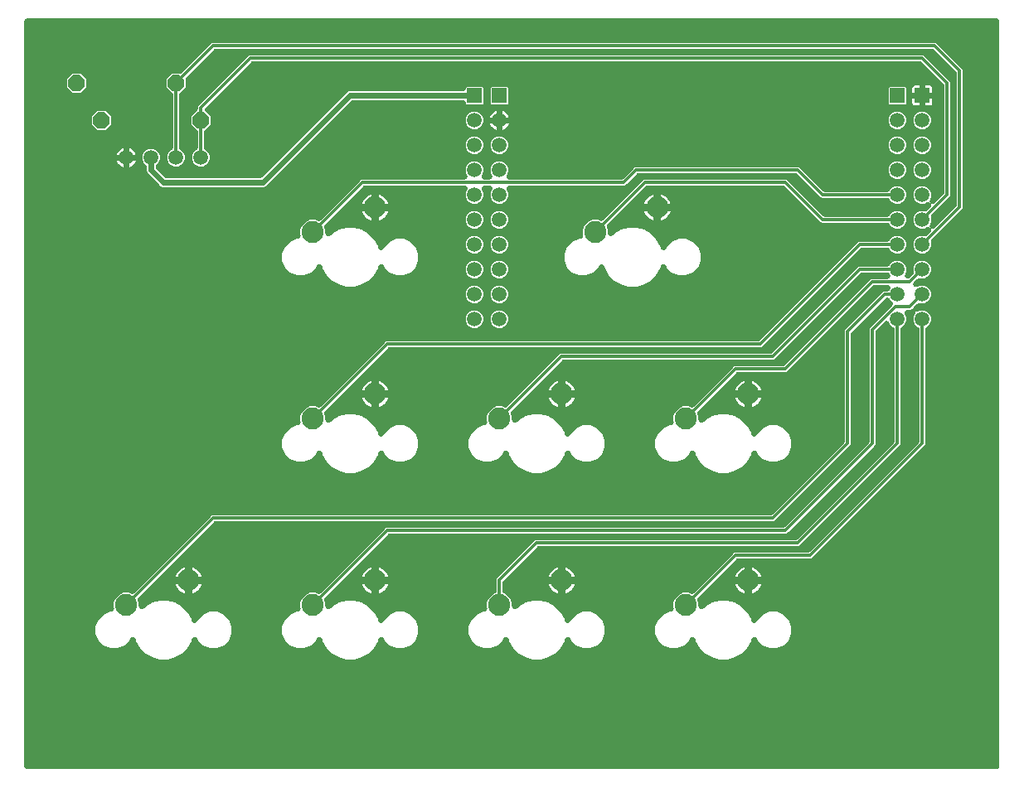
<source format=gbr>
G04 EAGLE Gerber RS-274X export*
G75*
%MOMM*%
%FSLAX34Y34*%
%LPD*%
%INBottom Copper*%
%IPPOS*%
%AMOC8*
5,1,8,0,0,1.08239X$1,22.5*%
G01*
%ADD10C,2.247900*%
%ADD11P,1.814519X8X202.500000*%
%ADD12R,1.508000X1.508000*%
%ADD13C,1.508000*%
%ADD14C,0.304800*%
%ADD15C,0.706400*%
%ADD16C,0.609600*%

G36*
X1002868Y10167D02*
X1002868Y10167D01*
X1002944Y10165D01*
X1003113Y10187D01*
X1003284Y10201D01*
X1003358Y10219D01*
X1003433Y10229D01*
X1003597Y10278D01*
X1003763Y10319D01*
X1003832Y10349D01*
X1003906Y10371D01*
X1004059Y10447D01*
X1004216Y10514D01*
X1004280Y10555D01*
X1004349Y10588D01*
X1004488Y10687D01*
X1004632Y10779D01*
X1004689Y10830D01*
X1004751Y10874D01*
X1004872Y10994D01*
X1005000Y11108D01*
X1005048Y11167D01*
X1005102Y11221D01*
X1005203Y11359D01*
X1005310Y11492D01*
X1005347Y11558D01*
X1005392Y11619D01*
X1005469Y11772D01*
X1005554Y11920D01*
X1005580Y11992D01*
X1005615Y12060D01*
X1005666Y12223D01*
X1005725Y12383D01*
X1005740Y12458D01*
X1005763Y12530D01*
X1005775Y12635D01*
X1005820Y12867D01*
X1005827Y13103D01*
X1005839Y13208D01*
X1005839Y774192D01*
X1005833Y774268D01*
X1005835Y774344D01*
X1005813Y774513D01*
X1005799Y774684D01*
X1005781Y774758D01*
X1005771Y774833D01*
X1005722Y774997D01*
X1005681Y775163D01*
X1005651Y775232D01*
X1005629Y775306D01*
X1005553Y775459D01*
X1005486Y775616D01*
X1005445Y775680D01*
X1005412Y775749D01*
X1005313Y775888D01*
X1005221Y776032D01*
X1005170Y776089D01*
X1005126Y776151D01*
X1005006Y776272D01*
X1004892Y776400D01*
X1004833Y776448D01*
X1004779Y776502D01*
X1004641Y776603D01*
X1004508Y776710D01*
X1004442Y776747D01*
X1004381Y776792D01*
X1004228Y776869D01*
X1004080Y776954D01*
X1004008Y776980D01*
X1003940Y777015D01*
X1003777Y777066D01*
X1003617Y777125D01*
X1003542Y777140D01*
X1003470Y777163D01*
X1003365Y777175D01*
X1003133Y777220D01*
X1002897Y777227D01*
X1002792Y777239D01*
X13208Y777239D01*
X13132Y777233D01*
X13056Y777235D01*
X12887Y777213D01*
X12716Y777199D01*
X12642Y777181D01*
X12567Y777171D01*
X12403Y777122D01*
X12237Y777081D01*
X12168Y777051D01*
X12094Y777029D01*
X11941Y776953D01*
X11784Y776886D01*
X11720Y776845D01*
X11651Y776812D01*
X11512Y776713D01*
X11368Y776621D01*
X11311Y776570D01*
X11249Y776526D01*
X11128Y776406D01*
X11000Y776292D01*
X10952Y776233D01*
X10898Y776179D01*
X10797Y776041D01*
X10690Y775908D01*
X10653Y775842D01*
X10608Y775781D01*
X10531Y775628D01*
X10446Y775480D01*
X10420Y775408D01*
X10385Y775340D01*
X10334Y775177D01*
X10275Y775017D01*
X10260Y774942D01*
X10237Y774870D01*
X10225Y774765D01*
X10180Y774533D01*
X10173Y774297D01*
X10161Y774192D01*
X10161Y13208D01*
X10167Y13132D01*
X10165Y13056D01*
X10187Y12887D01*
X10201Y12716D01*
X10219Y12642D01*
X10229Y12567D01*
X10278Y12403D01*
X10319Y12237D01*
X10349Y12168D01*
X10371Y12094D01*
X10447Y11941D01*
X10514Y11784D01*
X10555Y11720D01*
X10588Y11651D01*
X10687Y11512D01*
X10779Y11368D01*
X10830Y11311D01*
X10874Y11249D01*
X10994Y11128D01*
X11108Y11000D01*
X11167Y10952D01*
X11221Y10898D01*
X11359Y10797D01*
X11492Y10690D01*
X11558Y10653D01*
X11619Y10608D01*
X11772Y10531D01*
X11920Y10446D01*
X11992Y10420D01*
X12060Y10385D01*
X12223Y10334D01*
X12383Y10275D01*
X12458Y10260D01*
X12530Y10237D01*
X12635Y10225D01*
X12867Y10180D01*
X13103Y10173D01*
X13208Y10161D01*
X1002792Y10161D01*
X1002868Y10167D01*
G37*
%LPC*%
G36*
X148437Y122300D02*
X148437Y122300D01*
X140782Y124351D01*
X133918Y128314D01*
X128314Y133918D01*
X124352Y140782D01*
X123786Y142894D01*
X123705Y143120D01*
X123627Y143342D01*
X123623Y143350D01*
X123620Y143359D01*
X123505Y143566D01*
X123391Y143775D01*
X123386Y143782D01*
X123381Y143791D01*
X123236Y143975D01*
X123089Y144164D01*
X123082Y144171D01*
X123076Y144178D01*
X122902Y144337D01*
X122727Y144500D01*
X122719Y144505D01*
X122712Y144511D01*
X122516Y144640D01*
X122316Y144773D01*
X122307Y144777D01*
X122299Y144782D01*
X122085Y144877D01*
X121866Y144975D01*
X121857Y144978D01*
X121848Y144982D01*
X121622Y145041D01*
X121390Y145103D01*
X121380Y145104D01*
X121371Y145106D01*
X121138Y145128D01*
X120899Y145152D01*
X120889Y145152D01*
X120880Y145152D01*
X120644Y145136D01*
X120406Y145121D01*
X120397Y145119D01*
X120388Y145119D01*
X120155Y145064D01*
X119926Y145012D01*
X119917Y145008D01*
X119908Y145006D01*
X119686Y144914D01*
X119469Y144826D01*
X119461Y144821D01*
X119452Y144817D01*
X119249Y144691D01*
X119048Y144568D01*
X119041Y144562D01*
X119032Y144557D01*
X118853Y144401D01*
X118674Y144246D01*
X118668Y144239D01*
X118661Y144233D01*
X118509Y144050D01*
X118357Y143869D01*
X118353Y143862D01*
X118346Y143853D01*
X118097Y143427D01*
X118059Y143330D01*
X118027Y143272D01*
X117427Y141824D01*
X112176Y136573D01*
X105314Y133730D01*
X97886Y133730D01*
X91024Y136573D01*
X85773Y141824D01*
X82930Y148686D01*
X82930Y156114D01*
X85773Y162976D01*
X91024Y168227D01*
X97886Y171070D01*
X98711Y171070D01*
X98891Y171084D01*
X99072Y171091D01*
X99137Y171104D01*
X99203Y171110D01*
X99378Y171153D01*
X99555Y171189D01*
X99617Y171212D01*
X99682Y171228D01*
X99848Y171300D01*
X100017Y171363D01*
X100074Y171397D01*
X100135Y171423D01*
X100288Y171520D01*
X100444Y171610D01*
X100495Y171652D01*
X100551Y171688D01*
X100686Y171808D01*
X100826Y171923D01*
X100870Y171972D01*
X100919Y172017D01*
X101032Y172157D01*
X101152Y172293D01*
X101188Y172349D01*
X101229Y172401D01*
X101318Y172557D01*
X101415Y172710D01*
X101440Y172772D01*
X101473Y172829D01*
X101536Y172999D01*
X101606Y173165D01*
X101622Y173230D01*
X101645Y173292D01*
X101679Y173469D01*
X101722Y173645D01*
X101727Y173711D01*
X101739Y173776D01*
X101745Y173956D01*
X101759Y174136D01*
X101753Y174203D01*
X101755Y174269D01*
X101731Y174448D01*
X101715Y174628D01*
X101701Y174678D01*
X101690Y174758D01*
X101548Y175230D01*
X101536Y175255D01*
X101536Y180339D01*
X103479Y185030D01*
X107070Y188621D01*
X111761Y190564D01*
X116839Y190564D01*
X119139Y189611D01*
X119347Y189545D01*
X119554Y189474D01*
X119582Y189469D01*
X119609Y189460D01*
X119824Y189428D01*
X120040Y189391D01*
X120069Y189391D01*
X120097Y189387D01*
X120315Y189389D01*
X120534Y189388D01*
X120562Y189392D01*
X120590Y189393D01*
X120805Y189430D01*
X121021Y189465D01*
X121048Y189473D01*
X121076Y189478D01*
X121281Y189550D01*
X121490Y189619D01*
X121515Y189632D01*
X121542Y189641D01*
X121733Y189745D01*
X121927Y189847D01*
X121946Y189861D01*
X121975Y189877D01*
X122364Y190180D01*
X122419Y190239D01*
X122460Y190272D01*
X200187Y267998D01*
X201473Y269285D01*
X202594Y269749D01*
X772175Y269749D01*
X772289Y269758D01*
X772403Y269757D01*
X772534Y269778D01*
X772667Y269789D01*
X772777Y269816D01*
X772890Y269834D01*
X773017Y269875D01*
X773145Y269907D01*
X773250Y269952D01*
X773359Y269988D01*
X773477Y270050D01*
X773599Y270102D01*
X773695Y270163D01*
X773796Y270216D01*
X773870Y270275D01*
X774015Y270367D01*
X774257Y270583D01*
X774330Y270641D01*
X846959Y343270D01*
X847033Y343357D01*
X847114Y343438D01*
X847192Y343545D01*
X847278Y343646D01*
X847337Y343744D01*
X847404Y343836D01*
X847464Y343955D01*
X847533Y344069D01*
X847575Y344175D01*
X847627Y344277D01*
X847667Y344404D01*
X847716Y344527D01*
X847741Y344638D01*
X847775Y344747D01*
X847785Y344841D01*
X847823Y345009D01*
X847841Y345333D01*
X847851Y345425D01*
X847851Y457806D01*
X848315Y458927D01*
X887273Y497885D01*
X888394Y498349D01*
X891115Y498349D01*
X891332Y498366D01*
X891551Y498380D01*
X891579Y498386D01*
X891607Y498389D01*
X891819Y498441D01*
X892032Y498490D01*
X892058Y498501D01*
X892086Y498507D01*
X892287Y498594D01*
X892489Y498676D01*
X892513Y498691D01*
X892539Y498702D01*
X892723Y498819D01*
X892910Y498933D01*
X892931Y498952D01*
X892955Y498967D01*
X893118Y499112D01*
X893283Y499255D01*
X893302Y499277D01*
X893323Y499296D01*
X893460Y499465D01*
X893601Y499633D01*
X893612Y499653D01*
X893633Y499680D01*
X893877Y500108D01*
X893905Y500184D01*
X893930Y500230D01*
X894141Y500738D01*
X894196Y500910D01*
X894259Y501079D01*
X894272Y501144D01*
X894292Y501207D01*
X894319Y501386D01*
X894354Y501563D01*
X894356Y501629D01*
X894366Y501695D01*
X894363Y501876D01*
X894369Y502056D01*
X894360Y502122D01*
X894360Y502189D01*
X894328Y502366D01*
X894305Y502545D01*
X894285Y502609D01*
X894274Y502674D01*
X894214Y502844D01*
X894162Y503018D01*
X894133Y503077D01*
X894111Y503140D01*
X894024Y503299D01*
X893945Y503461D01*
X893907Y503515D01*
X893875Y503573D01*
X893764Y503716D01*
X893660Y503863D01*
X893613Y503910D01*
X893572Y503963D01*
X893440Y504086D01*
X893313Y504214D01*
X893259Y504253D01*
X893211Y504298D01*
X893060Y504398D01*
X892914Y504504D01*
X892855Y504534D01*
X892799Y504571D01*
X892635Y504645D01*
X892474Y504727D01*
X892410Y504747D01*
X892350Y504774D01*
X892176Y504821D01*
X892003Y504875D01*
X891951Y504881D01*
X891873Y504902D01*
X891382Y504951D01*
X891349Y504949D01*
X891326Y504951D01*
X878825Y504951D01*
X878711Y504942D01*
X878597Y504943D01*
X878466Y504922D01*
X878333Y504911D01*
X878223Y504884D01*
X878110Y504866D01*
X877983Y504825D01*
X877855Y504793D01*
X877750Y504748D01*
X877641Y504712D01*
X877523Y504650D01*
X877401Y504598D01*
X877305Y504537D01*
X877204Y504484D01*
X877130Y504425D01*
X876985Y504333D01*
X876743Y504117D01*
X876670Y504059D01*
X789127Y416515D01*
X788006Y416051D01*
X739125Y416051D01*
X739011Y416042D01*
X738897Y416043D01*
X738766Y416022D01*
X738633Y416011D01*
X738523Y415984D01*
X738410Y415966D01*
X738283Y415925D01*
X738155Y415893D01*
X738050Y415848D01*
X737941Y415812D01*
X737823Y415750D01*
X737701Y415698D01*
X737605Y415637D01*
X737504Y415584D01*
X737430Y415525D01*
X737285Y415433D01*
X737043Y415217D01*
X736970Y415159D01*
X698272Y376460D01*
X698131Y376295D01*
X697986Y376130D01*
X697971Y376106D01*
X697952Y376084D01*
X697839Y375897D01*
X697724Y375712D01*
X697713Y375686D01*
X697698Y375662D01*
X697617Y375459D01*
X697532Y375258D01*
X697525Y375230D01*
X697515Y375204D01*
X697468Y374991D01*
X697416Y374778D01*
X697414Y374750D01*
X697408Y374722D01*
X697396Y374504D01*
X697379Y374286D01*
X697382Y374258D01*
X697380Y374230D01*
X697403Y374012D01*
X697422Y373795D01*
X697429Y373772D01*
X697433Y373739D01*
X697563Y373263D01*
X697597Y373190D01*
X697611Y373139D01*
X698564Y370839D01*
X698564Y367488D01*
X698567Y367450D01*
X698565Y367412D01*
X698587Y367204D01*
X698604Y366997D01*
X698613Y366960D01*
X698617Y366922D01*
X698673Y366720D01*
X698723Y366518D01*
X698738Y366483D01*
X698748Y366446D01*
X698835Y366256D01*
X698917Y366064D01*
X698938Y366032D01*
X698954Y365998D01*
X699070Y365824D01*
X699182Y365648D01*
X699208Y365620D01*
X699229Y365588D01*
X699372Y365436D01*
X699511Y365281D01*
X699541Y365257D01*
X699567Y365229D01*
X699733Y365102D01*
X699895Y364971D01*
X699928Y364952D01*
X699958Y364928D01*
X700143Y364830D01*
X700324Y364727D01*
X700360Y364713D01*
X700393Y364695D01*
X700591Y364628D01*
X700786Y364555D01*
X700824Y364548D01*
X700860Y364535D01*
X701066Y364500D01*
X701270Y364460D01*
X701308Y364459D01*
X701346Y364453D01*
X701556Y364451D01*
X701764Y364445D01*
X701801Y364450D01*
X701840Y364450D01*
X702046Y364482D01*
X702253Y364509D01*
X702289Y364520D01*
X702327Y364526D01*
X702525Y364592D01*
X702725Y364652D01*
X702759Y364669D01*
X702795Y364681D01*
X702981Y364777D01*
X703168Y364869D01*
X703199Y364891D01*
X703233Y364908D01*
X703306Y364966D01*
X703570Y365154D01*
X703693Y365275D01*
X703766Y365334D01*
X705418Y366986D01*
X712282Y370949D01*
X719937Y373000D01*
X727863Y373000D01*
X735518Y370949D01*
X742382Y366986D01*
X747986Y361382D01*
X751948Y354518D01*
X752514Y352406D01*
X752595Y352180D01*
X752673Y351958D01*
X752677Y351950D01*
X752680Y351941D01*
X752795Y351734D01*
X752909Y351525D01*
X752914Y351518D01*
X752919Y351509D01*
X753064Y351325D01*
X753211Y351136D01*
X753218Y351129D01*
X753224Y351122D01*
X753398Y350963D01*
X753573Y350800D01*
X753581Y350795D01*
X753588Y350789D01*
X753784Y350660D01*
X753984Y350527D01*
X753993Y350523D01*
X754001Y350518D01*
X754215Y350423D01*
X754434Y350325D01*
X754443Y350322D01*
X754452Y350318D01*
X754678Y350259D01*
X754910Y350197D01*
X754920Y350196D01*
X754929Y350194D01*
X755162Y350172D01*
X755401Y350148D01*
X755411Y350148D01*
X755420Y350148D01*
X755656Y350164D01*
X755894Y350179D01*
X755903Y350181D01*
X755912Y350181D01*
X756145Y350236D01*
X756374Y350288D01*
X756383Y350292D01*
X756392Y350294D01*
X756614Y350386D01*
X756831Y350474D01*
X756839Y350479D01*
X756848Y350483D01*
X757051Y350609D01*
X757252Y350732D01*
X757259Y350738D01*
X757268Y350743D01*
X757447Y350899D01*
X757626Y351054D01*
X757632Y351061D01*
X757639Y351067D01*
X757791Y351250D01*
X757943Y351431D01*
X757947Y351438D01*
X757954Y351447D01*
X758203Y351873D01*
X758241Y351970D01*
X758273Y352028D01*
X758873Y353476D01*
X764124Y358727D01*
X770986Y361570D01*
X778414Y361570D01*
X785276Y358727D01*
X790527Y353476D01*
X793370Y346614D01*
X793370Y339186D01*
X790527Y332324D01*
X785276Y327073D01*
X778414Y324230D01*
X770986Y324230D01*
X764124Y327073D01*
X758873Y332324D01*
X758273Y333772D01*
X758163Y333986D01*
X758058Y334194D01*
X758053Y334202D01*
X758048Y334211D01*
X757906Y334403D01*
X757768Y334593D01*
X757761Y334600D01*
X757755Y334608D01*
X757585Y334773D01*
X757416Y334940D01*
X757409Y334945D01*
X757402Y334952D01*
X757207Y335089D01*
X757014Y335225D01*
X757006Y335229D01*
X756998Y335235D01*
X756783Y335338D01*
X756571Y335442D01*
X756562Y335445D01*
X756553Y335449D01*
X756326Y335516D01*
X756099Y335585D01*
X756089Y335586D01*
X756080Y335588D01*
X755846Y335618D01*
X755610Y335649D01*
X755600Y335649D01*
X755591Y335650D01*
X755355Y335641D01*
X755116Y335634D01*
X755107Y335632D01*
X755098Y335631D01*
X754865Y335584D01*
X754632Y335539D01*
X754623Y335535D01*
X754614Y335534D01*
X754392Y335449D01*
X754170Y335367D01*
X754162Y335362D01*
X754153Y335359D01*
X753948Y335241D01*
X753741Y335123D01*
X753734Y335117D01*
X753725Y335112D01*
X753543Y334963D01*
X753357Y334813D01*
X753351Y334806D01*
X753344Y334800D01*
X753187Y334622D01*
X753029Y334445D01*
X753024Y334437D01*
X753017Y334430D01*
X752890Y334228D01*
X752764Y334029D01*
X752761Y334022D01*
X752755Y334012D01*
X752563Y333558D01*
X752539Y333456D01*
X752514Y333394D01*
X751948Y331282D01*
X747986Y324418D01*
X742382Y318814D01*
X735518Y314851D01*
X727863Y312800D01*
X719937Y312800D01*
X712282Y314851D01*
X705418Y318814D01*
X699814Y324418D01*
X695852Y331282D01*
X695286Y333394D01*
X695205Y333620D01*
X695127Y333842D01*
X695123Y333850D01*
X695120Y333859D01*
X695005Y334066D01*
X694891Y334275D01*
X694886Y334282D01*
X694881Y334291D01*
X694736Y334475D01*
X694589Y334664D01*
X694582Y334671D01*
X694576Y334678D01*
X694402Y334837D01*
X694227Y335000D01*
X694219Y335005D01*
X694212Y335011D01*
X694016Y335140D01*
X693816Y335273D01*
X693807Y335277D01*
X693799Y335282D01*
X693585Y335377D01*
X693366Y335475D01*
X693357Y335478D01*
X693348Y335482D01*
X693122Y335541D01*
X692890Y335603D01*
X692880Y335604D01*
X692871Y335606D01*
X692638Y335628D01*
X692399Y335652D01*
X692389Y335652D01*
X692380Y335652D01*
X692144Y335636D01*
X691906Y335621D01*
X691897Y335619D01*
X691888Y335619D01*
X691655Y335564D01*
X691426Y335512D01*
X691417Y335508D01*
X691408Y335506D01*
X691186Y335414D01*
X690969Y335326D01*
X690961Y335321D01*
X690952Y335317D01*
X690749Y335191D01*
X690548Y335068D01*
X690541Y335062D01*
X690532Y335057D01*
X690353Y334901D01*
X690174Y334746D01*
X690168Y334739D01*
X690161Y334733D01*
X690009Y334550D01*
X689857Y334369D01*
X689853Y334362D01*
X689846Y334353D01*
X689597Y333927D01*
X689559Y333830D01*
X689527Y333772D01*
X688927Y332324D01*
X683676Y327073D01*
X676814Y324230D01*
X669386Y324230D01*
X662524Y327073D01*
X657273Y332324D01*
X654430Y339186D01*
X654430Y346614D01*
X657273Y353476D01*
X662524Y358727D01*
X669386Y361570D01*
X670211Y361570D01*
X670391Y361584D01*
X670572Y361591D01*
X670637Y361604D01*
X670703Y361610D01*
X670878Y361653D01*
X671055Y361689D01*
X671117Y361712D01*
X671182Y361728D01*
X671348Y361800D01*
X671517Y361863D01*
X671574Y361897D01*
X671635Y361923D01*
X671788Y362020D01*
X671944Y362110D01*
X671995Y362152D01*
X672051Y362188D01*
X672186Y362308D01*
X672326Y362423D01*
X672370Y362472D01*
X672419Y362517D01*
X672532Y362657D01*
X672652Y362793D01*
X672688Y362849D01*
X672729Y362901D01*
X672818Y363057D01*
X672915Y363210D01*
X672940Y363272D01*
X672973Y363329D01*
X673036Y363499D01*
X673106Y363665D01*
X673122Y363730D01*
X673145Y363792D01*
X673179Y363969D01*
X673222Y364145D01*
X673227Y364211D01*
X673239Y364276D01*
X673245Y364456D01*
X673259Y364636D01*
X673253Y364703D01*
X673255Y364769D01*
X673231Y364948D01*
X673215Y365128D01*
X673201Y365178D01*
X673190Y365258D01*
X673048Y365730D01*
X673036Y365755D01*
X673036Y370839D01*
X674979Y375530D01*
X678570Y379121D01*
X683261Y381064D01*
X688339Y381064D01*
X690639Y380111D01*
X690847Y380045D01*
X691054Y379974D01*
X691082Y379969D01*
X691109Y379960D01*
X691324Y379928D01*
X691540Y379891D01*
X691569Y379891D01*
X691597Y379887D01*
X691815Y379889D01*
X692034Y379888D01*
X692062Y379892D01*
X692090Y379893D01*
X692305Y379930D01*
X692521Y379965D01*
X692548Y379973D01*
X692576Y379978D01*
X692781Y380050D01*
X692990Y380119D01*
X693015Y380132D01*
X693042Y380141D01*
X693233Y380245D01*
X693427Y380347D01*
X693446Y380361D01*
X693475Y380377D01*
X693864Y380680D01*
X693919Y380739D01*
X693960Y380772D01*
X733587Y420398D01*
X734873Y421685D01*
X735994Y422149D01*
X784875Y422149D01*
X784989Y422158D01*
X785103Y422157D01*
X785234Y422178D01*
X785367Y422189D01*
X785477Y422216D01*
X785590Y422234D01*
X785717Y422275D01*
X785845Y422307D01*
X785950Y422352D01*
X786059Y422388D01*
X786177Y422450D01*
X786299Y422502D01*
X786395Y422563D01*
X786496Y422616D01*
X786570Y422675D01*
X786715Y422767D01*
X786957Y422983D01*
X787030Y423041D01*
X874573Y510585D01*
X875694Y511049D01*
X891326Y511049D01*
X891506Y511063D01*
X891686Y511070D01*
X891751Y511083D01*
X891817Y511089D01*
X891993Y511132D01*
X892169Y511168D01*
X892232Y511191D01*
X892296Y511207D01*
X892462Y511279D01*
X892631Y511342D01*
X892688Y511376D01*
X892750Y511402D01*
X892902Y511499D01*
X893058Y511589D01*
X893110Y511631D01*
X893166Y511667D01*
X893300Y511787D01*
X893440Y511902D01*
X893484Y511951D01*
X893533Y511996D01*
X893647Y512136D01*
X893766Y512271D01*
X893802Y512328D01*
X893843Y512380D01*
X893932Y512536D01*
X894029Y512689D01*
X894055Y512751D01*
X894087Y512808D01*
X894150Y512978D01*
X894220Y513144D01*
X894236Y513208D01*
X894259Y513271D01*
X894294Y513448D01*
X894336Y513623D01*
X894341Y513690D01*
X894354Y513755D01*
X894359Y513935D01*
X894373Y514115D01*
X894367Y514182D01*
X894369Y514248D01*
X894345Y514427D01*
X894330Y514607D01*
X894315Y514657D01*
X894305Y514737D01*
X894162Y515209D01*
X894147Y515240D01*
X894141Y515262D01*
X893930Y515770D01*
X893831Y515964D01*
X893735Y516161D01*
X893718Y516184D01*
X893705Y516209D01*
X893575Y516385D01*
X893449Y516563D01*
X893429Y516583D01*
X893412Y516606D01*
X893256Y516759D01*
X893103Y516914D01*
X893080Y516931D01*
X893059Y516951D01*
X892880Y517076D01*
X892704Y517204D01*
X892678Y517217D01*
X892655Y517234D01*
X892458Y517328D01*
X892263Y517427D01*
X892236Y517435D01*
X892211Y517448D01*
X892002Y517509D01*
X891793Y517575D01*
X891770Y517578D01*
X891737Y517587D01*
X891248Y517648D01*
X891168Y517645D01*
X891115Y517651D01*
X866125Y517651D01*
X866011Y517642D01*
X865897Y517643D01*
X865766Y517622D01*
X865633Y517611D01*
X865523Y517584D01*
X865410Y517566D01*
X865283Y517525D01*
X865155Y517493D01*
X865050Y517448D01*
X864941Y517412D01*
X864823Y517350D01*
X864701Y517298D01*
X864605Y517237D01*
X864504Y517184D01*
X864430Y517125D01*
X864285Y517033D01*
X864043Y516817D01*
X863970Y516759D01*
X776427Y429215D01*
X775306Y428751D01*
X561325Y428751D01*
X561211Y428742D01*
X561097Y428743D01*
X560966Y428722D01*
X560833Y428711D01*
X560723Y428684D01*
X560610Y428666D01*
X560483Y428625D01*
X560355Y428593D01*
X560250Y428548D01*
X560141Y428512D01*
X560023Y428450D01*
X559901Y428398D01*
X559805Y428337D01*
X559704Y428284D01*
X559630Y428225D01*
X559485Y428133D01*
X559243Y427917D01*
X559170Y427859D01*
X507772Y376460D01*
X507631Y376295D01*
X507486Y376130D01*
X507471Y376106D01*
X507452Y376084D01*
X507339Y375897D01*
X507224Y375712D01*
X507213Y375686D01*
X507198Y375662D01*
X507117Y375459D01*
X507032Y375258D01*
X507025Y375230D01*
X507015Y375204D01*
X506968Y374991D01*
X506916Y374778D01*
X506914Y374750D01*
X506908Y374722D01*
X506896Y374504D01*
X506879Y374286D01*
X506882Y374258D01*
X506880Y374230D01*
X506903Y374012D01*
X506922Y373795D01*
X506929Y373772D01*
X506933Y373739D01*
X507063Y373263D01*
X507097Y373190D01*
X507111Y373139D01*
X508064Y370839D01*
X508064Y367488D01*
X508067Y367450D01*
X508065Y367412D01*
X508087Y367204D01*
X508104Y366997D01*
X508113Y366960D01*
X508117Y366922D01*
X508173Y366720D01*
X508223Y366518D01*
X508238Y366483D01*
X508248Y366446D01*
X508335Y366256D01*
X508417Y366064D01*
X508438Y366032D01*
X508454Y365998D01*
X508570Y365824D01*
X508682Y365648D01*
X508708Y365620D01*
X508729Y365588D01*
X508872Y365436D01*
X509011Y365281D01*
X509041Y365257D01*
X509067Y365229D01*
X509233Y365102D01*
X509395Y364971D01*
X509428Y364952D01*
X509458Y364928D01*
X509643Y364830D01*
X509824Y364727D01*
X509860Y364713D01*
X509893Y364695D01*
X510091Y364628D01*
X510286Y364555D01*
X510324Y364548D01*
X510360Y364535D01*
X510566Y364500D01*
X510770Y364460D01*
X510808Y364459D01*
X510846Y364453D01*
X511056Y364451D01*
X511264Y364445D01*
X511301Y364450D01*
X511340Y364450D01*
X511546Y364482D01*
X511753Y364509D01*
X511789Y364520D01*
X511827Y364526D01*
X512025Y364592D01*
X512225Y364652D01*
X512259Y364669D01*
X512295Y364681D01*
X512481Y364777D01*
X512668Y364869D01*
X512699Y364891D01*
X512733Y364908D01*
X512806Y364966D01*
X513070Y365154D01*
X513193Y365275D01*
X513266Y365334D01*
X514918Y366986D01*
X521782Y370949D01*
X529437Y373000D01*
X537363Y373000D01*
X545018Y370949D01*
X551882Y366986D01*
X557486Y361382D01*
X561449Y354518D01*
X562014Y352406D01*
X562094Y352183D01*
X562173Y351959D01*
X562177Y351950D01*
X562180Y351941D01*
X562295Y351734D01*
X562409Y351525D01*
X562414Y351518D01*
X562419Y351509D01*
X562566Y351323D01*
X562711Y351136D01*
X562718Y351129D01*
X562724Y351122D01*
X562899Y350962D01*
X563073Y350800D01*
X563081Y350795D01*
X563088Y350789D01*
X563284Y350660D01*
X563484Y350527D01*
X563493Y350524D01*
X563501Y350518D01*
X563715Y350423D01*
X563934Y350325D01*
X563943Y350322D01*
X563952Y350318D01*
X564181Y350258D01*
X564410Y350197D01*
X564420Y350196D01*
X564429Y350194D01*
X564664Y350172D01*
X564901Y350148D01*
X564911Y350148D01*
X564920Y350148D01*
X565157Y350164D01*
X565393Y350179D01*
X565403Y350181D01*
X565412Y350181D01*
X565643Y350236D01*
X565874Y350288D01*
X565883Y350292D01*
X565892Y350294D01*
X566109Y350384D01*
X566331Y350474D01*
X566340Y350479D01*
X566348Y350483D01*
X566549Y350607D01*
X566752Y350732D01*
X566759Y350738D01*
X566768Y350743D01*
X566947Y350899D01*
X567126Y351054D01*
X567132Y351061D01*
X567139Y351067D01*
X567291Y351250D01*
X567443Y351432D01*
X567447Y351438D01*
X567454Y351447D01*
X567703Y351873D01*
X567741Y351971D01*
X567773Y352028D01*
X568373Y353476D01*
X573624Y358727D01*
X580486Y361570D01*
X587914Y361570D01*
X594776Y358727D01*
X600027Y353476D01*
X602870Y346614D01*
X602870Y339186D01*
X600027Y332324D01*
X594776Y327073D01*
X587914Y324230D01*
X580486Y324230D01*
X573624Y327073D01*
X568373Y332324D01*
X567773Y333772D01*
X567665Y333982D01*
X567558Y334194D01*
X567552Y334202D01*
X567548Y334211D01*
X567408Y334401D01*
X567268Y334593D01*
X567261Y334600D01*
X567255Y334607D01*
X567089Y334770D01*
X566916Y334940D01*
X566909Y334945D01*
X566902Y334952D01*
X566707Y335088D01*
X566514Y335225D01*
X566506Y335229D01*
X566498Y335235D01*
X566283Y335338D01*
X566071Y335442D01*
X566062Y335445D01*
X566053Y335449D01*
X565827Y335516D01*
X565599Y335585D01*
X565589Y335586D01*
X565580Y335588D01*
X565346Y335618D01*
X565110Y335649D01*
X565100Y335649D01*
X565091Y335650D01*
X564855Y335641D01*
X564616Y335633D01*
X564607Y335632D01*
X564598Y335631D01*
X564367Y335585D01*
X564132Y335539D01*
X564123Y335535D01*
X564114Y335534D01*
X563892Y335450D01*
X563670Y335367D01*
X563662Y335362D01*
X563653Y335359D01*
X563448Y335241D01*
X563241Y335123D01*
X563234Y335117D01*
X563225Y335112D01*
X563042Y334962D01*
X562857Y334813D01*
X562851Y334806D01*
X562844Y334800D01*
X562688Y334623D01*
X562529Y334445D01*
X562523Y334437D01*
X562517Y334430D01*
X562392Y334231D01*
X562264Y334029D01*
X562261Y334022D01*
X562255Y334012D01*
X562063Y333558D01*
X562039Y333456D01*
X562014Y333394D01*
X561449Y331282D01*
X557486Y324418D01*
X551882Y318814D01*
X545018Y314851D01*
X537363Y312800D01*
X529437Y312800D01*
X521782Y314851D01*
X514918Y318814D01*
X509314Y324418D01*
X505351Y331282D01*
X504786Y333394D01*
X504706Y333616D01*
X504627Y333841D01*
X504623Y333850D01*
X504620Y333859D01*
X504505Y334066D01*
X504391Y334275D01*
X504386Y334282D01*
X504381Y334291D01*
X504234Y334477D01*
X504089Y334664D01*
X504082Y334671D01*
X504076Y334678D01*
X503901Y334838D01*
X503727Y335000D01*
X503719Y335005D01*
X503712Y335011D01*
X503516Y335140D01*
X503316Y335273D01*
X503307Y335276D01*
X503299Y335282D01*
X503085Y335377D01*
X502866Y335475D01*
X502857Y335478D01*
X502848Y335482D01*
X502619Y335542D01*
X502390Y335603D01*
X502380Y335604D01*
X502371Y335606D01*
X502136Y335628D01*
X501899Y335652D01*
X501889Y335652D01*
X501880Y335652D01*
X501643Y335636D01*
X501407Y335621D01*
X501397Y335619D01*
X501388Y335619D01*
X501157Y335564D01*
X500926Y335512D01*
X500917Y335508D01*
X500908Y335506D01*
X500691Y335416D01*
X500469Y335326D01*
X500460Y335321D01*
X500452Y335317D01*
X500251Y335193D01*
X500048Y335068D01*
X500041Y335062D01*
X500032Y335057D01*
X499853Y334901D01*
X499674Y334746D01*
X499668Y334739D01*
X499661Y334733D01*
X499509Y334550D01*
X499357Y334368D01*
X499353Y334362D01*
X499346Y334353D01*
X499097Y333927D01*
X499059Y333829D01*
X499027Y333772D01*
X498427Y332324D01*
X493176Y327073D01*
X486314Y324230D01*
X478886Y324230D01*
X472024Y327073D01*
X466773Y332324D01*
X463930Y339186D01*
X463930Y346614D01*
X466773Y353476D01*
X472024Y358727D01*
X478886Y361570D01*
X479711Y361570D01*
X479891Y361584D01*
X480072Y361591D01*
X480137Y361604D01*
X480203Y361610D01*
X480378Y361653D01*
X480555Y361689D01*
X480617Y361712D01*
X480682Y361728D01*
X480848Y361800D01*
X481017Y361863D01*
X481074Y361897D01*
X481135Y361923D01*
X481287Y362020D01*
X481444Y362110D01*
X481495Y362152D01*
X481551Y362188D01*
X481686Y362308D01*
X481826Y362423D01*
X481870Y362472D01*
X481919Y362517D01*
X482033Y362657D01*
X482152Y362792D01*
X482187Y362849D01*
X482229Y362901D01*
X482318Y363057D01*
X482414Y363210D01*
X482440Y363272D01*
X482473Y363329D01*
X482536Y363499D01*
X482606Y363665D01*
X482622Y363729D01*
X482645Y363792D01*
X482679Y363969D01*
X482722Y364144D01*
X482727Y364211D01*
X482739Y364276D01*
X482745Y364456D01*
X482759Y364636D01*
X482753Y364703D01*
X482755Y364769D01*
X482731Y364948D01*
X482715Y365128D01*
X482701Y365178D01*
X482690Y365258D01*
X482548Y365730D01*
X482536Y365755D01*
X482536Y370839D01*
X484479Y375530D01*
X488070Y379121D01*
X492761Y381064D01*
X497839Y381064D01*
X500139Y380111D01*
X500347Y380045D01*
X500554Y379974D01*
X500582Y379969D01*
X500609Y379960D01*
X500824Y379928D01*
X501040Y379891D01*
X501069Y379891D01*
X501097Y379887D01*
X501315Y379889D01*
X501534Y379888D01*
X501562Y379892D01*
X501590Y379893D01*
X501805Y379930D01*
X502021Y379965D01*
X502048Y379973D01*
X502076Y379978D01*
X502281Y380050D01*
X502490Y380119D01*
X502515Y380132D01*
X502542Y380141D01*
X502733Y380245D01*
X502927Y380347D01*
X502946Y380361D01*
X502975Y380377D01*
X503364Y380680D01*
X503419Y380739D01*
X503460Y380772D01*
X557073Y434385D01*
X558194Y434849D01*
X772175Y434849D01*
X772289Y434858D01*
X772403Y434857D01*
X772534Y434878D01*
X772667Y434889D01*
X772777Y434916D01*
X772890Y434934D01*
X773017Y434975D01*
X773145Y435007D01*
X773250Y435052D01*
X773359Y435088D01*
X773477Y435150D01*
X773599Y435202D01*
X773695Y435263D01*
X773796Y435316D01*
X773870Y435375D01*
X774015Y435467D01*
X774257Y435683D01*
X774330Y435741D01*
X861873Y523285D01*
X862994Y523749D01*
X891115Y523749D01*
X891333Y523766D01*
X891551Y523780D01*
X891579Y523786D01*
X891607Y523789D01*
X891818Y523841D01*
X892032Y523890D01*
X892058Y523901D01*
X892086Y523907D01*
X892286Y523994D01*
X892489Y524076D01*
X892513Y524091D01*
X892539Y524102D01*
X892723Y524219D01*
X892910Y524333D01*
X892931Y524352D01*
X892955Y524367D01*
X893118Y524512D01*
X893284Y524655D01*
X893302Y524677D01*
X893323Y524696D01*
X893460Y524865D01*
X893601Y525033D01*
X893612Y525054D01*
X893633Y525080D01*
X893877Y525508D01*
X893905Y525584D01*
X893930Y525630D01*
X894015Y525835D01*
X896565Y528385D01*
X899897Y529765D01*
X903503Y529765D01*
X906835Y528385D01*
X909385Y525835D01*
X910765Y522503D01*
X910765Y518897D01*
X909400Y515603D01*
X909356Y515467D01*
X909304Y515335D01*
X909281Y515233D01*
X909249Y515133D01*
X909228Y514992D01*
X909197Y514853D01*
X909191Y514749D01*
X909175Y514645D01*
X909177Y514503D01*
X909169Y514360D01*
X909180Y514256D01*
X909182Y514152D01*
X909206Y514012D01*
X909221Y513870D01*
X909249Y513769D01*
X909267Y513666D01*
X909314Y513532D01*
X909352Y513394D01*
X909396Y513299D01*
X909430Y513200D01*
X909498Y513075D01*
X909558Y512946D01*
X909616Y512859D01*
X909666Y512767D01*
X909754Y512655D01*
X909833Y512536D01*
X909905Y512460D01*
X909969Y512378D01*
X910074Y512281D01*
X910171Y512177D01*
X910254Y512113D01*
X910331Y512042D01*
X910449Y511963D01*
X910562Y511877D01*
X910654Y511827D01*
X910742Y511769D01*
X910871Y511711D01*
X910997Y511643D01*
X911096Y511609D01*
X911191Y511567D01*
X911329Y511530D01*
X911464Y511483D01*
X911567Y511466D01*
X911668Y511439D01*
X911809Y511425D01*
X911950Y511401D01*
X912055Y511400D01*
X912159Y511390D01*
X912301Y511399D01*
X912443Y511398D01*
X912547Y511414D01*
X912651Y511421D01*
X912790Y511452D01*
X912931Y511474D01*
X913030Y511507D01*
X913132Y511530D01*
X913264Y511584D01*
X913399Y511629D01*
X913492Y511677D01*
X913589Y511716D01*
X913711Y511791D01*
X913837Y511856D01*
X913898Y511905D01*
X914010Y511974D01*
X914339Y512257D01*
X914370Y512282D01*
X917460Y515371D01*
X917601Y515538D01*
X917746Y515701D01*
X917761Y515725D01*
X917779Y515747D01*
X917892Y515934D01*
X918008Y516119D01*
X918019Y516145D01*
X918034Y516170D01*
X918115Y516372D01*
X918200Y516574D01*
X918206Y516601D01*
X918217Y516628D01*
X918264Y516841D01*
X918315Y517053D01*
X918317Y517082D01*
X918324Y517109D01*
X918336Y517328D01*
X918352Y517545D01*
X918350Y517573D01*
X918351Y517602D01*
X918328Y517819D01*
X918309Y518037D01*
X918302Y518059D01*
X918299Y518092D01*
X918168Y518568D01*
X918135Y518641D01*
X918120Y518692D01*
X918035Y518897D01*
X918035Y522503D01*
X919415Y525835D01*
X921965Y528385D01*
X925297Y529765D01*
X928903Y529765D01*
X932235Y528385D01*
X934785Y525835D01*
X936165Y522503D01*
X936165Y518897D01*
X934785Y515565D01*
X932235Y513015D01*
X928903Y511635D01*
X925297Y511635D01*
X925092Y511720D01*
X924884Y511787D01*
X924678Y511858D01*
X924649Y511863D01*
X924622Y511871D01*
X924407Y511904D01*
X924191Y511941D01*
X924163Y511941D01*
X924135Y511945D01*
X923917Y511942D01*
X923698Y511944D01*
X923670Y511939D01*
X923641Y511939D01*
X923427Y511901D01*
X923210Y511867D01*
X923183Y511858D01*
X923155Y511853D01*
X922950Y511781D01*
X922742Y511713D01*
X922717Y511700D01*
X922690Y511690D01*
X922498Y511586D01*
X922304Y511485D01*
X922286Y511470D01*
X922257Y511454D01*
X921867Y511151D01*
X921812Y511092D01*
X921771Y511060D01*
X918682Y507970D01*
X918590Y507862D01*
X918490Y507760D01*
X918430Y507674D01*
X918362Y507594D01*
X918289Y507472D01*
X918207Y507355D01*
X918162Y507261D01*
X918108Y507172D01*
X918055Y507039D01*
X917993Y506911D01*
X917963Y506811D01*
X917925Y506714D01*
X917894Y506575D01*
X917853Y506438D01*
X917840Y506334D01*
X917818Y506232D01*
X917810Y506089D01*
X917792Y505948D01*
X917796Y505844D01*
X917790Y505739D01*
X917805Y505597D01*
X917811Y505455D01*
X917831Y505353D01*
X917842Y505249D01*
X917880Y505111D01*
X917908Y504972D01*
X917945Y504874D01*
X917973Y504773D01*
X918032Y504644D01*
X918083Y504510D01*
X918135Y504420D01*
X918179Y504325D01*
X918258Y504206D01*
X918330Y504083D01*
X918396Y504002D01*
X918454Y503915D01*
X918552Y503811D01*
X918642Y503701D01*
X918720Y503632D01*
X918792Y503556D01*
X918905Y503469D01*
X919012Y503375D01*
X919100Y503319D01*
X919183Y503256D01*
X919309Y503188D01*
X919430Y503112D01*
X919526Y503072D01*
X919618Y503022D01*
X919753Y502976D01*
X919884Y502921D01*
X919986Y502896D01*
X920085Y502862D01*
X920225Y502839D01*
X920364Y502805D01*
X920468Y502797D01*
X920571Y502780D01*
X920714Y502779D01*
X920856Y502768D01*
X920960Y502777D01*
X921064Y502777D01*
X921206Y502799D01*
X921347Y502811D01*
X921423Y502833D01*
X921552Y502853D01*
X921964Y502989D01*
X922003Y503000D01*
X925297Y504365D01*
X928903Y504365D01*
X932235Y502985D01*
X934785Y500435D01*
X936165Y497103D01*
X936165Y493497D01*
X934785Y490165D01*
X932235Y487615D01*
X928903Y486235D01*
X925297Y486235D01*
X925092Y486320D01*
X924884Y486387D01*
X924678Y486458D01*
X924649Y486463D01*
X924622Y486471D01*
X924407Y486504D01*
X924191Y486541D01*
X924163Y486541D01*
X924135Y486545D01*
X923917Y486542D01*
X923698Y486544D01*
X923670Y486539D01*
X923641Y486539D01*
X923427Y486501D01*
X923210Y486467D01*
X923183Y486458D01*
X923155Y486453D01*
X922950Y486381D01*
X922742Y486313D01*
X922717Y486300D01*
X922690Y486290D01*
X922498Y486186D01*
X922304Y486085D01*
X922286Y486070D01*
X922257Y486054D01*
X921867Y485751D01*
X921812Y485692D01*
X921771Y485660D01*
X918682Y482570D01*
X918590Y482462D01*
X918490Y482360D01*
X918430Y482274D01*
X918362Y482194D01*
X918289Y482072D01*
X918207Y481955D01*
X918162Y481861D01*
X918108Y481772D01*
X918055Y481639D01*
X917993Y481511D01*
X917963Y481411D01*
X917925Y481314D01*
X917894Y481175D01*
X917853Y481038D01*
X917840Y480934D01*
X917818Y480832D01*
X917810Y480689D01*
X917792Y480548D01*
X917796Y480444D01*
X917790Y480339D01*
X917805Y480197D01*
X917806Y480176D01*
X917728Y480195D01*
X917624Y480203D01*
X917521Y480220D01*
X917378Y480221D01*
X917236Y480232D01*
X917132Y480223D01*
X917028Y480223D01*
X916887Y480201D01*
X916745Y480189D01*
X916669Y480167D01*
X916540Y480147D01*
X916128Y480011D01*
X916090Y480000D01*
X915006Y479551D01*
X912074Y479551D01*
X911894Y479537D01*
X911714Y479530D01*
X911649Y479517D01*
X911583Y479511D01*
X911407Y479468D01*
X911231Y479432D01*
X911168Y479409D01*
X911104Y479393D01*
X910938Y479321D01*
X910769Y479258D01*
X910712Y479224D01*
X910650Y479198D01*
X910498Y479101D01*
X910342Y479011D01*
X910290Y478969D01*
X910234Y478933D01*
X910100Y478813D01*
X909960Y478698D01*
X909916Y478649D01*
X909867Y478604D01*
X909753Y478464D01*
X909634Y478329D01*
X909598Y478272D01*
X909557Y478220D01*
X909467Y478064D01*
X909371Y477911D01*
X909346Y477850D01*
X909313Y477792D01*
X909250Y477622D01*
X909180Y477456D01*
X909164Y477392D01*
X909141Y477329D01*
X909106Y477152D01*
X909064Y476977D01*
X909059Y476910D01*
X909046Y476845D01*
X909041Y476665D01*
X909027Y476485D01*
X909033Y476418D01*
X909031Y476352D01*
X909055Y476173D01*
X909070Y475993D01*
X909085Y475943D01*
X909095Y475863D01*
X909238Y475391D01*
X909253Y475360D01*
X909259Y475338D01*
X910765Y471703D01*
X910765Y468097D01*
X909385Y464765D01*
X906835Y462215D01*
X906630Y462130D01*
X906436Y462031D01*
X906239Y461935D01*
X906216Y461918D01*
X906191Y461905D01*
X906016Y461776D01*
X905837Y461649D01*
X905817Y461629D01*
X905794Y461612D01*
X905641Y461456D01*
X905486Y461303D01*
X905469Y461280D01*
X905450Y461259D01*
X905325Y461081D01*
X905196Y460904D01*
X905183Y460878D01*
X905167Y460855D01*
X905072Y460658D01*
X904973Y460463D01*
X904965Y460436D01*
X904952Y460411D01*
X904891Y460201D01*
X904825Y459993D01*
X904822Y459970D01*
X904813Y459938D01*
X904752Y459448D01*
X904755Y459368D01*
X904749Y459315D01*
X904749Y342294D01*
X904285Y341173D01*
X801827Y238715D01*
X800706Y238251D01*
X535925Y238251D01*
X535811Y238242D01*
X535697Y238243D01*
X535566Y238222D01*
X535433Y238211D01*
X535323Y238184D01*
X535210Y238166D01*
X535083Y238125D01*
X534955Y238093D01*
X534850Y238048D01*
X534741Y238012D01*
X534623Y237950D01*
X534501Y237898D01*
X534405Y237837D01*
X534304Y237784D01*
X534230Y237725D01*
X534085Y237633D01*
X533843Y237417D01*
X533770Y237359D01*
X499241Y202830D01*
X499167Y202743D01*
X499086Y202662D01*
X499008Y202555D01*
X498922Y202454D01*
X498863Y202356D01*
X498796Y202264D01*
X498736Y202145D01*
X498667Y202031D01*
X498625Y201925D01*
X498573Y201823D01*
X498533Y201696D01*
X498484Y201573D01*
X498459Y201462D01*
X498425Y201353D01*
X498415Y201259D01*
X498377Y201091D01*
X498359Y200767D01*
X498349Y200675D01*
X498349Y192389D01*
X498366Y192171D01*
X498380Y191954D01*
X498386Y191926D01*
X498389Y191897D01*
X498441Y191685D01*
X498490Y191473D01*
X498501Y191446D01*
X498507Y191419D01*
X498594Y191218D01*
X498676Y191016D01*
X498691Y190991D01*
X498702Y190965D01*
X498819Y190781D01*
X498933Y190595D01*
X498952Y190573D01*
X498967Y190549D01*
X499112Y190387D01*
X499255Y190221D01*
X499277Y190203D01*
X499296Y190181D01*
X499465Y190044D01*
X499633Y189904D01*
X499654Y189892D01*
X499680Y189871D01*
X500108Y189627D01*
X500184Y189599D01*
X500230Y189574D01*
X502530Y188621D01*
X506121Y185030D01*
X508064Y180339D01*
X508064Y176988D01*
X508067Y176950D01*
X508065Y176912D01*
X508087Y176704D01*
X508104Y176497D01*
X508113Y176460D01*
X508117Y176422D01*
X508173Y176220D01*
X508223Y176018D01*
X508238Y175983D01*
X508248Y175946D01*
X508335Y175756D01*
X508417Y175564D01*
X508438Y175532D01*
X508454Y175498D01*
X508570Y175324D01*
X508682Y175148D01*
X508708Y175120D01*
X508729Y175088D01*
X508872Y174936D01*
X509011Y174781D01*
X509041Y174757D01*
X509067Y174729D01*
X509233Y174602D01*
X509395Y174471D01*
X509428Y174452D01*
X509458Y174428D01*
X509643Y174330D01*
X509824Y174227D01*
X509860Y174213D01*
X509893Y174195D01*
X510091Y174128D01*
X510286Y174055D01*
X510324Y174048D01*
X510360Y174035D01*
X510566Y174000D01*
X510770Y173960D01*
X510808Y173959D01*
X510846Y173953D01*
X511056Y173951D01*
X511264Y173945D01*
X511301Y173950D01*
X511340Y173950D01*
X511546Y173982D01*
X511753Y174009D01*
X511789Y174020D01*
X511827Y174026D01*
X512025Y174092D01*
X512225Y174152D01*
X512259Y174169D01*
X512295Y174181D01*
X512481Y174277D01*
X512668Y174369D01*
X512699Y174391D01*
X512733Y174408D01*
X512806Y174466D01*
X513070Y174654D01*
X513193Y174775D01*
X513266Y174834D01*
X514918Y176486D01*
X521782Y180449D01*
X529437Y182500D01*
X537363Y182500D01*
X545018Y180449D01*
X551882Y176486D01*
X557486Y170882D01*
X561448Y164018D01*
X562014Y161906D01*
X562095Y161680D01*
X562173Y161458D01*
X562177Y161450D01*
X562180Y161441D01*
X562295Y161234D01*
X562409Y161025D01*
X562414Y161018D01*
X562419Y161009D01*
X562564Y160825D01*
X562711Y160636D01*
X562718Y160629D01*
X562724Y160622D01*
X562898Y160463D01*
X563073Y160300D01*
X563081Y160295D01*
X563088Y160289D01*
X563284Y160160D01*
X563484Y160027D01*
X563493Y160023D01*
X563501Y160018D01*
X563715Y159923D01*
X563934Y159825D01*
X563943Y159822D01*
X563952Y159818D01*
X564178Y159759D01*
X564410Y159697D01*
X564420Y159696D01*
X564429Y159694D01*
X564662Y159672D01*
X564901Y159648D01*
X564911Y159648D01*
X564920Y159648D01*
X565156Y159664D01*
X565394Y159679D01*
X565403Y159681D01*
X565412Y159681D01*
X565645Y159736D01*
X565874Y159788D01*
X565883Y159792D01*
X565892Y159794D01*
X566114Y159886D01*
X566331Y159974D01*
X566339Y159979D01*
X566348Y159983D01*
X566551Y160109D01*
X566752Y160232D01*
X566759Y160238D01*
X566768Y160243D01*
X566947Y160399D01*
X567126Y160554D01*
X567132Y160561D01*
X567139Y160567D01*
X567291Y160750D01*
X567443Y160931D01*
X567447Y160938D01*
X567454Y160947D01*
X567703Y161373D01*
X567741Y161470D01*
X567773Y161528D01*
X568373Y162976D01*
X573624Y168227D01*
X580486Y171070D01*
X587914Y171070D01*
X594776Y168227D01*
X600027Y162976D01*
X602870Y156114D01*
X602870Y148686D01*
X600027Y141824D01*
X594776Y136573D01*
X587914Y133730D01*
X580486Y133730D01*
X573624Y136573D01*
X568373Y141824D01*
X567773Y143272D01*
X567663Y143486D01*
X567558Y143694D01*
X567553Y143702D01*
X567548Y143711D01*
X567406Y143903D01*
X567268Y144093D01*
X567261Y144100D01*
X567255Y144108D01*
X567085Y144273D01*
X566916Y144440D01*
X566909Y144445D01*
X566902Y144452D01*
X566707Y144589D01*
X566514Y144725D01*
X566506Y144729D01*
X566498Y144735D01*
X566283Y144838D01*
X566071Y144942D01*
X566062Y144945D01*
X566053Y144949D01*
X565826Y145016D01*
X565599Y145085D01*
X565589Y145086D01*
X565580Y145088D01*
X565346Y145118D01*
X565110Y145149D01*
X565100Y145149D01*
X565091Y145150D01*
X564855Y145141D01*
X564616Y145134D01*
X564607Y145132D01*
X564598Y145131D01*
X564365Y145084D01*
X564132Y145039D01*
X564123Y145035D01*
X564114Y145034D01*
X563892Y144949D01*
X563670Y144867D01*
X563662Y144862D01*
X563653Y144859D01*
X563448Y144741D01*
X563241Y144623D01*
X563234Y144617D01*
X563225Y144612D01*
X563043Y144463D01*
X562857Y144313D01*
X562851Y144306D01*
X562844Y144300D01*
X562687Y144122D01*
X562529Y143945D01*
X562524Y143937D01*
X562517Y143930D01*
X562390Y143728D01*
X562264Y143529D01*
X562261Y143522D01*
X562255Y143512D01*
X562063Y143058D01*
X562039Y142956D01*
X562014Y142894D01*
X561448Y140782D01*
X557486Y133918D01*
X551882Y128314D01*
X545018Y124351D01*
X537363Y122300D01*
X529437Y122300D01*
X521782Y124351D01*
X514918Y128314D01*
X509314Y133918D01*
X505352Y140782D01*
X504786Y142894D01*
X504705Y143120D01*
X504627Y143342D01*
X504623Y143350D01*
X504620Y143359D01*
X504505Y143566D01*
X504391Y143775D01*
X504386Y143782D01*
X504381Y143791D01*
X504236Y143975D01*
X504089Y144164D01*
X504082Y144171D01*
X504076Y144178D01*
X503902Y144337D01*
X503727Y144500D01*
X503719Y144505D01*
X503712Y144511D01*
X503516Y144640D01*
X503316Y144773D01*
X503307Y144777D01*
X503299Y144782D01*
X503085Y144877D01*
X502866Y144975D01*
X502857Y144978D01*
X502848Y144982D01*
X502622Y145041D01*
X502390Y145103D01*
X502380Y145104D01*
X502371Y145106D01*
X502138Y145128D01*
X501899Y145152D01*
X501889Y145152D01*
X501880Y145152D01*
X501644Y145136D01*
X501406Y145121D01*
X501397Y145119D01*
X501388Y145119D01*
X501155Y145064D01*
X500926Y145012D01*
X500917Y145008D01*
X500908Y145006D01*
X500686Y144914D01*
X500469Y144826D01*
X500461Y144821D01*
X500452Y144817D01*
X500249Y144691D01*
X500048Y144568D01*
X500041Y144562D01*
X500032Y144557D01*
X499853Y144401D01*
X499674Y144246D01*
X499668Y144239D01*
X499661Y144233D01*
X499509Y144050D01*
X499357Y143869D01*
X499353Y143862D01*
X499346Y143853D01*
X499097Y143427D01*
X499059Y143330D01*
X499027Y143272D01*
X498427Y141824D01*
X493176Y136573D01*
X486314Y133730D01*
X478886Y133730D01*
X472024Y136573D01*
X466773Y141824D01*
X463930Y148686D01*
X463930Y156114D01*
X466773Y162976D01*
X472024Y168227D01*
X478886Y171070D01*
X479711Y171070D01*
X479891Y171084D01*
X480072Y171091D01*
X480137Y171104D01*
X480203Y171110D01*
X480378Y171153D01*
X480555Y171189D01*
X480617Y171212D01*
X480682Y171228D01*
X480848Y171300D01*
X481017Y171363D01*
X481074Y171397D01*
X481135Y171423D01*
X481287Y171520D01*
X481444Y171610D01*
X481495Y171652D01*
X481551Y171688D01*
X481686Y171808D01*
X481826Y171923D01*
X481870Y171972D01*
X481919Y172017D01*
X482033Y172157D01*
X482152Y172292D01*
X482187Y172349D01*
X482229Y172401D01*
X482318Y172557D01*
X482414Y172710D01*
X482440Y172772D01*
X482473Y172829D01*
X482536Y172999D01*
X482606Y173165D01*
X482622Y173229D01*
X482645Y173292D01*
X482679Y173469D01*
X482722Y173644D01*
X482727Y173711D01*
X482739Y173776D01*
X482745Y173956D01*
X482759Y174136D01*
X482753Y174203D01*
X482755Y174269D01*
X482731Y174448D01*
X482715Y174628D01*
X482701Y174678D01*
X482690Y174758D01*
X482548Y175230D01*
X482536Y175255D01*
X482536Y180339D01*
X484479Y185030D01*
X488070Y188621D01*
X490370Y189574D01*
X490564Y189673D01*
X490761Y189770D01*
X490784Y189786D01*
X490809Y189799D01*
X490985Y189929D01*
X491163Y190055D01*
X491183Y190075D01*
X491206Y190092D01*
X491359Y190249D01*
X491514Y190402D01*
X491531Y190425D01*
X491551Y190445D01*
X491676Y190624D01*
X491804Y190800D01*
X491817Y190826D01*
X491833Y190849D01*
X491928Y191046D01*
X492027Y191241D01*
X492035Y191268D01*
X492048Y191294D01*
X492109Y191503D01*
X492175Y191711D01*
X492178Y191735D01*
X492187Y191767D01*
X492248Y192256D01*
X492245Y192337D01*
X492251Y192389D01*
X492251Y203806D01*
X492715Y204927D01*
X531673Y243885D01*
X532794Y244349D01*
X797575Y244349D01*
X797689Y244358D01*
X797803Y244357D01*
X797934Y244378D01*
X798067Y244389D01*
X798177Y244416D01*
X798290Y244434D01*
X798417Y244475D01*
X798545Y244507D01*
X798650Y244552D01*
X798759Y244588D01*
X798877Y244650D01*
X798999Y244702D01*
X799095Y244763D01*
X799196Y244816D01*
X799270Y244875D01*
X799415Y244967D01*
X799657Y245183D01*
X799730Y245241D01*
X897759Y343270D01*
X897833Y343357D01*
X897914Y343438D01*
X897992Y343545D01*
X898078Y343646D01*
X898137Y343744D01*
X898204Y343836D01*
X898264Y343955D01*
X898333Y344069D01*
X898375Y344175D01*
X898427Y344277D01*
X898467Y344404D01*
X898516Y344527D01*
X898541Y344638D01*
X898575Y344747D01*
X898585Y344841D01*
X898623Y345009D01*
X898641Y345333D01*
X898651Y345425D01*
X898651Y459315D01*
X898634Y459533D01*
X898620Y459751D01*
X898614Y459779D01*
X898611Y459807D01*
X898559Y460018D01*
X898510Y460232D01*
X898499Y460258D01*
X898493Y460286D01*
X898406Y460486D01*
X898324Y460689D01*
X898309Y460713D01*
X898298Y460739D01*
X898181Y460923D01*
X898067Y461110D01*
X898048Y461131D01*
X898033Y461155D01*
X897888Y461318D01*
X897745Y461484D01*
X897723Y461502D01*
X897704Y461523D01*
X897535Y461660D01*
X897367Y461801D01*
X897346Y461812D01*
X897320Y461833D01*
X896892Y462077D01*
X896816Y462105D01*
X896770Y462130D01*
X896565Y462215D01*
X894015Y464765D01*
X893385Y466288D01*
X893302Y466449D01*
X893227Y466613D01*
X893190Y466668D01*
X893159Y466727D01*
X893052Y466872D01*
X892952Y467022D01*
X892906Y467070D01*
X892867Y467124D01*
X892737Y467250D01*
X892614Y467382D01*
X892561Y467422D01*
X892513Y467468D01*
X892365Y467572D01*
X892222Y467682D01*
X892164Y467713D01*
X892109Y467751D01*
X891946Y467830D01*
X891788Y467915D01*
X891725Y467937D01*
X891665Y467965D01*
X891492Y468016D01*
X891321Y468075D01*
X891255Y468086D01*
X891192Y468105D01*
X891013Y468127D01*
X890835Y468158D01*
X890768Y468158D01*
X890702Y468166D01*
X890522Y468160D01*
X890341Y468161D01*
X890276Y468150D01*
X890209Y468148D01*
X890032Y468112D01*
X889854Y468084D01*
X889791Y468063D01*
X889726Y468050D01*
X889557Y467986D01*
X889385Y467930D01*
X889326Y467899D01*
X889264Y467876D01*
X889108Y467785D01*
X888948Y467702D01*
X888906Y467669D01*
X888837Y467629D01*
X888455Y467316D01*
X888433Y467291D01*
X888415Y467277D01*
X880241Y459103D01*
X880167Y459017D01*
X880086Y458936D01*
X880008Y458829D01*
X879922Y458728D01*
X879863Y458630D01*
X879796Y458537D01*
X879736Y458419D01*
X879667Y458305D01*
X879625Y458199D01*
X879573Y458097D01*
X879533Y457970D01*
X879484Y457847D01*
X879459Y457736D01*
X879425Y457626D01*
X879415Y457533D01*
X879377Y457365D01*
X879359Y457041D01*
X879349Y456949D01*
X879349Y342294D01*
X878885Y341173D01*
X877599Y339887D01*
X877598Y339887D01*
X790413Y252702D01*
X790413Y252701D01*
X789127Y251415D01*
X788006Y250951D01*
X383525Y250951D01*
X383411Y250942D01*
X383297Y250943D01*
X383166Y250922D01*
X383033Y250911D01*
X382923Y250884D01*
X382810Y250866D01*
X382683Y250825D01*
X382554Y250793D01*
X382450Y250748D01*
X382341Y250712D01*
X382223Y250650D01*
X382101Y250598D01*
X382005Y250537D01*
X381903Y250484D01*
X381830Y250425D01*
X381685Y250333D01*
X381443Y250117D01*
X381370Y250059D01*
X317272Y185960D01*
X317131Y185795D01*
X316986Y185630D01*
X316971Y185606D01*
X316952Y185584D01*
X316839Y185397D01*
X316724Y185212D01*
X316713Y185186D01*
X316698Y185162D01*
X316617Y184959D01*
X316532Y184758D01*
X316525Y184730D01*
X316515Y184704D01*
X316468Y184491D01*
X316416Y184278D01*
X316414Y184250D01*
X316408Y184222D01*
X316396Y184004D01*
X316379Y183786D01*
X316382Y183758D01*
X316380Y183730D01*
X316403Y183512D01*
X316422Y183295D01*
X316429Y183272D01*
X316433Y183239D01*
X316563Y182763D01*
X316597Y182690D01*
X316611Y182639D01*
X317564Y180339D01*
X317564Y176988D01*
X317567Y176950D01*
X317565Y176912D01*
X317587Y176704D01*
X317604Y176497D01*
X317613Y176460D01*
X317617Y176422D01*
X317673Y176220D01*
X317723Y176018D01*
X317738Y175983D01*
X317748Y175946D01*
X317835Y175756D01*
X317917Y175564D01*
X317938Y175532D01*
X317954Y175498D01*
X318070Y175324D01*
X318182Y175148D01*
X318208Y175120D01*
X318229Y175088D01*
X318372Y174936D01*
X318511Y174781D01*
X318541Y174757D01*
X318567Y174729D01*
X318733Y174602D01*
X318895Y174471D01*
X318928Y174452D01*
X318958Y174428D01*
X319143Y174330D01*
X319324Y174227D01*
X319360Y174213D01*
X319393Y174195D01*
X319591Y174128D01*
X319786Y174055D01*
X319824Y174048D01*
X319860Y174035D01*
X320066Y174000D01*
X320270Y173960D01*
X320308Y173959D01*
X320346Y173953D01*
X320556Y173951D01*
X320764Y173945D01*
X320801Y173950D01*
X320840Y173950D01*
X321046Y173982D01*
X321253Y174009D01*
X321289Y174020D01*
X321327Y174026D01*
X321525Y174092D01*
X321725Y174152D01*
X321759Y174169D01*
X321795Y174181D01*
X321981Y174277D01*
X322168Y174369D01*
X322199Y174391D01*
X322233Y174408D01*
X322306Y174466D01*
X322570Y174654D01*
X322693Y174775D01*
X322766Y174834D01*
X324418Y176486D01*
X331282Y180449D01*
X338937Y182500D01*
X346863Y182500D01*
X354518Y180449D01*
X361382Y176486D01*
X366986Y170882D01*
X370949Y164018D01*
X371514Y161906D01*
X371594Y161683D01*
X371673Y161459D01*
X371677Y161450D01*
X371680Y161441D01*
X371795Y161234D01*
X371909Y161025D01*
X371914Y161018D01*
X371919Y161009D01*
X372066Y160823D01*
X372211Y160636D01*
X372218Y160629D01*
X372224Y160622D01*
X372399Y160462D01*
X372573Y160300D01*
X372581Y160295D01*
X372588Y160289D01*
X372784Y160160D01*
X372984Y160027D01*
X372993Y160024D01*
X373001Y160018D01*
X373216Y159923D01*
X373434Y159825D01*
X373443Y159822D01*
X373452Y159818D01*
X373681Y159758D01*
X373910Y159697D01*
X373920Y159696D01*
X373929Y159694D01*
X374164Y159672D01*
X374401Y159648D01*
X374411Y159648D01*
X374420Y159648D01*
X374657Y159664D01*
X374893Y159679D01*
X374903Y159681D01*
X374912Y159681D01*
X375143Y159736D01*
X375374Y159788D01*
X375383Y159792D01*
X375392Y159794D01*
X375609Y159884D01*
X375831Y159974D01*
X375840Y159979D01*
X375848Y159983D01*
X376049Y160107D01*
X376252Y160232D01*
X376259Y160238D01*
X376268Y160243D01*
X376447Y160399D01*
X376626Y160554D01*
X376632Y160561D01*
X376639Y160567D01*
X376791Y160750D01*
X376943Y160932D01*
X376947Y160938D01*
X376954Y160947D01*
X377203Y161373D01*
X377241Y161471D01*
X377273Y161528D01*
X377873Y162976D01*
X383124Y168227D01*
X389986Y171070D01*
X397414Y171070D01*
X404276Y168227D01*
X409527Y162976D01*
X412370Y156114D01*
X412370Y148686D01*
X409527Y141824D01*
X404276Y136573D01*
X397414Y133730D01*
X389986Y133730D01*
X383124Y136573D01*
X377873Y141824D01*
X377273Y143272D01*
X377165Y143482D01*
X377058Y143694D01*
X377052Y143702D01*
X377048Y143711D01*
X376908Y143901D01*
X376768Y144093D01*
X376761Y144100D01*
X376755Y144107D01*
X376587Y144272D01*
X376416Y144440D01*
X376409Y144445D01*
X376402Y144452D01*
X376207Y144588D01*
X376014Y144725D01*
X376006Y144729D01*
X375998Y144735D01*
X375783Y144838D01*
X375571Y144942D01*
X375562Y144945D01*
X375553Y144949D01*
X375327Y145016D01*
X375099Y145085D01*
X375089Y145086D01*
X375080Y145088D01*
X374846Y145118D01*
X374610Y145149D01*
X374600Y145149D01*
X374591Y145150D01*
X374355Y145141D01*
X374116Y145133D01*
X374107Y145132D01*
X374098Y145131D01*
X373867Y145085D01*
X373632Y145039D01*
X373623Y145035D01*
X373614Y145034D01*
X373392Y144950D01*
X373170Y144867D01*
X373162Y144862D01*
X373153Y144859D01*
X372948Y144741D01*
X372741Y144623D01*
X372734Y144617D01*
X372725Y144612D01*
X372542Y144462D01*
X372357Y144313D01*
X372351Y144306D01*
X372344Y144300D01*
X372188Y144123D01*
X372029Y143945D01*
X372023Y143937D01*
X372017Y143930D01*
X371892Y143731D01*
X371764Y143529D01*
X371761Y143522D01*
X371755Y143512D01*
X371563Y143058D01*
X371539Y142956D01*
X371514Y142894D01*
X370949Y140782D01*
X366986Y133918D01*
X361382Y128314D01*
X354518Y124351D01*
X346863Y122300D01*
X338937Y122300D01*
X331282Y124351D01*
X324418Y128314D01*
X318814Y133918D01*
X314851Y140782D01*
X314286Y142894D01*
X314206Y143117D01*
X314127Y143341D01*
X314123Y143350D01*
X314120Y143359D01*
X314005Y143566D01*
X313891Y143775D01*
X313886Y143782D01*
X313881Y143791D01*
X313734Y143977D01*
X313589Y144164D01*
X313582Y144171D01*
X313576Y144178D01*
X313401Y144338D01*
X313227Y144500D01*
X313219Y144505D01*
X313212Y144511D01*
X313016Y144640D01*
X312816Y144773D01*
X312807Y144776D01*
X312799Y144782D01*
X312585Y144877D01*
X312366Y144975D01*
X312357Y144978D01*
X312348Y144982D01*
X312119Y145042D01*
X311890Y145103D01*
X311880Y145104D01*
X311871Y145106D01*
X311636Y145128D01*
X311399Y145152D01*
X311389Y145152D01*
X311380Y145152D01*
X311143Y145136D01*
X310907Y145121D01*
X310897Y145119D01*
X310888Y145119D01*
X310657Y145064D01*
X310426Y145012D01*
X310417Y145008D01*
X310408Y145006D01*
X310191Y144916D01*
X309969Y144826D01*
X309960Y144821D01*
X309952Y144817D01*
X309751Y144693D01*
X309548Y144568D01*
X309541Y144562D01*
X309532Y144557D01*
X309353Y144401D01*
X309174Y144246D01*
X309168Y144239D01*
X309161Y144233D01*
X309009Y144050D01*
X308857Y143868D01*
X308853Y143862D01*
X308846Y143853D01*
X308597Y143427D01*
X308559Y143329D01*
X308527Y143272D01*
X307927Y141824D01*
X302676Y136573D01*
X295814Y133730D01*
X288386Y133730D01*
X281524Y136573D01*
X276273Y141824D01*
X273430Y148686D01*
X273430Y156114D01*
X276273Y162976D01*
X281524Y168227D01*
X288386Y171070D01*
X289211Y171070D01*
X289391Y171084D01*
X289572Y171091D01*
X289637Y171104D01*
X289703Y171110D01*
X289878Y171153D01*
X290055Y171189D01*
X290117Y171212D01*
X290182Y171228D01*
X290348Y171300D01*
X290517Y171363D01*
X290574Y171397D01*
X290635Y171423D01*
X290787Y171520D01*
X290944Y171610D01*
X290995Y171652D01*
X291051Y171688D01*
X291186Y171808D01*
X291326Y171923D01*
X291370Y171972D01*
X291419Y172017D01*
X291533Y172157D01*
X291652Y172292D01*
X291687Y172349D01*
X291729Y172401D01*
X291818Y172557D01*
X291914Y172710D01*
X291940Y172772D01*
X291973Y172829D01*
X292036Y172999D01*
X292106Y173165D01*
X292122Y173229D01*
X292145Y173292D01*
X292179Y173469D01*
X292222Y173644D01*
X292227Y173711D01*
X292239Y173776D01*
X292245Y173956D01*
X292259Y174136D01*
X292253Y174203D01*
X292255Y174269D01*
X292231Y174448D01*
X292215Y174628D01*
X292201Y174678D01*
X292190Y174758D01*
X292048Y175230D01*
X292036Y175255D01*
X292036Y180339D01*
X293979Y185030D01*
X297570Y188621D01*
X302261Y190564D01*
X307339Y190564D01*
X309639Y189611D01*
X309847Y189545D01*
X310054Y189474D01*
X310082Y189469D01*
X310109Y189460D01*
X310324Y189428D01*
X310540Y189391D01*
X310569Y189391D01*
X310597Y189387D01*
X310815Y189389D01*
X311034Y189388D01*
X311062Y189392D01*
X311090Y189393D01*
X311305Y189430D01*
X311521Y189465D01*
X311548Y189473D01*
X311576Y189478D01*
X311781Y189550D01*
X311990Y189619D01*
X312015Y189632D01*
X312042Y189641D01*
X312233Y189745D01*
X312427Y189847D01*
X312446Y189861D01*
X312475Y189877D01*
X312864Y190180D01*
X312919Y190239D01*
X312960Y190272D01*
X377987Y255298D01*
X377987Y255299D01*
X379273Y256585D01*
X380394Y257049D01*
X784875Y257049D01*
X784989Y257058D01*
X785103Y257057D01*
X785234Y257078D01*
X785367Y257089D01*
X785477Y257116D01*
X785590Y257134D01*
X785717Y257175D01*
X785846Y257207D01*
X785950Y257252D01*
X786059Y257288D01*
X786177Y257350D01*
X786299Y257402D01*
X786395Y257463D01*
X786497Y257516D01*
X786570Y257575D01*
X786715Y257667D01*
X786957Y257883D01*
X787030Y257941D01*
X872359Y343270D01*
X872433Y343357D01*
X872514Y343438D01*
X872592Y343545D01*
X872678Y343646D01*
X872737Y343744D01*
X872804Y343836D01*
X872864Y343955D01*
X872933Y344069D01*
X872975Y344175D01*
X873027Y344277D01*
X873067Y344404D01*
X873116Y344527D01*
X873141Y344638D01*
X873175Y344747D01*
X873185Y344841D01*
X873223Y345009D01*
X873241Y345333D01*
X873251Y345425D01*
X873251Y460080D01*
X873715Y461201D01*
X875001Y462487D01*
X875002Y462487D01*
X896193Y483678D01*
X896242Y483736D01*
X896298Y483788D01*
X896402Y483924D01*
X896512Y484054D01*
X896552Y484119D01*
X896598Y484180D01*
X896679Y484330D01*
X896767Y484477D01*
X896795Y484547D01*
X896831Y484615D01*
X896887Y484776D01*
X896950Y484935D01*
X896967Y485009D01*
X896991Y485081D01*
X897020Y485250D01*
X897057Y485416D01*
X897061Y485493D01*
X897074Y485568D01*
X897075Y485738D01*
X897084Y485909D01*
X897076Y485985D01*
X897077Y486061D01*
X897050Y486230D01*
X897032Y486400D01*
X897012Y486473D01*
X897000Y486548D01*
X896947Y486711D01*
X896902Y486875D01*
X896870Y486945D01*
X896846Y487017D01*
X896767Y487168D01*
X896696Y487324D01*
X896653Y487387D01*
X896618Y487454D01*
X896553Y487537D01*
X896420Y487733D01*
X896259Y487905D01*
X896193Y487988D01*
X893998Y490182D01*
X893968Y490241D01*
X893893Y490405D01*
X893856Y490460D01*
X893826Y490519D01*
X893718Y490665D01*
X893618Y490814D01*
X893572Y490863D01*
X893533Y490916D01*
X893403Y491042D01*
X893280Y491174D01*
X893227Y491214D01*
X893179Y491261D01*
X893031Y491364D01*
X892888Y491474D01*
X892830Y491505D01*
X892775Y491544D01*
X892613Y491622D01*
X892454Y491707D01*
X892391Y491729D01*
X892331Y491758D01*
X892158Y491809D01*
X891987Y491867D01*
X891921Y491878D01*
X891858Y491897D01*
X891679Y491920D01*
X891501Y491950D01*
X891434Y491950D01*
X891368Y491959D01*
X891188Y491952D01*
X891007Y491953D01*
X890941Y491943D01*
X890875Y491940D01*
X890698Y491904D01*
X890520Y491876D01*
X890457Y491856D01*
X890392Y491842D01*
X890223Y491778D01*
X890051Y491722D01*
X889992Y491691D01*
X889930Y491668D01*
X889774Y491578D01*
X889614Y491494D01*
X889572Y491461D01*
X889503Y491421D01*
X889121Y491109D01*
X889099Y491083D01*
X889080Y491069D01*
X854841Y456830D01*
X854767Y456743D01*
X854686Y456662D01*
X854608Y456555D01*
X854522Y456454D01*
X854463Y456356D01*
X854396Y456264D01*
X854336Y456145D01*
X854267Y456031D01*
X854225Y455925D01*
X854173Y455823D01*
X854133Y455696D01*
X854084Y455573D01*
X854059Y455462D01*
X854025Y455353D01*
X854015Y455259D01*
X853977Y455091D01*
X853959Y454767D01*
X853949Y454675D01*
X853949Y342294D01*
X853485Y341173D01*
X776427Y264115D01*
X775306Y263651D01*
X205725Y263651D01*
X205611Y263642D01*
X205497Y263643D01*
X205366Y263622D01*
X205233Y263611D01*
X205123Y263584D01*
X205010Y263566D01*
X204883Y263525D01*
X204755Y263493D01*
X204650Y263448D01*
X204541Y263412D01*
X204423Y263350D01*
X204301Y263298D01*
X204205Y263237D01*
X204104Y263184D01*
X204030Y263125D01*
X203885Y263033D01*
X203643Y262817D01*
X203570Y262759D01*
X126772Y185960D01*
X126631Y185795D01*
X126486Y185630D01*
X126471Y185606D01*
X126452Y185584D01*
X126339Y185397D01*
X126224Y185212D01*
X126213Y185186D01*
X126198Y185162D01*
X126117Y184959D01*
X126032Y184758D01*
X126025Y184730D01*
X126015Y184704D01*
X125968Y184491D01*
X125916Y184278D01*
X125914Y184250D01*
X125908Y184222D01*
X125896Y184004D01*
X125879Y183786D01*
X125882Y183758D01*
X125880Y183730D01*
X125903Y183512D01*
X125922Y183295D01*
X125929Y183272D01*
X125933Y183239D01*
X126063Y182763D01*
X126097Y182690D01*
X126111Y182639D01*
X127064Y180339D01*
X127064Y176988D01*
X127067Y176950D01*
X127065Y176912D01*
X127087Y176704D01*
X127104Y176497D01*
X127113Y176460D01*
X127117Y176422D01*
X127173Y176220D01*
X127223Y176018D01*
X127238Y175983D01*
X127248Y175946D01*
X127335Y175756D01*
X127417Y175564D01*
X127438Y175532D01*
X127454Y175498D01*
X127570Y175324D01*
X127682Y175148D01*
X127708Y175120D01*
X127729Y175088D01*
X127872Y174936D01*
X128011Y174781D01*
X128041Y174757D01*
X128067Y174729D01*
X128233Y174602D01*
X128395Y174471D01*
X128428Y174452D01*
X128458Y174428D01*
X128643Y174330D01*
X128824Y174227D01*
X128860Y174213D01*
X128893Y174195D01*
X129091Y174128D01*
X129286Y174055D01*
X129324Y174048D01*
X129360Y174035D01*
X129566Y174000D01*
X129770Y173960D01*
X129808Y173959D01*
X129846Y173953D01*
X130056Y173951D01*
X130264Y173945D01*
X130301Y173950D01*
X130340Y173950D01*
X130546Y173982D01*
X130753Y174009D01*
X130789Y174020D01*
X130827Y174026D01*
X131025Y174092D01*
X131225Y174152D01*
X131259Y174169D01*
X131295Y174181D01*
X131481Y174277D01*
X131668Y174369D01*
X131699Y174391D01*
X131733Y174408D01*
X131806Y174466D01*
X132070Y174654D01*
X132193Y174775D01*
X132266Y174834D01*
X133918Y176486D01*
X140782Y180449D01*
X148437Y182500D01*
X156363Y182500D01*
X164018Y180449D01*
X170882Y176486D01*
X176486Y170882D01*
X180448Y164018D01*
X181014Y161906D01*
X181095Y161680D01*
X181173Y161458D01*
X181177Y161450D01*
X181180Y161441D01*
X181295Y161234D01*
X181409Y161025D01*
X181414Y161018D01*
X181419Y161009D01*
X181564Y160825D01*
X181711Y160636D01*
X181718Y160629D01*
X181724Y160622D01*
X181898Y160463D01*
X182073Y160300D01*
X182081Y160295D01*
X182088Y160289D01*
X182284Y160160D01*
X182484Y160027D01*
X182493Y160023D01*
X182501Y160018D01*
X182715Y159923D01*
X182934Y159825D01*
X182943Y159822D01*
X182952Y159818D01*
X183178Y159759D01*
X183410Y159697D01*
X183420Y159696D01*
X183429Y159694D01*
X183662Y159672D01*
X183901Y159648D01*
X183911Y159648D01*
X183920Y159648D01*
X184156Y159664D01*
X184394Y159679D01*
X184403Y159681D01*
X184412Y159681D01*
X184645Y159736D01*
X184874Y159788D01*
X184883Y159792D01*
X184892Y159794D01*
X185114Y159886D01*
X185331Y159974D01*
X185339Y159979D01*
X185348Y159983D01*
X185551Y160109D01*
X185752Y160232D01*
X185759Y160238D01*
X185768Y160243D01*
X185947Y160399D01*
X186126Y160554D01*
X186132Y160561D01*
X186139Y160567D01*
X186291Y160750D01*
X186443Y160931D01*
X186447Y160938D01*
X186454Y160947D01*
X186703Y161373D01*
X186741Y161470D01*
X186773Y161528D01*
X187373Y162976D01*
X192624Y168227D01*
X199486Y171070D01*
X206914Y171070D01*
X213776Y168227D01*
X219027Y162976D01*
X221870Y156114D01*
X221870Y148686D01*
X219027Y141824D01*
X213776Y136573D01*
X206914Y133730D01*
X199486Y133730D01*
X192624Y136573D01*
X187373Y141824D01*
X186773Y143272D01*
X186663Y143486D01*
X186558Y143694D01*
X186553Y143702D01*
X186548Y143711D01*
X186406Y143903D01*
X186268Y144093D01*
X186261Y144100D01*
X186255Y144108D01*
X186085Y144273D01*
X185916Y144440D01*
X185909Y144445D01*
X185902Y144452D01*
X185707Y144589D01*
X185514Y144725D01*
X185506Y144729D01*
X185498Y144735D01*
X185283Y144838D01*
X185071Y144942D01*
X185062Y144945D01*
X185053Y144949D01*
X184826Y145016D01*
X184599Y145085D01*
X184589Y145086D01*
X184580Y145088D01*
X184346Y145118D01*
X184110Y145149D01*
X184100Y145149D01*
X184091Y145150D01*
X183855Y145141D01*
X183616Y145134D01*
X183607Y145132D01*
X183598Y145131D01*
X183365Y145084D01*
X183132Y145039D01*
X183123Y145035D01*
X183114Y145034D01*
X182892Y144949D01*
X182670Y144867D01*
X182662Y144862D01*
X182653Y144859D01*
X182448Y144741D01*
X182241Y144623D01*
X182234Y144617D01*
X182225Y144612D01*
X182043Y144463D01*
X181857Y144313D01*
X181851Y144306D01*
X181844Y144300D01*
X181687Y144122D01*
X181529Y143945D01*
X181524Y143937D01*
X181517Y143930D01*
X181390Y143728D01*
X181264Y143529D01*
X181261Y143522D01*
X181255Y143512D01*
X181063Y143058D01*
X181039Y142956D01*
X181014Y142894D01*
X180448Y140782D01*
X176486Y133918D01*
X170882Y128314D01*
X164018Y124351D01*
X156363Y122300D01*
X148437Y122300D01*
G37*
%LPD*%
%LPC*%
G36*
X338937Y503300D02*
X338937Y503300D01*
X331282Y505351D01*
X324418Y509314D01*
X318814Y514918D01*
X314851Y521782D01*
X314286Y523894D01*
X314206Y524117D01*
X314127Y524341D01*
X314123Y524350D01*
X314120Y524359D01*
X314005Y524566D01*
X313891Y524775D01*
X313886Y524782D01*
X313881Y524791D01*
X313734Y524977D01*
X313589Y525164D01*
X313582Y525171D01*
X313576Y525178D01*
X313401Y525338D01*
X313227Y525500D01*
X313219Y525505D01*
X313212Y525511D01*
X313016Y525640D01*
X312816Y525773D01*
X312807Y525776D01*
X312799Y525782D01*
X312585Y525877D01*
X312366Y525975D01*
X312357Y525978D01*
X312348Y525982D01*
X312119Y526042D01*
X311890Y526103D01*
X311880Y526104D01*
X311871Y526106D01*
X311636Y526128D01*
X311399Y526152D01*
X311389Y526152D01*
X311380Y526152D01*
X311143Y526136D01*
X310907Y526121D01*
X310897Y526119D01*
X310888Y526119D01*
X310657Y526064D01*
X310426Y526012D01*
X310417Y526008D01*
X310408Y526006D01*
X310191Y525916D01*
X309969Y525826D01*
X309960Y525821D01*
X309952Y525817D01*
X309751Y525693D01*
X309548Y525568D01*
X309541Y525562D01*
X309532Y525557D01*
X309353Y525401D01*
X309174Y525246D01*
X309168Y525239D01*
X309161Y525233D01*
X309009Y525050D01*
X308857Y524868D01*
X308853Y524862D01*
X308846Y524853D01*
X308597Y524427D01*
X308559Y524329D01*
X308527Y524272D01*
X307927Y522824D01*
X302676Y517573D01*
X295814Y514730D01*
X288386Y514730D01*
X281524Y517573D01*
X276273Y522824D01*
X273430Y529686D01*
X273430Y537114D01*
X276273Y543976D01*
X281524Y549227D01*
X288386Y552070D01*
X289211Y552070D01*
X289391Y552084D01*
X289572Y552091D01*
X289637Y552104D01*
X289703Y552110D01*
X289878Y552153D01*
X290055Y552189D01*
X290117Y552212D01*
X290182Y552228D01*
X290348Y552300D01*
X290517Y552363D01*
X290574Y552397D01*
X290635Y552423D01*
X290787Y552520D01*
X290944Y552610D01*
X290995Y552652D01*
X291051Y552688D01*
X291186Y552808D01*
X291326Y552923D01*
X291370Y552972D01*
X291419Y553017D01*
X291533Y553157D01*
X291652Y553292D01*
X291687Y553349D01*
X291729Y553401D01*
X291818Y553557D01*
X291914Y553710D01*
X291940Y553772D01*
X291973Y553829D01*
X292036Y553999D01*
X292106Y554165D01*
X292122Y554229D01*
X292145Y554292D01*
X292179Y554469D01*
X292222Y554644D01*
X292227Y554711D01*
X292239Y554776D01*
X292245Y554956D01*
X292259Y555136D01*
X292253Y555203D01*
X292255Y555269D01*
X292231Y555448D01*
X292215Y555628D01*
X292201Y555678D01*
X292190Y555758D01*
X292048Y556230D01*
X292036Y556255D01*
X292036Y561339D01*
X293979Y566030D01*
X297570Y569621D01*
X302261Y571564D01*
X307339Y571564D01*
X309639Y570611D01*
X309847Y570545D01*
X310054Y570474D01*
X310082Y570469D01*
X310109Y570460D01*
X310324Y570428D01*
X310540Y570391D01*
X310569Y570391D01*
X310597Y570387D01*
X310815Y570389D01*
X311034Y570388D01*
X311062Y570392D01*
X311090Y570393D01*
X311305Y570430D01*
X311521Y570465D01*
X311548Y570473D01*
X311576Y570478D01*
X311781Y570550D01*
X311990Y570619D01*
X312015Y570632D01*
X312042Y570641D01*
X312233Y570745D01*
X312427Y570847D01*
X312446Y570861D01*
X312475Y570877D01*
X312864Y571180D01*
X312919Y571239D01*
X312960Y571272D01*
X352587Y610898D01*
X352587Y610899D01*
X353873Y612185D01*
X354994Y612649D01*
X459526Y612649D01*
X459706Y612663D01*
X459886Y612670D01*
X459951Y612683D01*
X460017Y612689D01*
X460193Y612732D01*
X460369Y612768D01*
X460432Y612791D01*
X460496Y612807D01*
X460662Y612879D01*
X460831Y612942D01*
X460888Y612976D01*
X460950Y613002D01*
X461102Y613099D01*
X461258Y613189D01*
X461310Y613231D01*
X461366Y613267D01*
X461500Y613387D01*
X461640Y613502D01*
X461684Y613551D01*
X461733Y613596D01*
X461847Y613736D01*
X461966Y613871D01*
X462002Y613928D01*
X462043Y613980D01*
X462133Y614136D01*
X462229Y614289D01*
X462254Y614350D01*
X462287Y614408D01*
X462350Y614578D01*
X462420Y614744D01*
X462436Y614808D01*
X462459Y614871D01*
X462494Y615048D01*
X462536Y615223D01*
X462541Y615290D01*
X462554Y615355D01*
X462559Y615535D01*
X462573Y615715D01*
X462567Y615782D01*
X462569Y615848D01*
X462545Y616027D01*
X462530Y616207D01*
X462515Y616257D01*
X462505Y616337D01*
X462362Y616809D01*
X462347Y616840D01*
X462341Y616862D01*
X460835Y620497D01*
X460835Y624103D01*
X462215Y627435D01*
X464765Y629985D01*
X468097Y631365D01*
X471703Y631365D01*
X475035Y629985D01*
X477585Y627435D01*
X478965Y624103D01*
X478965Y620497D01*
X477459Y616862D01*
X477404Y616690D01*
X477341Y616521D01*
X477328Y616456D01*
X477308Y616393D01*
X477281Y616214D01*
X477246Y616037D01*
X477244Y615971D01*
X477234Y615905D01*
X477237Y615724D01*
X477231Y615544D01*
X477240Y615478D01*
X477240Y615411D01*
X477272Y615234D01*
X477295Y615055D01*
X477315Y614991D01*
X477326Y614926D01*
X477386Y614756D01*
X477438Y614582D01*
X477467Y614523D01*
X477489Y614460D01*
X477575Y614302D01*
X477655Y614139D01*
X477693Y614085D01*
X477725Y614027D01*
X477836Y613884D01*
X477940Y613737D01*
X477987Y613690D01*
X478028Y613637D01*
X478160Y613514D01*
X478287Y613386D01*
X478341Y613347D01*
X478389Y613302D01*
X478540Y613202D01*
X478686Y613096D01*
X478745Y613066D01*
X478801Y613029D01*
X478965Y612955D01*
X479126Y612873D01*
X479190Y612853D01*
X479250Y612826D01*
X479424Y612779D01*
X479597Y612725D01*
X479649Y612719D01*
X479727Y612698D01*
X480218Y612649D01*
X480251Y612651D01*
X480274Y612649D01*
X484926Y612649D01*
X485106Y612663D01*
X485286Y612670D01*
X485351Y612683D01*
X485417Y612689D01*
X485593Y612732D01*
X485769Y612768D01*
X485832Y612791D01*
X485896Y612807D01*
X486062Y612879D01*
X486231Y612942D01*
X486288Y612976D01*
X486350Y613002D01*
X486502Y613099D01*
X486658Y613189D01*
X486710Y613231D01*
X486766Y613267D01*
X486900Y613387D01*
X487040Y613502D01*
X487084Y613551D01*
X487133Y613596D01*
X487247Y613736D01*
X487366Y613871D01*
X487402Y613928D01*
X487443Y613980D01*
X487533Y614136D01*
X487629Y614289D01*
X487654Y614350D01*
X487687Y614408D01*
X487750Y614578D01*
X487820Y614744D01*
X487836Y614808D01*
X487859Y614871D01*
X487894Y615048D01*
X487936Y615223D01*
X487941Y615290D01*
X487954Y615355D01*
X487959Y615535D01*
X487973Y615715D01*
X487967Y615782D01*
X487969Y615848D01*
X487945Y616027D01*
X487930Y616207D01*
X487915Y616257D01*
X487905Y616337D01*
X487762Y616809D01*
X487747Y616840D01*
X487741Y616862D01*
X486235Y620497D01*
X486235Y624103D01*
X487615Y627435D01*
X490165Y629985D01*
X493497Y631365D01*
X497103Y631365D01*
X500435Y629985D01*
X502985Y627435D01*
X504365Y624103D01*
X504365Y620497D01*
X502859Y616862D01*
X502804Y616690D01*
X502741Y616521D01*
X502728Y616456D01*
X502708Y616393D01*
X502681Y616214D01*
X502646Y616037D01*
X502644Y615971D01*
X502634Y615905D01*
X502637Y615724D01*
X502631Y615544D01*
X502640Y615478D01*
X502640Y615411D01*
X502672Y615234D01*
X502695Y615055D01*
X502715Y614991D01*
X502726Y614926D01*
X502786Y614756D01*
X502838Y614582D01*
X502867Y614523D01*
X502889Y614460D01*
X502975Y614302D01*
X503055Y614139D01*
X503093Y614085D01*
X503125Y614027D01*
X503236Y613884D01*
X503340Y613737D01*
X503387Y613690D01*
X503428Y613637D01*
X503560Y613514D01*
X503687Y613386D01*
X503741Y613347D01*
X503789Y613302D01*
X503940Y613202D01*
X504086Y613096D01*
X504145Y613066D01*
X504201Y613029D01*
X504365Y612955D01*
X504526Y612873D01*
X504590Y612853D01*
X504650Y612826D01*
X504824Y612779D01*
X504997Y612725D01*
X505049Y612719D01*
X505127Y612698D01*
X505618Y612649D01*
X505651Y612651D01*
X505674Y612649D01*
X619775Y612649D01*
X619889Y612658D01*
X620003Y612657D01*
X620134Y612678D01*
X620267Y612689D01*
X620377Y612716D01*
X620490Y612734D01*
X620617Y612775D01*
X620746Y612807D01*
X620850Y612852D01*
X620959Y612888D01*
X621077Y612950D01*
X621199Y613002D01*
X621295Y613063D01*
X621397Y613116D01*
X621470Y613175D01*
X621615Y613267D01*
X621857Y613483D01*
X621930Y613541D01*
X631987Y623598D01*
X631987Y623599D01*
X633273Y624885D01*
X634394Y625349D01*
X800706Y625349D01*
X801827Y624885D01*
X803113Y623599D01*
X803113Y623598D01*
X825870Y600841D01*
X825957Y600767D01*
X826038Y600686D01*
X826145Y600608D01*
X826246Y600522D01*
X826344Y600463D01*
X826436Y600396D01*
X826555Y600336D01*
X826669Y600267D01*
X826775Y600225D01*
X826877Y600173D01*
X827004Y600133D01*
X827127Y600084D01*
X827238Y600059D01*
X827347Y600025D01*
X827441Y600015D01*
X827609Y599977D01*
X827933Y599959D01*
X828025Y599949D01*
X891115Y599949D01*
X891333Y599966D01*
X891551Y599980D01*
X891579Y599986D01*
X891607Y599989D01*
X891818Y600041D01*
X892032Y600090D01*
X892058Y600101D01*
X892086Y600107D01*
X892286Y600194D01*
X892489Y600276D01*
X892513Y600291D01*
X892539Y600302D01*
X892723Y600419D01*
X892910Y600533D01*
X892931Y600552D01*
X892955Y600567D01*
X893118Y600712D01*
X893284Y600855D01*
X893302Y600877D01*
X893323Y600896D01*
X893460Y601065D01*
X893601Y601233D01*
X893612Y601254D01*
X893633Y601280D01*
X893877Y601708D01*
X893905Y601784D01*
X893930Y601830D01*
X894015Y602035D01*
X896565Y604585D01*
X899897Y605965D01*
X903503Y605965D01*
X906835Y604585D01*
X909385Y602035D01*
X910765Y598703D01*
X910765Y595097D01*
X909385Y591765D01*
X906835Y589215D01*
X903503Y587835D01*
X899897Y587835D01*
X896565Y589215D01*
X894015Y591765D01*
X893930Y591970D01*
X893831Y592164D01*
X893735Y592361D01*
X893718Y592384D01*
X893705Y592409D01*
X893576Y592584D01*
X893449Y592763D01*
X893429Y592783D01*
X893412Y592806D01*
X893256Y592958D01*
X893103Y593114D01*
X893080Y593131D01*
X893059Y593150D01*
X892881Y593275D01*
X892704Y593404D01*
X892678Y593417D01*
X892655Y593433D01*
X892458Y593528D01*
X892263Y593627D01*
X892236Y593635D01*
X892211Y593648D01*
X892001Y593709D01*
X891793Y593775D01*
X891770Y593778D01*
X891738Y593787D01*
X891248Y593848D01*
X891168Y593845D01*
X891115Y593851D01*
X824894Y593851D01*
X823773Y594315D01*
X822487Y595601D01*
X822487Y595602D01*
X799730Y618359D01*
X799643Y618433D01*
X799562Y618514D01*
X799455Y618592D01*
X799354Y618678D01*
X799256Y618737D01*
X799164Y618804D01*
X799045Y618864D01*
X798931Y618933D01*
X798825Y618975D01*
X798723Y619027D01*
X798596Y619067D01*
X798473Y619116D01*
X798362Y619141D01*
X798253Y619175D01*
X798159Y619185D01*
X797991Y619223D01*
X797667Y619241D01*
X797575Y619251D01*
X637525Y619251D01*
X637411Y619242D01*
X637297Y619243D01*
X637166Y619222D01*
X637033Y619211D01*
X636923Y619184D01*
X636810Y619166D01*
X636683Y619125D01*
X636554Y619093D01*
X636450Y619048D01*
X636341Y619012D01*
X636223Y618950D01*
X636101Y618898D01*
X636005Y618837D01*
X635903Y618784D01*
X635830Y618725D01*
X635685Y618633D01*
X635443Y618417D01*
X635370Y618359D01*
X625313Y608302D01*
X625313Y608301D01*
X624027Y607015D01*
X622906Y606551D01*
X505674Y606551D01*
X505494Y606537D01*
X505314Y606530D01*
X505249Y606517D01*
X505183Y606511D01*
X505007Y606468D01*
X504831Y606432D01*
X504768Y606409D01*
X504704Y606393D01*
X504538Y606321D01*
X504369Y606258D01*
X504312Y606224D01*
X504250Y606198D01*
X504098Y606101D01*
X503942Y606011D01*
X503890Y605969D01*
X503834Y605933D01*
X503700Y605813D01*
X503560Y605698D01*
X503516Y605649D01*
X503467Y605604D01*
X503353Y605464D01*
X503234Y605329D01*
X503198Y605272D01*
X503157Y605220D01*
X503067Y605064D01*
X502971Y604911D01*
X502946Y604850D01*
X502913Y604792D01*
X502850Y604622D01*
X502780Y604456D01*
X502764Y604392D01*
X502741Y604329D01*
X502706Y604152D01*
X502664Y603977D01*
X502659Y603910D01*
X502646Y603845D01*
X502641Y603665D01*
X502627Y603485D01*
X502633Y603418D01*
X502631Y603352D01*
X502655Y603173D01*
X502670Y602993D01*
X502685Y602943D01*
X502695Y602863D01*
X502838Y602391D01*
X502853Y602360D01*
X502859Y602338D01*
X504365Y598703D01*
X504365Y595097D01*
X502985Y591765D01*
X500435Y589215D01*
X497103Y587835D01*
X493497Y587835D01*
X490165Y589215D01*
X487615Y591765D01*
X486235Y595097D01*
X486235Y598703D01*
X487741Y602338D01*
X487796Y602510D01*
X487859Y602679D01*
X487872Y602744D01*
X487892Y602807D01*
X487919Y602986D01*
X487954Y603163D01*
X487956Y603229D01*
X487966Y603295D01*
X487963Y603476D01*
X487969Y603656D01*
X487960Y603722D01*
X487960Y603789D01*
X487928Y603966D01*
X487905Y604145D01*
X487885Y604209D01*
X487874Y604274D01*
X487814Y604444D01*
X487762Y604618D01*
X487733Y604677D01*
X487711Y604740D01*
X487625Y604898D01*
X487545Y605061D01*
X487507Y605115D01*
X487475Y605173D01*
X487364Y605316D01*
X487260Y605463D01*
X487213Y605510D01*
X487172Y605563D01*
X487040Y605686D01*
X486913Y605814D01*
X486859Y605853D01*
X486811Y605898D01*
X486660Y605998D01*
X486514Y606104D01*
X486455Y606134D01*
X486399Y606171D01*
X486235Y606245D01*
X486074Y606327D01*
X486010Y606347D01*
X485950Y606374D01*
X485776Y606421D01*
X485603Y606475D01*
X485551Y606481D01*
X485473Y606502D01*
X484982Y606551D01*
X484949Y606549D01*
X484926Y606551D01*
X480274Y606551D01*
X480094Y606537D01*
X479914Y606530D01*
X479849Y606517D01*
X479783Y606511D01*
X479607Y606468D01*
X479431Y606432D01*
X479368Y606409D01*
X479304Y606393D01*
X479138Y606321D01*
X478969Y606258D01*
X478912Y606224D01*
X478850Y606198D01*
X478698Y606101D01*
X478542Y606011D01*
X478490Y605969D01*
X478434Y605933D01*
X478300Y605813D01*
X478160Y605698D01*
X478116Y605649D01*
X478067Y605604D01*
X477953Y605464D01*
X477834Y605329D01*
X477798Y605272D01*
X477757Y605220D01*
X477667Y605064D01*
X477571Y604911D01*
X477546Y604850D01*
X477513Y604792D01*
X477450Y604622D01*
X477380Y604456D01*
X477364Y604392D01*
X477341Y604329D01*
X477306Y604152D01*
X477264Y603977D01*
X477259Y603910D01*
X477246Y603845D01*
X477241Y603665D01*
X477227Y603485D01*
X477233Y603418D01*
X477231Y603352D01*
X477255Y603173D01*
X477270Y602993D01*
X477285Y602943D01*
X477295Y602863D01*
X477438Y602391D01*
X477453Y602360D01*
X477459Y602338D01*
X478965Y598703D01*
X478965Y595097D01*
X477585Y591765D01*
X475035Y589215D01*
X471703Y587835D01*
X468097Y587835D01*
X464765Y589215D01*
X462215Y591765D01*
X460835Y595097D01*
X460835Y598703D01*
X462341Y602338D01*
X462396Y602510D01*
X462459Y602679D01*
X462472Y602744D01*
X462492Y602807D01*
X462519Y602986D01*
X462554Y603163D01*
X462556Y603229D01*
X462566Y603295D01*
X462563Y603476D01*
X462569Y603656D01*
X462560Y603722D01*
X462560Y603789D01*
X462528Y603966D01*
X462505Y604145D01*
X462485Y604209D01*
X462474Y604274D01*
X462414Y604444D01*
X462362Y604618D01*
X462333Y604677D01*
X462311Y604740D01*
X462225Y604898D01*
X462145Y605061D01*
X462107Y605115D01*
X462075Y605173D01*
X461964Y605316D01*
X461860Y605463D01*
X461813Y605510D01*
X461772Y605563D01*
X461640Y605686D01*
X461513Y605814D01*
X461459Y605853D01*
X461411Y605898D01*
X461260Y605998D01*
X461114Y606104D01*
X461055Y606134D01*
X460999Y606171D01*
X460835Y606245D01*
X460674Y606327D01*
X460610Y606347D01*
X460550Y606374D01*
X460376Y606421D01*
X460203Y606475D01*
X460151Y606481D01*
X460073Y606502D01*
X459582Y606551D01*
X459549Y606549D01*
X459526Y606551D01*
X358125Y606551D01*
X358011Y606542D01*
X357897Y606543D01*
X357766Y606522D01*
X357633Y606511D01*
X357523Y606484D01*
X357410Y606466D01*
X357283Y606425D01*
X357154Y606393D01*
X357050Y606348D01*
X356941Y606312D01*
X356823Y606250D01*
X356701Y606198D01*
X356605Y606137D01*
X356503Y606084D01*
X356430Y606025D01*
X356285Y605933D01*
X356043Y605717D01*
X355970Y605659D01*
X317272Y566960D01*
X317131Y566795D01*
X316986Y566630D01*
X316971Y566606D01*
X316952Y566584D01*
X316839Y566397D01*
X316724Y566212D01*
X316713Y566186D01*
X316698Y566162D01*
X316617Y565959D01*
X316532Y565758D01*
X316525Y565730D01*
X316515Y565704D01*
X316468Y565491D01*
X316416Y565278D01*
X316414Y565250D01*
X316408Y565222D01*
X316396Y565004D01*
X316379Y564786D01*
X316382Y564758D01*
X316380Y564730D01*
X316403Y564512D01*
X316422Y564295D01*
X316429Y564272D01*
X316433Y564239D01*
X316563Y563763D01*
X316594Y563696D01*
X316609Y563647D01*
X316610Y563645D01*
X316611Y563639D01*
X317564Y561339D01*
X317564Y557988D01*
X317567Y557950D01*
X317565Y557912D01*
X317587Y557704D01*
X317604Y557497D01*
X317613Y557460D01*
X317617Y557422D01*
X317673Y557220D01*
X317723Y557018D01*
X317738Y556983D01*
X317748Y556946D01*
X317835Y556756D01*
X317917Y556564D01*
X317938Y556532D01*
X317954Y556498D01*
X318070Y556324D01*
X318182Y556148D01*
X318208Y556120D01*
X318229Y556088D01*
X318372Y555936D01*
X318511Y555781D01*
X318541Y555757D01*
X318567Y555729D01*
X318733Y555602D01*
X318895Y555471D01*
X318928Y555452D01*
X318958Y555428D01*
X319143Y555330D01*
X319324Y555227D01*
X319360Y555213D01*
X319393Y555195D01*
X319591Y555128D01*
X319786Y555055D01*
X319824Y555048D01*
X319860Y555035D01*
X320066Y555000D01*
X320270Y554960D01*
X320308Y554959D01*
X320346Y554953D01*
X320556Y554951D01*
X320764Y554945D01*
X320801Y554950D01*
X320840Y554950D01*
X321046Y554982D01*
X321253Y555009D01*
X321289Y555020D01*
X321327Y555026D01*
X321525Y555092D01*
X321725Y555152D01*
X321759Y555169D01*
X321795Y555181D01*
X321981Y555277D01*
X322168Y555369D01*
X322199Y555391D01*
X322233Y555408D01*
X322306Y555466D01*
X322570Y555654D01*
X322693Y555775D01*
X322766Y555834D01*
X324418Y557486D01*
X331282Y561449D01*
X338937Y563500D01*
X346863Y563500D01*
X354518Y561449D01*
X361382Y557486D01*
X366986Y551882D01*
X370949Y545018D01*
X371514Y542906D01*
X371594Y542683D01*
X371673Y542459D01*
X371677Y542450D01*
X371680Y542441D01*
X371795Y542233D01*
X371909Y542025D01*
X371914Y542018D01*
X371919Y542009D01*
X372066Y541823D01*
X372211Y541636D01*
X372218Y541629D01*
X372224Y541622D01*
X372399Y541462D01*
X372573Y541300D01*
X372581Y541295D01*
X372588Y541289D01*
X372784Y541160D01*
X372984Y541027D01*
X372993Y541024D01*
X373001Y541018D01*
X373215Y540923D01*
X373434Y540825D01*
X373443Y540822D01*
X373452Y540818D01*
X373681Y540758D01*
X373910Y540697D01*
X373920Y540696D01*
X373929Y540694D01*
X374164Y540672D01*
X374401Y540648D01*
X374411Y540648D01*
X374420Y540648D01*
X374657Y540664D01*
X374893Y540679D01*
X374903Y540681D01*
X374912Y540681D01*
X375143Y540736D01*
X375374Y540788D01*
X375383Y540792D01*
X375392Y540794D01*
X375609Y540884D01*
X375831Y540974D01*
X375840Y540979D01*
X375848Y540983D01*
X376049Y541107D01*
X376252Y541232D01*
X376259Y541238D01*
X376268Y541243D01*
X376447Y541399D01*
X376626Y541554D01*
X376632Y541561D01*
X376639Y541567D01*
X376791Y541750D01*
X376943Y541932D01*
X376947Y541938D01*
X376954Y541947D01*
X377203Y542373D01*
X377241Y542471D01*
X377273Y542528D01*
X377873Y543976D01*
X383124Y549227D01*
X389986Y552070D01*
X397414Y552070D01*
X404276Y549227D01*
X409527Y543976D01*
X412370Y537114D01*
X412370Y529686D01*
X409527Y522824D01*
X404276Y517573D01*
X397414Y514730D01*
X389986Y514730D01*
X383124Y517573D01*
X377873Y522824D01*
X377273Y524272D01*
X377165Y524482D01*
X377058Y524694D01*
X377052Y524702D01*
X377048Y524711D01*
X376908Y524901D01*
X376768Y525093D01*
X376761Y525100D01*
X376755Y525107D01*
X376587Y525272D01*
X376416Y525440D01*
X376409Y525445D01*
X376402Y525452D01*
X376207Y525588D01*
X376014Y525725D01*
X376006Y525729D01*
X375998Y525735D01*
X375783Y525838D01*
X375571Y525942D01*
X375562Y525945D01*
X375553Y525949D01*
X375327Y526016D01*
X375099Y526085D01*
X375089Y526086D01*
X375080Y526088D01*
X374846Y526118D01*
X374610Y526149D01*
X374600Y526149D01*
X374591Y526150D01*
X374355Y526141D01*
X374116Y526133D01*
X374107Y526132D01*
X374098Y526131D01*
X373867Y526085D01*
X373632Y526039D01*
X373623Y526035D01*
X373614Y526034D01*
X373392Y525950D01*
X373170Y525867D01*
X373162Y525862D01*
X373153Y525859D01*
X372948Y525741D01*
X372741Y525623D01*
X372734Y525617D01*
X372725Y525612D01*
X372542Y525462D01*
X372357Y525313D01*
X372351Y525306D01*
X372344Y525300D01*
X372188Y525123D01*
X372029Y524945D01*
X372023Y524937D01*
X372017Y524930D01*
X371892Y524731D01*
X371764Y524529D01*
X371761Y524522D01*
X371755Y524512D01*
X371563Y524058D01*
X371539Y523956D01*
X371514Y523894D01*
X370949Y521782D01*
X366986Y514918D01*
X361382Y509314D01*
X354518Y505351D01*
X346863Y503300D01*
X338937Y503300D01*
G37*
%LPD*%
%LPC*%
G36*
X338937Y312800D02*
X338937Y312800D01*
X331282Y314851D01*
X324418Y318814D01*
X318814Y324418D01*
X314852Y331282D01*
X314286Y333394D01*
X314205Y333620D01*
X314127Y333842D01*
X314123Y333850D01*
X314120Y333859D01*
X314005Y334066D01*
X313891Y334275D01*
X313886Y334282D01*
X313881Y334291D01*
X313736Y334475D01*
X313589Y334664D01*
X313582Y334671D01*
X313576Y334678D01*
X313402Y334837D01*
X313227Y335000D01*
X313219Y335005D01*
X313212Y335011D01*
X313016Y335140D01*
X312816Y335273D01*
X312807Y335277D01*
X312799Y335282D01*
X312585Y335377D01*
X312366Y335475D01*
X312357Y335478D01*
X312348Y335482D01*
X312122Y335541D01*
X311890Y335603D01*
X311880Y335604D01*
X311871Y335606D01*
X311638Y335628D01*
X311399Y335652D01*
X311389Y335652D01*
X311380Y335652D01*
X311144Y335636D01*
X310906Y335621D01*
X310897Y335619D01*
X310888Y335619D01*
X310655Y335564D01*
X310426Y335512D01*
X310417Y335508D01*
X310408Y335506D01*
X310186Y335414D01*
X309969Y335326D01*
X309961Y335321D01*
X309952Y335317D01*
X309749Y335191D01*
X309548Y335068D01*
X309541Y335062D01*
X309532Y335057D01*
X309353Y334901D01*
X309174Y334746D01*
X309168Y334739D01*
X309161Y334733D01*
X309009Y334550D01*
X308857Y334369D01*
X308853Y334362D01*
X308846Y334353D01*
X308597Y333927D01*
X308559Y333830D01*
X308527Y333772D01*
X307927Y332324D01*
X302676Y327073D01*
X295814Y324230D01*
X288386Y324230D01*
X281524Y327073D01*
X276273Y332324D01*
X273430Y339186D01*
X273430Y346614D01*
X276273Y353476D01*
X281524Y358727D01*
X288386Y361570D01*
X289211Y361570D01*
X289391Y361584D01*
X289572Y361591D01*
X289637Y361604D01*
X289703Y361610D01*
X289878Y361653D01*
X290055Y361689D01*
X290117Y361712D01*
X290182Y361728D01*
X290348Y361800D01*
X290517Y361863D01*
X290574Y361897D01*
X290635Y361923D01*
X290788Y362020D01*
X290944Y362110D01*
X290995Y362152D01*
X291051Y362188D01*
X291186Y362308D01*
X291326Y362423D01*
X291370Y362472D01*
X291419Y362517D01*
X291532Y362657D01*
X291652Y362793D01*
X291688Y362849D01*
X291729Y362901D01*
X291818Y363057D01*
X291915Y363210D01*
X291940Y363272D01*
X291973Y363329D01*
X292036Y363499D01*
X292106Y363665D01*
X292122Y363730D01*
X292145Y363792D01*
X292179Y363969D01*
X292222Y364145D01*
X292227Y364211D01*
X292239Y364276D01*
X292245Y364456D01*
X292259Y364636D01*
X292253Y364703D01*
X292255Y364769D01*
X292231Y364948D01*
X292215Y365128D01*
X292201Y365178D01*
X292190Y365258D01*
X292048Y365730D01*
X292036Y365755D01*
X292036Y370839D01*
X293979Y375530D01*
X297570Y379121D01*
X302261Y381064D01*
X307339Y381064D01*
X309639Y380111D01*
X309847Y380045D01*
X310054Y379974D01*
X310082Y379969D01*
X310109Y379960D01*
X310324Y379928D01*
X310540Y379891D01*
X310569Y379891D01*
X310597Y379887D01*
X310815Y379889D01*
X311034Y379888D01*
X311062Y379892D01*
X311090Y379893D01*
X311305Y379930D01*
X311521Y379965D01*
X311548Y379973D01*
X311576Y379978D01*
X311781Y380050D01*
X311990Y380119D01*
X312015Y380132D01*
X312042Y380141D01*
X312233Y380245D01*
X312427Y380347D01*
X312446Y380361D01*
X312475Y380377D01*
X312864Y380680D01*
X312919Y380739D01*
X312960Y380772D01*
X377987Y445798D01*
X379273Y447085D01*
X380394Y447549D01*
X759475Y447549D01*
X759589Y447558D01*
X759703Y447557D01*
X759834Y447578D01*
X759967Y447589D01*
X760077Y447616D01*
X760190Y447634D01*
X760317Y447675D01*
X760445Y447707D01*
X760550Y447752D01*
X760659Y447788D01*
X760777Y447850D01*
X760899Y447902D01*
X760995Y447963D01*
X761096Y448016D01*
X761170Y448075D01*
X761315Y448167D01*
X761557Y448383D01*
X761630Y448441D01*
X861873Y548685D01*
X862994Y549149D01*
X891115Y549149D01*
X891333Y549166D01*
X891551Y549180D01*
X891579Y549186D01*
X891607Y549189D01*
X891818Y549241D01*
X892032Y549290D01*
X892058Y549301D01*
X892086Y549307D01*
X892286Y549394D01*
X892489Y549476D01*
X892513Y549491D01*
X892539Y549502D01*
X892723Y549619D01*
X892910Y549733D01*
X892931Y549752D01*
X892955Y549767D01*
X893118Y549912D01*
X893284Y550055D01*
X893302Y550077D01*
X893323Y550096D01*
X893460Y550265D01*
X893601Y550433D01*
X893612Y550454D01*
X893633Y550480D01*
X893877Y550908D01*
X893905Y550984D01*
X893930Y551030D01*
X894015Y551235D01*
X896565Y553785D01*
X899897Y555165D01*
X903503Y555165D01*
X906835Y553785D01*
X909385Y551235D01*
X910765Y547903D01*
X910765Y544297D01*
X909385Y540965D01*
X906835Y538415D01*
X903503Y537035D01*
X899897Y537035D01*
X896565Y538415D01*
X894015Y540965D01*
X893930Y541170D01*
X893831Y541364D01*
X893735Y541561D01*
X893718Y541584D01*
X893705Y541609D01*
X893576Y541784D01*
X893449Y541963D01*
X893429Y541983D01*
X893412Y542006D01*
X893256Y542158D01*
X893103Y542314D01*
X893080Y542331D01*
X893059Y542350D01*
X892881Y542475D01*
X892704Y542604D01*
X892678Y542617D01*
X892655Y542633D01*
X892458Y542728D01*
X892263Y542827D01*
X892236Y542835D01*
X892211Y542848D01*
X892001Y542909D01*
X891793Y542975D01*
X891770Y542978D01*
X891738Y542987D01*
X891248Y543048D01*
X891168Y543045D01*
X891115Y543051D01*
X866125Y543051D01*
X866011Y543042D01*
X865897Y543043D01*
X865766Y543022D01*
X865633Y543011D01*
X865523Y542984D01*
X865410Y542966D01*
X865283Y542925D01*
X865155Y542893D01*
X865050Y542848D01*
X864941Y542812D01*
X864823Y542750D01*
X864701Y542698D01*
X864605Y542637D01*
X864504Y542584D01*
X864430Y542525D01*
X864285Y542433D01*
X864043Y542217D01*
X863970Y542159D01*
X763727Y441915D01*
X762606Y441451D01*
X383525Y441451D01*
X383411Y441442D01*
X383297Y441443D01*
X383166Y441422D01*
X383033Y441411D01*
X382923Y441384D01*
X382810Y441366D01*
X382683Y441325D01*
X382555Y441293D01*
X382450Y441248D01*
X382341Y441212D01*
X382223Y441150D01*
X382101Y441098D01*
X382005Y441037D01*
X381904Y440984D01*
X381830Y440925D01*
X381685Y440833D01*
X381443Y440617D01*
X381370Y440559D01*
X317272Y376460D01*
X317131Y376295D01*
X316986Y376130D01*
X316971Y376106D01*
X316952Y376084D01*
X316839Y375897D01*
X316724Y375712D01*
X316713Y375686D01*
X316698Y375662D01*
X316617Y375459D01*
X316532Y375258D01*
X316525Y375230D01*
X316515Y375204D01*
X316468Y374991D01*
X316416Y374778D01*
X316414Y374750D01*
X316408Y374722D01*
X316396Y374504D01*
X316379Y374286D01*
X316382Y374258D01*
X316380Y374230D01*
X316403Y374012D01*
X316422Y373795D01*
X316429Y373772D01*
X316433Y373739D01*
X316563Y373263D01*
X316597Y373190D01*
X316611Y373139D01*
X317564Y370839D01*
X317564Y367488D01*
X317567Y367450D01*
X317565Y367412D01*
X317587Y367204D01*
X317604Y366997D01*
X317613Y366960D01*
X317617Y366922D01*
X317673Y366720D01*
X317723Y366518D01*
X317738Y366483D01*
X317748Y366446D01*
X317835Y366256D01*
X317917Y366064D01*
X317938Y366032D01*
X317954Y365998D01*
X318070Y365824D01*
X318182Y365648D01*
X318208Y365620D01*
X318229Y365588D01*
X318372Y365436D01*
X318511Y365281D01*
X318541Y365257D01*
X318567Y365229D01*
X318733Y365102D01*
X318895Y364971D01*
X318928Y364952D01*
X318958Y364928D01*
X319143Y364830D01*
X319324Y364727D01*
X319360Y364713D01*
X319393Y364695D01*
X319591Y364628D01*
X319786Y364555D01*
X319824Y364548D01*
X319860Y364535D01*
X320066Y364500D01*
X320270Y364460D01*
X320308Y364459D01*
X320346Y364453D01*
X320556Y364451D01*
X320764Y364445D01*
X320801Y364450D01*
X320840Y364450D01*
X321046Y364482D01*
X321253Y364509D01*
X321289Y364520D01*
X321327Y364526D01*
X321525Y364592D01*
X321725Y364652D01*
X321759Y364669D01*
X321795Y364681D01*
X321981Y364777D01*
X322168Y364869D01*
X322199Y364891D01*
X322233Y364908D01*
X322306Y364966D01*
X322570Y365154D01*
X322693Y365275D01*
X322766Y365334D01*
X324418Y366986D01*
X331282Y370949D01*
X338937Y373000D01*
X346863Y373000D01*
X354518Y370949D01*
X361382Y366986D01*
X366986Y361382D01*
X370948Y354518D01*
X371514Y352406D01*
X371595Y352180D01*
X371673Y351958D01*
X371677Y351950D01*
X371680Y351941D01*
X371795Y351734D01*
X371909Y351525D01*
X371914Y351518D01*
X371919Y351509D01*
X372064Y351325D01*
X372211Y351136D01*
X372218Y351129D01*
X372224Y351122D01*
X372398Y350963D01*
X372573Y350800D01*
X372581Y350795D01*
X372588Y350789D01*
X372784Y350660D01*
X372984Y350527D01*
X372993Y350523D01*
X373001Y350518D01*
X373215Y350423D01*
X373434Y350325D01*
X373443Y350322D01*
X373452Y350318D01*
X373678Y350259D01*
X373910Y350197D01*
X373920Y350196D01*
X373929Y350194D01*
X374162Y350172D01*
X374401Y350148D01*
X374411Y350148D01*
X374420Y350148D01*
X374656Y350164D01*
X374894Y350179D01*
X374903Y350181D01*
X374912Y350181D01*
X375145Y350236D01*
X375374Y350288D01*
X375383Y350292D01*
X375392Y350294D01*
X375614Y350386D01*
X375831Y350474D01*
X375839Y350479D01*
X375848Y350483D01*
X376051Y350609D01*
X376252Y350732D01*
X376259Y350738D01*
X376268Y350743D01*
X376447Y350899D01*
X376626Y351054D01*
X376632Y351061D01*
X376639Y351067D01*
X376791Y351250D01*
X376943Y351431D01*
X376947Y351438D01*
X376954Y351447D01*
X377203Y351873D01*
X377241Y351970D01*
X377273Y352028D01*
X377873Y353476D01*
X383124Y358727D01*
X389986Y361570D01*
X397414Y361570D01*
X404276Y358727D01*
X409527Y353476D01*
X412370Y346614D01*
X412370Y339186D01*
X409527Y332324D01*
X404276Y327073D01*
X397414Y324230D01*
X389986Y324230D01*
X383124Y327073D01*
X377873Y332324D01*
X377273Y333772D01*
X377163Y333986D01*
X377058Y334194D01*
X377053Y334202D01*
X377048Y334211D01*
X376906Y334403D01*
X376768Y334593D01*
X376761Y334600D01*
X376755Y334608D01*
X376585Y334773D01*
X376416Y334940D01*
X376409Y334945D01*
X376402Y334952D01*
X376207Y335089D01*
X376014Y335225D01*
X376006Y335229D01*
X375998Y335235D01*
X375783Y335338D01*
X375571Y335442D01*
X375562Y335445D01*
X375553Y335449D01*
X375326Y335516D01*
X375099Y335585D01*
X375089Y335586D01*
X375080Y335588D01*
X374846Y335618D01*
X374610Y335649D01*
X374600Y335649D01*
X374591Y335650D01*
X374355Y335641D01*
X374116Y335634D01*
X374107Y335632D01*
X374098Y335631D01*
X373865Y335584D01*
X373632Y335539D01*
X373623Y335535D01*
X373614Y335534D01*
X373392Y335449D01*
X373170Y335367D01*
X373162Y335362D01*
X373153Y335359D01*
X372948Y335241D01*
X372741Y335123D01*
X372734Y335117D01*
X372725Y335112D01*
X372543Y334963D01*
X372357Y334813D01*
X372351Y334806D01*
X372344Y334800D01*
X372187Y334622D01*
X372029Y334445D01*
X372024Y334437D01*
X372017Y334430D01*
X371890Y334228D01*
X371764Y334029D01*
X371761Y334022D01*
X371755Y334012D01*
X371563Y333558D01*
X371539Y333456D01*
X371514Y333394D01*
X370948Y331282D01*
X366986Y324418D01*
X361382Y318814D01*
X354518Y314851D01*
X346863Y312800D01*
X338937Y312800D01*
G37*
%LPD*%
%LPC*%
G36*
X719937Y122300D02*
X719937Y122300D01*
X712282Y124351D01*
X705418Y128314D01*
X699814Y133918D01*
X695852Y140782D01*
X695286Y142894D01*
X695205Y143120D01*
X695127Y143342D01*
X695123Y143350D01*
X695120Y143359D01*
X695005Y143566D01*
X694891Y143775D01*
X694886Y143782D01*
X694881Y143791D01*
X694736Y143975D01*
X694589Y144164D01*
X694582Y144171D01*
X694576Y144178D01*
X694402Y144337D01*
X694227Y144500D01*
X694219Y144505D01*
X694212Y144511D01*
X694016Y144640D01*
X693816Y144773D01*
X693807Y144777D01*
X693799Y144782D01*
X693585Y144877D01*
X693366Y144975D01*
X693357Y144978D01*
X693348Y144982D01*
X693122Y145041D01*
X692890Y145103D01*
X692880Y145104D01*
X692871Y145106D01*
X692638Y145128D01*
X692399Y145152D01*
X692389Y145152D01*
X692380Y145152D01*
X692144Y145136D01*
X691906Y145121D01*
X691897Y145119D01*
X691888Y145119D01*
X691655Y145064D01*
X691426Y145012D01*
X691417Y145008D01*
X691408Y145006D01*
X691186Y144914D01*
X690969Y144826D01*
X690961Y144821D01*
X690952Y144817D01*
X690749Y144691D01*
X690548Y144568D01*
X690541Y144562D01*
X690532Y144557D01*
X690353Y144401D01*
X690174Y144246D01*
X690168Y144239D01*
X690161Y144233D01*
X690009Y144050D01*
X689857Y143869D01*
X689853Y143862D01*
X689846Y143853D01*
X689597Y143427D01*
X689559Y143330D01*
X689527Y143272D01*
X688927Y141824D01*
X683676Y136573D01*
X676814Y133730D01*
X669386Y133730D01*
X662524Y136573D01*
X657273Y141824D01*
X654430Y148686D01*
X654430Y156114D01*
X657273Y162976D01*
X662524Y168227D01*
X669386Y171070D01*
X670211Y171070D01*
X670391Y171084D01*
X670572Y171091D01*
X670637Y171104D01*
X670703Y171110D01*
X670878Y171153D01*
X671055Y171189D01*
X671117Y171212D01*
X671182Y171228D01*
X671348Y171300D01*
X671517Y171363D01*
X671574Y171397D01*
X671635Y171423D01*
X671787Y171520D01*
X671944Y171610D01*
X671995Y171652D01*
X672051Y171688D01*
X672186Y171808D01*
X672326Y171923D01*
X672370Y171972D01*
X672419Y172017D01*
X672533Y172157D01*
X672652Y172292D01*
X672687Y172349D01*
X672729Y172401D01*
X672818Y172557D01*
X672914Y172710D01*
X672940Y172772D01*
X672973Y172829D01*
X673036Y172999D01*
X673106Y173165D01*
X673122Y173229D01*
X673145Y173292D01*
X673179Y173469D01*
X673222Y173644D01*
X673227Y173711D01*
X673239Y173776D01*
X673245Y173956D01*
X673259Y174136D01*
X673253Y174203D01*
X673255Y174269D01*
X673231Y174448D01*
X673215Y174628D01*
X673201Y174678D01*
X673190Y174758D01*
X673048Y175230D01*
X673036Y175255D01*
X673036Y180339D01*
X674979Y185030D01*
X678570Y188621D01*
X683261Y190564D01*
X688339Y190564D01*
X690639Y189611D01*
X690847Y189545D01*
X691054Y189474D01*
X691082Y189469D01*
X691109Y189460D01*
X691324Y189428D01*
X691540Y189391D01*
X691569Y189391D01*
X691597Y189387D01*
X691815Y189389D01*
X692034Y189388D01*
X692062Y189392D01*
X692090Y189393D01*
X692305Y189430D01*
X692521Y189465D01*
X692548Y189473D01*
X692576Y189478D01*
X692781Y189550D01*
X692990Y189619D01*
X693015Y189632D01*
X693042Y189641D01*
X693233Y189745D01*
X693427Y189847D01*
X693446Y189861D01*
X693475Y189877D01*
X693864Y190180D01*
X693919Y190239D01*
X693960Y190272D01*
X733587Y229898D01*
X734873Y231185D01*
X735994Y231649D01*
X810275Y231649D01*
X810389Y231658D01*
X810503Y231657D01*
X810634Y231678D01*
X810767Y231689D01*
X810877Y231716D01*
X810990Y231734D01*
X811117Y231775D01*
X811245Y231807D01*
X811350Y231852D01*
X811459Y231888D01*
X811577Y231950D01*
X811699Y232002D01*
X811795Y232063D01*
X811896Y232116D01*
X811970Y232175D01*
X812115Y232267D01*
X812357Y232483D01*
X812430Y232541D01*
X923159Y343270D01*
X923233Y343357D01*
X923314Y343438D01*
X923392Y343545D01*
X923478Y343646D01*
X923537Y343744D01*
X923604Y343836D01*
X923664Y343955D01*
X923733Y344069D01*
X923775Y344175D01*
X923827Y344277D01*
X923867Y344404D01*
X923916Y344527D01*
X923941Y344638D01*
X923975Y344747D01*
X923985Y344841D01*
X924023Y345009D01*
X924041Y345333D01*
X924051Y345425D01*
X924051Y459315D01*
X924034Y459533D01*
X924020Y459751D01*
X924014Y459779D01*
X924011Y459807D01*
X923959Y460018D01*
X923910Y460232D01*
X923899Y460258D01*
X923893Y460286D01*
X923806Y460486D01*
X923724Y460689D01*
X923709Y460713D01*
X923698Y460739D01*
X923581Y460923D01*
X923467Y461110D01*
X923448Y461131D01*
X923433Y461155D01*
X923288Y461318D01*
X923145Y461484D01*
X923123Y461502D01*
X923104Y461523D01*
X922935Y461660D01*
X922767Y461801D01*
X922746Y461812D01*
X922720Y461833D01*
X922292Y462077D01*
X922216Y462105D01*
X922170Y462130D01*
X921965Y462215D01*
X919415Y464765D01*
X918035Y468097D01*
X918035Y471703D01*
X919416Y475036D01*
X919503Y475138D01*
X919602Y475241D01*
X919662Y475326D01*
X919730Y475406D01*
X919803Y475528D01*
X919885Y475645D01*
X919931Y475739D01*
X919985Y475828D01*
X920038Y475961D01*
X920099Y476089D01*
X920129Y476189D01*
X920168Y476287D01*
X920198Y476426D01*
X920239Y476562D01*
X920252Y476666D01*
X920274Y476768D01*
X920282Y476911D01*
X920300Y477052D01*
X920296Y477156D01*
X920302Y477261D01*
X920287Y477403D01*
X920286Y477424D01*
X920364Y477405D01*
X920468Y477397D01*
X920571Y477380D01*
X920714Y477379D01*
X920856Y477368D01*
X920960Y477377D01*
X921064Y477377D01*
X921205Y477399D01*
X921347Y477411D01*
X921423Y477433D01*
X921552Y477453D01*
X921964Y477589D01*
X922003Y477600D01*
X925297Y478965D01*
X928903Y478965D01*
X932235Y477585D01*
X934785Y475035D01*
X936165Y471703D01*
X936165Y468097D01*
X934785Y464765D01*
X932235Y462215D01*
X932030Y462130D01*
X931836Y462031D01*
X931639Y461935D01*
X931616Y461918D01*
X931591Y461905D01*
X931416Y461776D01*
X931237Y461649D01*
X931217Y461629D01*
X931194Y461612D01*
X931041Y461456D01*
X930886Y461303D01*
X930869Y461280D01*
X930850Y461259D01*
X930725Y461081D01*
X930596Y460904D01*
X930583Y460878D01*
X930567Y460855D01*
X930472Y460658D01*
X930373Y460463D01*
X930365Y460436D01*
X930352Y460411D01*
X930291Y460201D01*
X930225Y459993D01*
X930222Y459970D01*
X930213Y459938D01*
X930152Y459448D01*
X930155Y459368D01*
X930149Y459315D01*
X930149Y342294D01*
X929685Y341173D01*
X814527Y226015D01*
X813406Y225551D01*
X739125Y225551D01*
X739011Y225542D01*
X738897Y225543D01*
X738766Y225522D01*
X738633Y225511D01*
X738523Y225484D01*
X738410Y225466D01*
X738283Y225425D01*
X738155Y225393D01*
X738050Y225348D01*
X737941Y225312D01*
X737823Y225250D01*
X737701Y225198D01*
X737605Y225137D01*
X737504Y225084D01*
X737430Y225025D01*
X737285Y224933D01*
X737043Y224717D01*
X736970Y224659D01*
X698272Y185960D01*
X698131Y185795D01*
X697986Y185630D01*
X697971Y185606D01*
X697952Y185584D01*
X697839Y185397D01*
X697724Y185212D01*
X697713Y185186D01*
X697698Y185162D01*
X697617Y184959D01*
X697532Y184758D01*
X697525Y184730D01*
X697515Y184704D01*
X697468Y184491D01*
X697416Y184278D01*
X697414Y184250D01*
X697408Y184222D01*
X697396Y184004D01*
X697379Y183786D01*
X697382Y183758D01*
X697380Y183730D01*
X697403Y183512D01*
X697422Y183295D01*
X697429Y183272D01*
X697433Y183239D01*
X697563Y182763D01*
X697597Y182690D01*
X697611Y182639D01*
X698564Y180339D01*
X698564Y176988D01*
X698567Y176950D01*
X698565Y176912D01*
X698587Y176704D01*
X698604Y176497D01*
X698613Y176460D01*
X698617Y176422D01*
X698673Y176220D01*
X698723Y176018D01*
X698738Y175983D01*
X698748Y175946D01*
X698835Y175756D01*
X698917Y175564D01*
X698938Y175532D01*
X698954Y175498D01*
X699070Y175324D01*
X699182Y175148D01*
X699208Y175120D01*
X699229Y175088D01*
X699372Y174936D01*
X699511Y174781D01*
X699541Y174757D01*
X699567Y174729D01*
X699733Y174602D01*
X699895Y174471D01*
X699928Y174452D01*
X699958Y174428D01*
X700143Y174330D01*
X700324Y174227D01*
X700360Y174213D01*
X700393Y174195D01*
X700591Y174128D01*
X700786Y174055D01*
X700824Y174048D01*
X700860Y174035D01*
X701066Y174000D01*
X701270Y173960D01*
X701308Y173959D01*
X701346Y173953D01*
X701556Y173951D01*
X701764Y173945D01*
X701801Y173950D01*
X701840Y173950D01*
X702046Y173982D01*
X702253Y174009D01*
X702289Y174020D01*
X702327Y174026D01*
X702525Y174092D01*
X702725Y174152D01*
X702759Y174169D01*
X702795Y174181D01*
X702981Y174277D01*
X703168Y174369D01*
X703199Y174391D01*
X703233Y174408D01*
X703306Y174466D01*
X703570Y174654D01*
X703693Y174775D01*
X703766Y174834D01*
X705418Y176486D01*
X712282Y180449D01*
X719937Y182500D01*
X727863Y182500D01*
X735518Y180449D01*
X742382Y176486D01*
X747986Y170882D01*
X751948Y164018D01*
X752514Y161906D01*
X752595Y161680D01*
X752673Y161458D01*
X752677Y161450D01*
X752680Y161441D01*
X752795Y161234D01*
X752909Y161025D01*
X752914Y161018D01*
X752919Y161009D01*
X753064Y160825D01*
X753211Y160636D01*
X753218Y160629D01*
X753224Y160622D01*
X753398Y160463D01*
X753573Y160300D01*
X753581Y160295D01*
X753588Y160289D01*
X753784Y160160D01*
X753984Y160027D01*
X753993Y160023D01*
X754001Y160018D01*
X754215Y159923D01*
X754434Y159825D01*
X754443Y159822D01*
X754452Y159818D01*
X754678Y159759D01*
X754910Y159697D01*
X754920Y159696D01*
X754929Y159694D01*
X755162Y159672D01*
X755401Y159648D01*
X755411Y159648D01*
X755420Y159648D01*
X755656Y159664D01*
X755894Y159679D01*
X755903Y159681D01*
X755912Y159681D01*
X756145Y159736D01*
X756374Y159788D01*
X756383Y159792D01*
X756392Y159794D01*
X756614Y159886D01*
X756831Y159974D01*
X756839Y159979D01*
X756848Y159983D01*
X757051Y160109D01*
X757252Y160232D01*
X757259Y160238D01*
X757268Y160243D01*
X757447Y160399D01*
X757626Y160554D01*
X757632Y160561D01*
X757639Y160567D01*
X757791Y160750D01*
X757943Y160931D01*
X757947Y160938D01*
X757954Y160947D01*
X758203Y161373D01*
X758241Y161470D01*
X758273Y161528D01*
X758873Y162976D01*
X764124Y168227D01*
X770986Y171070D01*
X778414Y171070D01*
X785276Y168227D01*
X790527Y162976D01*
X793370Y156114D01*
X793370Y148686D01*
X790527Y141824D01*
X785276Y136573D01*
X778414Y133730D01*
X770986Y133730D01*
X764124Y136573D01*
X758873Y141824D01*
X758273Y143272D01*
X758163Y143486D01*
X758058Y143694D01*
X758053Y143702D01*
X758048Y143711D01*
X757906Y143903D01*
X757768Y144093D01*
X757761Y144100D01*
X757755Y144108D01*
X757585Y144273D01*
X757416Y144440D01*
X757409Y144445D01*
X757402Y144452D01*
X757207Y144589D01*
X757014Y144725D01*
X757006Y144729D01*
X756998Y144735D01*
X756783Y144838D01*
X756571Y144942D01*
X756562Y144945D01*
X756553Y144949D01*
X756326Y145016D01*
X756099Y145085D01*
X756089Y145086D01*
X756080Y145088D01*
X755846Y145118D01*
X755610Y145149D01*
X755600Y145149D01*
X755591Y145150D01*
X755355Y145141D01*
X755116Y145134D01*
X755107Y145132D01*
X755098Y145131D01*
X754865Y145084D01*
X754632Y145039D01*
X754623Y145035D01*
X754614Y145034D01*
X754392Y144949D01*
X754170Y144867D01*
X754162Y144862D01*
X754153Y144859D01*
X753948Y144741D01*
X753741Y144623D01*
X753734Y144617D01*
X753725Y144612D01*
X753543Y144463D01*
X753357Y144313D01*
X753351Y144306D01*
X753344Y144300D01*
X753187Y144122D01*
X753029Y143945D01*
X753024Y143937D01*
X753017Y143930D01*
X752890Y143728D01*
X752764Y143529D01*
X752761Y143522D01*
X752755Y143512D01*
X752563Y143058D01*
X752539Y142956D01*
X752514Y142894D01*
X751948Y140782D01*
X747986Y133918D01*
X742382Y128314D01*
X735518Y124351D01*
X727863Y122300D01*
X719937Y122300D01*
G37*
%LPD*%
%LPC*%
G36*
X627227Y503300D02*
X627227Y503300D01*
X619572Y505351D01*
X612708Y509314D01*
X607104Y514918D01*
X603142Y521782D01*
X602576Y523894D01*
X602495Y524120D01*
X602417Y524342D01*
X602413Y524350D01*
X602410Y524359D01*
X602295Y524566D01*
X602181Y524775D01*
X602176Y524782D01*
X602171Y524791D01*
X602026Y524975D01*
X601879Y525164D01*
X601872Y525171D01*
X601866Y525178D01*
X601692Y525337D01*
X601517Y525500D01*
X601509Y525505D01*
X601502Y525511D01*
X601306Y525640D01*
X601106Y525773D01*
X601097Y525777D01*
X601089Y525782D01*
X600875Y525877D01*
X600656Y525975D01*
X600647Y525978D01*
X600638Y525982D01*
X600412Y526041D01*
X600180Y526103D01*
X600170Y526104D01*
X600161Y526106D01*
X599928Y526128D01*
X599689Y526152D01*
X599679Y526152D01*
X599670Y526152D01*
X599434Y526136D01*
X599196Y526121D01*
X599187Y526119D01*
X599178Y526119D01*
X598945Y526064D01*
X598716Y526012D01*
X598707Y526008D01*
X598698Y526006D01*
X598476Y525914D01*
X598259Y525826D01*
X598251Y525821D01*
X598242Y525817D01*
X598039Y525691D01*
X597838Y525568D01*
X597831Y525562D01*
X597822Y525557D01*
X597643Y525401D01*
X597464Y525246D01*
X597458Y525239D01*
X597451Y525233D01*
X597299Y525050D01*
X597147Y524869D01*
X597143Y524862D01*
X597136Y524853D01*
X596887Y524427D01*
X596849Y524330D01*
X596817Y524272D01*
X596217Y522824D01*
X590966Y517573D01*
X584104Y514730D01*
X576676Y514730D01*
X569814Y517573D01*
X564563Y522824D01*
X561720Y529686D01*
X561720Y537114D01*
X564563Y543976D01*
X569814Y549227D01*
X576676Y552070D01*
X577501Y552070D01*
X577681Y552084D01*
X577862Y552091D01*
X577927Y552104D01*
X577993Y552110D01*
X578168Y552153D01*
X578345Y552189D01*
X578407Y552212D01*
X578472Y552228D01*
X578638Y552300D01*
X578807Y552363D01*
X578864Y552397D01*
X578925Y552423D01*
X579078Y552520D01*
X579234Y552610D01*
X579285Y552652D01*
X579341Y552688D01*
X579476Y552808D01*
X579616Y552923D01*
X579660Y552972D01*
X579709Y553017D01*
X579822Y553157D01*
X579942Y553293D01*
X579978Y553349D01*
X580019Y553401D01*
X580108Y553557D01*
X580205Y553710D01*
X580230Y553772D01*
X580263Y553829D01*
X580326Y553999D01*
X580396Y554165D01*
X580412Y554230D01*
X580435Y554292D01*
X580469Y554469D01*
X580512Y554645D01*
X580517Y554711D01*
X580529Y554776D01*
X580535Y554956D01*
X580549Y555136D01*
X580543Y555203D01*
X580545Y555269D01*
X580521Y555448D01*
X580505Y555628D01*
X580491Y555678D01*
X580480Y555758D01*
X580338Y556230D01*
X580326Y556255D01*
X580326Y561339D01*
X582269Y566030D01*
X585860Y569621D01*
X590551Y571564D01*
X595629Y571564D01*
X597929Y570611D01*
X598137Y570545D01*
X598344Y570474D01*
X598372Y570469D01*
X598399Y570460D01*
X598614Y570428D01*
X598830Y570391D01*
X598859Y570391D01*
X598887Y570387D01*
X599105Y570389D01*
X599324Y570388D01*
X599352Y570392D01*
X599380Y570393D01*
X599595Y570430D01*
X599811Y570465D01*
X599838Y570473D01*
X599866Y570478D01*
X600071Y570550D01*
X600280Y570619D01*
X600305Y570632D01*
X600332Y570641D01*
X600523Y570745D01*
X600717Y570847D01*
X600736Y570861D01*
X600765Y570877D01*
X601154Y571180D01*
X601209Y571239D01*
X601250Y571272D01*
X640877Y610898D01*
X642163Y612185D01*
X643284Y612649D01*
X788006Y612649D01*
X789127Y612185D01*
X825870Y575441D01*
X825957Y575367D01*
X826038Y575286D01*
X826145Y575208D01*
X826246Y575122D01*
X826344Y575063D01*
X826436Y574996D01*
X826555Y574936D01*
X826669Y574867D01*
X826775Y574825D01*
X826877Y574773D01*
X827004Y574733D01*
X827127Y574684D01*
X827238Y574659D01*
X827347Y574625D01*
X827441Y574615D01*
X827609Y574577D01*
X827933Y574559D01*
X828025Y574549D01*
X891115Y574549D01*
X891333Y574566D01*
X891551Y574580D01*
X891579Y574586D01*
X891607Y574589D01*
X891818Y574641D01*
X892032Y574690D01*
X892058Y574701D01*
X892086Y574707D01*
X892286Y574794D01*
X892489Y574876D01*
X892513Y574891D01*
X892539Y574902D01*
X892723Y575019D01*
X892910Y575133D01*
X892931Y575152D01*
X892955Y575167D01*
X893118Y575312D01*
X893284Y575455D01*
X893302Y575477D01*
X893323Y575496D01*
X893460Y575665D01*
X893601Y575833D01*
X893612Y575854D01*
X893633Y575880D01*
X893877Y576308D01*
X893905Y576384D01*
X893930Y576430D01*
X894015Y576635D01*
X896565Y579185D01*
X899897Y580565D01*
X903503Y580565D01*
X906835Y579185D01*
X909385Y576635D01*
X910765Y573303D01*
X910765Y569697D01*
X909385Y566365D01*
X906835Y563815D01*
X903503Y562435D01*
X899897Y562435D01*
X896565Y563815D01*
X894015Y566365D01*
X893930Y566570D01*
X893831Y566764D01*
X893735Y566961D01*
X893718Y566984D01*
X893705Y567009D01*
X893576Y567184D01*
X893449Y567363D01*
X893429Y567383D01*
X893412Y567406D01*
X893256Y567558D01*
X893103Y567714D01*
X893080Y567731D01*
X893059Y567750D01*
X892881Y567875D01*
X892704Y568004D01*
X892678Y568017D01*
X892655Y568033D01*
X892458Y568128D01*
X892263Y568227D01*
X892236Y568235D01*
X892211Y568248D01*
X892001Y568309D01*
X891793Y568375D01*
X891770Y568378D01*
X891738Y568387D01*
X891248Y568448D01*
X891168Y568445D01*
X891115Y568451D01*
X824894Y568451D01*
X823773Y568915D01*
X787030Y605659D01*
X786943Y605733D01*
X786862Y605814D01*
X786755Y605892D01*
X786654Y605978D01*
X786556Y606037D01*
X786464Y606104D01*
X786345Y606164D01*
X786231Y606233D01*
X786125Y606275D01*
X786023Y606327D01*
X785896Y606367D01*
X785773Y606416D01*
X785662Y606441D01*
X785553Y606475D01*
X785459Y606485D01*
X785291Y606523D01*
X784967Y606541D01*
X784875Y606551D01*
X646415Y606551D01*
X646301Y606542D01*
X646187Y606543D01*
X646056Y606522D01*
X645923Y606511D01*
X645813Y606484D01*
X645700Y606466D01*
X645573Y606425D01*
X645445Y606393D01*
X645340Y606348D01*
X645231Y606312D01*
X645113Y606250D01*
X644991Y606198D01*
X644895Y606137D01*
X644794Y606084D01*
X644720Y606025D01*
X644575Y605933D01*
X644333Y605717D01*
X644260Y605659D01*
X605562Y566960D01*
X605421Y566795D01*
X605276Y566630D01*
X605261Y566606D01*
X605242Y566584D01*
X605129Y566397D01*
X605014Y566212D01*
X605003Y566186D01*
X604988Y566162D01*
X604907Y565959D01*
X604822Y565758D01*
X604815Y565730D01*
X604805Y565704D01*
X604758Y565491D01*
X604706Y565278D01*
X604704Y565250D01*
X604698Y565222D01*
X604686Y565004D01*
X604669Y564786D01*
X604672Y564758D01*
X604670Y564730D01*
X604693Y564512D01*
X604712Y564295D01*
X604719Y564272D01*
X604723Y564239D01*
X604853Y563763D01*
X604884Y563696D01*
X604899Y563647D01*
X604900Y563645D01*
X604901Y563639D01*
X605854Y561339D01*
X605854Y557988D01*
X605857Y557950D01*
X605855Y557912D01*
X605877Y557704D01*
X605894Y557497D01*
X605903Y557460D01*
X605907Y557422D01*
X605963Y557220D01*
X606013Y557018D01*
X606028Y556983D01*
X606038Y556946D01*
X606125Y556756D01*
X606207Y556564D01*
X606228Y556532D01*
X606244Y556498D01*
X606360Y556324D01*
X606472Y556148D01*
X606498Y556120D01*
X606519Y556088D01*
X606662Y555936D01*
X606801Y555781D01*
X606831Y555757D01*
X606857Y555729D01*
X607023Y555602D01*
X607185Y555471D01*
X607218Y555452D01*
X607248Y555428D01*
X607433Y555330D01*
X607614Y555227D01*
X607650Y555213D01*
X607683Y555195D01*
X607881Y555128D01*
X608076Y555055D01*
X608114Y555048D01*
X608150Y555035D01*
X608356Y555000D01*
X608560Y554960D01*
X608598Y554959D01*
X608636Y554953D01*
X608846Y554951D01*
X609054Y554945D01*
X609091Y554950D01*
X609130Y554950D01*
X609336Y554982D01*
X609543Y555009D01*
X609579Y555020D01*
X609617Y555026D01*
X609815Y555092D01*
X610015Y555152D01*
X610049Y555169D01*
X610085Y555181D01*
X610271Y555277D01*
X610458Y555369D01*
X610489Y555391D01*
X610523Y555408D01*
X610596Y555466D01*
X610860Y555654D01*
X610983Y555775D01*
X611056Y555834D01*
X612708Y557486D01*
X619572Y561449D01*
X627227Y563500D01*
X635153Y563500D01*
X642808Y561449D01*
X649672Y557486D01*
X655276Y551882D01*
X659238Y545018D01*
X659804Y542906D01*
X659885Y542680D01*
X659963Y542458D01*
X659967Y542450D01*
X659970Y542441D01*
X660085Y542233D01*
X660199Y542025D01*
X660204Y542018D01*
X660209Y542009D01*
X660354Y541825D01*
X660501Y541636D01*
X660508Y541629D01*
X660514Y541622D01*
X660688Y541463D01*
X660863Y541300D01*
X660871Y541295D01*
X660878Y541289D01*
X661074Y541160D01*
X661274Y541027D01*
X661283Y541023D01*
X661291Y541018D01*
X661505Y540923D01*
X661724Y540825D01*
X661733Y540822D01*
X661742Y540818D01*
X661968Y540759D01*
X662200Y540697D01*
X662210Y540696D01*
X662219Y540694D01*
X662452Y540672D01*
X662691Y540648D01*
X662701Y540648D01*
X662710Y540648D01*
X662946Y540664D01*
X663184Y540679D01*
X663193Y540681D01*
X663202Y540681D01*
X663435Y540736D01*
X663664Y540788D01*
X663673Y540792D01*
X663682Y540794D01*
X663904Y540886D01*
X664121Y540974D01*
X664129Y540979D01*
X664138Y540983D01*
X664341Y541109D01*
X664542Y541232D01*
X664549Y541238D01*
X664558Y541243D01*
X664737Y541399D01*
X664916Y541554D01*
X664922Y541561D01*
X664929Y541567D01*
X665081Y541750D01*
X665233Y541931D01*
X665237Y541938D01*
X665244Y541947D01*
X665493Y542373D01*
X665531Y542470D01*
X665563Y542528D01*
X666163Y543976D01*
X671414Y549227D01*
X678276Y552070D01*
X685704Y552070D01*
X692566Y549227D01*
X697817Y543976D01*
X700660Y537114D01*
X700660Y529686D01*
X697817Y522824D01*
X692566Y517573D01*
X685704Y514730D01*
X678276Y514730D01*
X671414Y517573D01*
X666163Y522824D01*
X665563Y524272D01*
X665453Y524486D01*
X665348Y524694D01*
X665343Y524702D01*
X665338Y524711D01*
X665196Y524903D01*
X665058Y525093D01*
X665051Y525100D01*
X665045Y525108D01*
X664875Y525273D01*
X664706Y525440D01*
X664699Y525445D01*
X664692Y525452D01*
X664497Y525589D01*
X664304Y525725D01*
X664296Y525729D01*
X664288Y525735D01*
X664073Y525838D01*
X663861Y525942D01*
X663852Y525945D01*
X663843Y525949D01*
X663616Y526016D01*
X663389Y526085D01*
X663379Y526086D01*
X663370Y526088D01*
X663136Y526118D01*
X662900Y526149D01*
X662890Y526149D01*
X662881Y526150D01*
X662645Y526141D01*
X662406Y526134D01*
X662397Y526132D01*
X662388Y526131D01*
X662155Y526084D01*
X661922Y526039D01*
X661913Y526035D01*
X661904Y526034D01*
X661682Y525949D01*
X661460Y525867D01*
X661452Y525862D01*
X661443Y525859D01*
X661238Y525741D01*
X661031Y525623D01*
X661024Y525617D01*
X661015Y525612D01*
X660833Y525463D01*
X660647Y525313D01*
X660641Y525306D01*
X660634Y525300D01*
X660477Y525122D01*
X660319Y524945D01*
X660314Y524937D01*
X660307Y524930D01*
X660180Y524728D01*
X660054Y524529D01*
X660051Y524522D01*
X660045Y524512D01*
X659853Y524058D01*
X659829Y523956D01*
X659804Y523894D01*
X659238Y521782D01*
X655276Y514918D01*
X649672Y509314D01*
X642808Y505351D01*
X635153Y503300D01*
X627227Y503300D01*
G37*
%LPD*%
%LPC*%
G36*
X925297Y537035D02*
X925297Y537035D01*
X921965Y538415D01*
X919415Y540965D01*
X918035Y544297D01*
X918035Y547903D01*
X919415Y551235D01*
X921965Y553785D01*
X925297Y555165D01*
X928903Y555165D01*
X929108Y555080D01*
X929316Y555013D01*
X929522Y554942D01*
X929551Y554937D01*
X929578Y554929D01*
X929793Y554896D01*
X930009Y554859D01*
X930037Y554859D01*
X930065Y554855D01*
X930283Y554858D01*
X930502Y554856D01*
X930530Y554861D01*
X930559Y554861D01*
X930773Y554899D01*
X930990Y554933D01*
X931017Y554942D01*
X931045Y554947D01*
X931250Y555019D01*
X931458Y555087D01*
X931483Y555100D01*
X931510Y555110D01*
X931702Y555214D01*
X931896Y555315D01*
X931914Y555330D01*
X931943Y555346D01*
X932333Y555649D01*
X932388Y555708D01*
X932429Y555740D01*
X935518Y558830D01*
X935610Y558938D01*
X935710Y559040D01*
X935770Y559126D01*
X935838Y559206D01*
X935911Y559328D01*
X935993Y559445D01*
X936038Y559539D01*
X936092Y559628D01*
X936145Y559761D01*
X936207Y559889D01*
X936237Y559989D01*
X936275Y560086D01*
X936306Y560225D01*
X936347Y560362D01*
X936360Y560466D01*
X936382Y560568D01*
X936390Y560710D01*
X936408Y560852D01*
X936404Y560956D01*
X936410Y561061D01*
X936395Y561203D01*
X936389Y561345D01*
X936369Y561447D01*
X936358Y561551D01*
X936320Y561689D01*
X936292Y561828D01*
X936255Y561926D01*
X936227Y562027D01*
X936168Y562156D01*
X936117Y562290D01*
X936065Y562380D01*
X936021Y562475D01*
X935942Y562594D01*
X935870Y562717D01*
X935812Y562788D01*
X935849Y562763D01*
X935962Y562677D01*
X936054Y562627D01*
X936142Y562569D01*
X936271Y562511D01*
X936397Y562443D01*
X936496Y562409D01*
X936591Y562367D01*
X936729Y562330D01*
X936864Y562283D01*
X936967Y562266D01*
X937068Y562239D01*
X937209Y562225D01*
X937350Y562201D01*
X937455Y562200D01*
X937559Y562190D01*
X937701Y562199D01*
X937843Y562198D01*
X937947Y562214D01*
X938051Y562221D01*
X938190Y562252D01*
X938331Y562274D01*
X938430Y562307D01*
X938532Y562330D01*
X938664Y562384D01*
X938799Y562429D01*
X938892Y562477D01*
X938989Y562516D01*
X939111Y562591D01*
X939237Y562656D01*
X939298Y562705D01*
X939410Y562774D01*
X939739Y563057D01*
X939770Y563082D01*
X961259Y584570D01*
X961333Y584657D01*
X961414Y584738D01*
X961492Y584845D01*
X961578Y584946D01*
X961637Y585044D01*
X961704Y585136D01*
X961764Y585255D01*
X961833Y585369D01*
X961875Y585475D01*
X961927Y585577D01*
X961967Y585704D01*
X962016Y585827D01*
X962041Y585938D01*
X962075Y586047D01*
X962085Y586141D01*
X962123Y586309D01*
X962141Y586633D01*
X962151Y586725D01*
X962151Y721375D01*
X962142Y721489D01*
X962143Y721603D01*
X962122Y721734D01*
X962111Y721867D01*
X962084Y721977D01*
X962066Y722090D01*
X962025Y722217D01*
X961993Y722345D01*
X961948Y722450D01*
X961912Y722559D01*
X961850Y722677D01*
X961798Y722799D01*
X961737Y722895D01*
X961684Y722996D01*
X961625Y723070D01*
X961533Y723215D01*
X961317Y723457D01*
X961259Y723530D01*
X939430Y745359D01*
X939343Y745433D01*
X939262Y745514D01*
X939155Y745592D01*
X939054Y745678D01*
X938956Y745737D01*
X938864Y745804D01*
X938745Y745864D01*
X938631Y745933D01*
X938525Y745975D01*
X938423Y746027D01*
X938296Y746067D01*
X938173Y746116D01*
X938062Y746141D01*
X937953Y746175D01*
X937859Y746185D01*
X937691Y746223D01*
X937367Y746241D01*
X937275Y746251D01*
X205725Y746251D01*
X205611Y746242D01*
X205497Y746243D01*
X205366Y746222D01*
X205233Y746211D01*
X205123Y746184D01*
X205010Y746166D01*
X204883Y746125D01*
X204755Y746093D01*
X204650Y746048D01*
X204541Y746012D01*
X204423Y745950D01*
X204301Y745898D01*
X204205Y745837D01*
X204104Y745784D01*
X204030Y745725D01*
X203885Y745633D01*
X203643Y745417D01*
X203570Y745359D01*
X175899Y717688D01*
X175825Y717601D01*
X175744Y717520D01*
X175666Y717413D01*
X175580Y717312D01*
X175521Y717214D01*
X175454Y717122D01*
X175394Y717003D01*
X175325Y716889D01*
X175283Y716783D01*
X175231Y716681D01*
X175191Y716554D01*
X175142Y716431D01*
X175117Y716320D01*
X175083Y716211D01*
X175073Y716117D01*
X175035Y715949D01*
X175017Y715625D01*
X175007Y715533D01*
X175007Y707096D01*
X169041Y701131D01*
X168967Y701044D01*
X168886Y700964D01*
X168808Y700856D01*
X168722Y700755D01*
X168663Y700657D01*
X168596Y700565D01*
X168536Y700447D01*
X168467Y700333D01*
X168425Y700226D01*
X168373Y700125D01*
X168333Y699998D01*
X168284Y699874D01*
X168259Y699763D01*
X168225Y699654D01*
X168215Y699561D01*
X168177Y699393D01*
X168159Y699069D01*
X168149Y698976D01*
X168149Y645585D01*
X168166Y645367D01*
X168180Y645149D01*
X168186Y645121D01*
X168189Y645093D01*
X168241Y644882D01*
X168290Y644668D01*
X168301Y644642D01*
X168307Y644614D01*
X168394Y644414D01*
X168476Y644211D01*
X168491Y644187D01*
X168502Y644161D01*
X168619Y643977D01*
X168733Y643790D01*
X168752Y643769D01*
X168767Y643745D01*
X168912Y643582D01*
X169055Y643416D01*
X169077Y643398D01*
X169096Y643377D01*
X169265Y643240D01*
X169433Y643099D01*
X169454Y643088D01*
X169480Y643067D01*
X169908Y642823D01*
X169984Y642795D01*
X170030Y642770D01*
X170235Y642685D01*
X172785Y640135D01*
X174165Y636803D01*
X174165Y633197D01*
X172785Y629865D01*
X170235Y627315D01*
X166903Y625935D01*
X163297Y625935D01*
X159965Y627315D01*
X157415Y629865D01*
X156035Y633197D01*
X156035Y636803D01*
X157415Y640135D01*
X159965Y642685D01*
X160170Y642770D01*
X160364Y642869D01*
X160561Y642965D01*
X160584Y642982D01*
X160609Y642995D01*
X160784Y643124D01*
X160963Y643251D01*
X160983Y643271D01*
X161006Y643288D01*
X161158Y643444D01*
X161314Y643597D01*
X161331Y643620D01*
X161350Y643641D01*
X161475Y643819D01*
X161604Y643996D01*
X161617Y644022D01*
X161633Y644045D01*
X161728Y644242D01*
X161827Y644437D01*
X161835Y644464D01*
X161848Y644489D01*
X161909Y644699D01*
X161975Y644907D01*
X161978Y644930D01*
X161987Y644962D01*
X162048Y645452D01*
X162045Y645532D01*
X162051Y645585D01*
X162051Y698976D01*
X162042Y699090D01*
X162043Y699204D01*
X162022Y699336D01*
X162011Y699468D01*
X161984Y699579D01*
X161966Y699692D01*
X161925Y699818D01*
X161893Y699947D01*
X161848Y700052D01*
X161812Y700160D01*
X161750Y700278D01*
X161698Y700400D01*
X161637Y700496D01*
X161584Y700598D01*
X161525Y700671D01*
X161433Y700816D01*
X161217Y701058D01*
X161159Y701131D01*
X155193Y707096D01*
X155193Y715304D01*
X160996Y721107D01*
X169433Y721107D01*
X169547Y721116D01*
X169661Y721115D01*
X169792Y721136D01*
X169925Y721147D01*
X170035Y721174D01*
X170148Y721192D01*
X170275Y721233D01*
X170404Y721265D01*
X170508Y721310D01*
X170617Y721346D01*
X170735Y721408D01*
X170857Y721460D01*
X170953Y721521D01*
X171055Y721574D01*
X171128Y721633D01*
X171273Y721725D01*
X171515Y721941D01*
X171588Y721999D01*
X201473Y751885D01*
X202594Y752349D01*
X940406Y752349D01*
X941527Y751885D01*
X967785Y725627D01*
X968249Y724506D01*
X968249Y583594D01*
X967785Y582473D01*
X936740Y551429D01*
X936599Y551263D01*
X936454Y551099D01*
X936439Y551075D01*
X936421Y551053D01*
X936308Y550865D01*
X936192Y550681D01*
X936181Y550655D01*
X936166Y550630D01*
X936085Y550427D01*
X936000Y550226D01*
X935994Y550199D01*
X935983Y550172D01*
X935936Y549959D01*
X935885Y549747D01*
X935883Y549718D01*
X935876Y549691D01*
X935864Y549472D01*
X935848Y549255D01*
X935850Y549227D01*
X935849Y549198D01*
X935872Y548981D01*
X935891Y548763D01*
X935898Y548741D01*
X935901Y548708D01*
X936032Y548232D01*
X936065Y548159D01*
X936080Y548108D01*
X936165Y547903D01*
X936165Y544297D01*
X934785Y540965D01*
X932235Y538415D01*
X928903Y537035D01*
X925297Y537035D01*
G37*
%LPD*%
%LPC*%
G36*
X925297Y562435D02*
X925297Y562435D01*
X921965Y563815D01*
X919415Y566365D01*
X918035Y569697D01*
X918035Y573303D01*
X919415Y576635D01*
X921965Y579185D01*
X925297Y580565D01*
X928903Y580565D01*
X929108Y580480D01*
X929316Y580413D01*
X929522Y580342D01*
X929551Y580337D01*
X929578Y580329D01*
X929793Y580296D01*
X930009Y580259D01*
X930037Y580259D01*
X930065Y580255D01*
X930283Y580258D01*
X930502Y580256D01*
X930530Y580261D01*
X930559Y580261D01*
X930773Y580299D01*
X930990Y580333D01*
X931017Y580342D01*
X931045Y580347D01*
X931250Y580419D01*
X931458Y580487D01*
X931483Y580500D01*
X931510Y580510D01*
X931702Y580614D01*
X931896Y580715D01*
X931914Y580730D01*
X931943Y580746D01*
X932333Y581049D01*
X932388Y581108D01*
X932429Y581140D01*
X935518Y584230D01*
X935610Y584338D01*
X935710Y584440D01*
X935770Y584526D01*
X935838Y584606D01*
X935911Y584728D01*
X935993Y584845D01*
X936038Y584939D01*
X936092Y585028D01*
X936145Y585161D01*
X936207Y585289D01*
X936237Y585389D01*
X936275Y585486D01*
X936306Y585625D01*
X936347Y585762D01*
X936360Y585866D01*
X936382Y585968D01*
X936390Y586110D01*
X936408Y586252D01*
X936404Y586356D01*
X936410Y586461D01*
X936395Y586603D01*
X936389Y586745D01*
X936369Y586847D01*
X936358Y586951D01*
X936320Y587089D01*
X936292Y587228D01*
X936255Y587326D01*
X936227Y587427D01*
X936168Y587556D01*
X936117Y587690D01*
X936065Y587780D01*
X936021Y587875D01*
X935942Y587994D01*
X935870Y588117D01*
X935812Y588188D01*
X935849Y588163D01*
X935962Y588077D01*
X936054Y588027D01*
X936142Y587969D01*
X936271Y587911D01*
X936397Y587843D01*
X936496Y587809D01*
X936591Y587767D01*
X936729Y587730D01*
X936864Y587683D01*
X936967Y587666D01*
X937068Y587639D01*
X937209Y587625D01*
X937350Y587601D01*
X937455Y587600D01*
X937559Y587590D01*
X937701Y587599D01*
X937844Y587598D01*
X937947Y587614D01*
X938051Y587621D01*
X938190Y587652D01*
X938331Y587674D01*
X938430Y587707D01*
X938532Y587730D01*
X938664Y587784D01*
X938799Y587829D01*
X938892Y587877D01*
X938989Y587916D01*
X939111Y587991D01*
X939237Y588056D01*
X939298Y588105D01*
X939410Y588174D01*
X939739Y588457D01*
X939770Y588482D01*
X948559Y597270D01*
X948633Y597357D01*
X948714Y597438D01*
X948792Y597545D01*
X948878Y597646D01*
X948937Y597744D01*
X949004Y597836D01*
X949064Y597955D01*
X949133Y598069D01*
X949175Y598175D01*
X949227Y598277D01*
X949267Y598404D01*
X949316Y598527D01*
X949341Y598638D01*
X949375Y598747D01*
X949385Y598841D01*
X949423Y599009D01*
X949441Y599333D01*
X949451Y599425D01*
X949451Y708675D01*
X949442Y708789D01*
X949443Y708903D01*
X949422Y709034D01*
X949411Y709167D01*
X949384Y709277D01*
X949366Y709390D01*
X949325Y709517D01*
X949293Y709645D01*
X949248Y709750D01*
X949212Y709859D01*
X949150Y709977D01*
X949098Y710099D01*
X949037Y710195D01*
X948984Y710296D01*
X948925Y710370D01*
X948833Y710515D01*
X948617Y710757D01*
X948559Y710830D01*
X926730Y732659D01*
X926643Y732733D01*
X926562Y732814D01*
X926455Y732892D01*
X926354Y732978D01*
X926256Y733037D01*
X926164Y733104D01*
X926045Y733164D01*
X925931Y733233D01*
X925825Y733275D01*
X925723Y733327D01*
X925596Y733367D01*
X925473Y733416D01*
X925362Y733441D01*
X925253Y733475D01*
X925159Y733485D01*
X924991Y733523D01*
X924667Y733541D01*
X924575Y733551D01*
X243825Y733551D01*
X243711Y733542D01*
X243597Y733543D01*
X243466Y733522D01*
X243333Y733511D01*
X243223Y733484D01*
X243110Y733466D01*
X242983Y733425D01*
X242855Y733393D01*
X242750Y733348D01*
X242641Y733312D01*
X242523Y733250D01*
X242401Y733198D01*
X242305Y733137D01*
X242204Y733084D01*
X242130Y733025D01*
X241985Y732933D01*
X241743Y732717D01*
X241670Y732659D01*
X195466Y686454D01*
X195416Y686396D01*
X195361Y686344D01*
X195257Y686208D01*
X195146Y686078D01*
X195107Y686013D01*
X195060Y685952D01*
X194980Y685802D01*
X194892Y685656D01*
X194863Y685585D01*
X194827Y685518D01*
X194772Y685356D01*
X194708Y685197D01*
X194692Y685123D01*
X194667Y685051D01*
X194639Y684882D01*
X194602Y684716D01*
X194597Y684640D01*
X194585Y684565D01*
X194584Y684394D01*
X194574Y684223D01*
X194582Y684148D01*
X194582Y684071D01*
X194608Y683902D01*
X194626Y683733D01*
X194646Y683659D01*
X194658Y683584D01*
X194712Y683422D01*
X194757Y683257D01*
X194789Y683188D01*
X194812Y683115D01*
X194891Y682964D01*
X194963Y682809D01*
X195005Y682745D01*
X195040Y682678D01*
X195106Y682595D01*
X195238Y682399D01*
X195400Y682227D01*
X195466Y682145D01*
X200407Y677203D01*
X200407Y668996D01*
X194441Y663031D01*
X194367Y662944D01*
X194286Y662864D01*
X194208Y662756D01*
X194122Y662655D01*
X194063Y662557D01*
X193996Y662465D01*
X193936Y662347D01*
X193867Y662233D01*
X193825Y662126D01*
X193773Y662025D01*
X193733Y661898D01*
X193684Y661774D01*
X193659Y661663D01*
X193625Y661554D01*
X193615Y661461D01*
X193577Y661293D01*
X193559Y660969D01*
X193549Y660876D01*
X193549Y645585D01*
X193566Y645367D01*
X193580Y645149D01*
X193586Y645121D01*
X193589Y645093D01*
X193641Y644882D01*
X193690Y644668D01*
X193701Y644642D01*
X193707Y644614D01*
X193794Y644414D01*
X193876Y644211D01*
X193891Y644187D01*
X193902Y644161D01*
X194019Y643977D01*
X194133Y643790D01*
X194152Y643769D01*
X194167Y643745D01*
X194312Y643582D01*
X194455Y643416D01*
X194477Y643398D01*
X194496Y643377D01*
X194665Y643240D01*
X194833Y643099D01*
X194854Y643088D01*
X194880Y643067D01*
X195308Y642823D01*
X195384Y642795D01*
X195430Y642770D01*
X195635Y642685D01*
X198185Y640135D01*
X199565Y636803D01*
X199565Y633197D01*
X198185Y629865D01*
X195635Y627315D01*
X192303Y625935D01*
X188697Y625935D01*
X185365Y627315D01*
X182815Y629865D01*
X181435Y633197D01*
X181435Y636803D01*
X182815Y640135D01*
X185365Y642685D01*
X185570Y642770D01*
X185764Y642869D01*
X185961Y642965D01*
X185984Y642982D01*
X186009Y642995D01*
X186184Y643124D01*
X186363Y643251D01*
X186383Y643271D01*
X186406Y643288D01*
X186558Y643444D01*
X186714Y643597D01*
X186731Y643620D01*
X186750Y643641D01*
X186875Y643819D01*
X187004Y643996D01*
X187017Y644022D01*
X187033Y644045D01*
X187128Y644242D01*
X187227Y644437D01*
X187235Y644464D01*
X187248Y644489D01*
X187309Y644699D01*
X187375Y644907D01*
X187378Y644930D01*
X187387Y644962D01*
X187448Y645452D01*
X187445Y645532D01*
X187451Y645585D01*
X187451Y660876D01*
X187442Y660990D01*
X187443Y661104D01*
X187422Y661236D01*
X187411Y661368D01*
X187384Y661479D01*
X187366Y661592D01*
X187325Y661718D01*
X187293Y661847D01*
X187248Y661952D01*
X187212Y662060D01*
X187150Y662178D01*
X187098Y662300D01*
X187037Y662396D01*
X186984Y662498D01*
X186925Y662571D01*
X186833Y662716D01*
X186617Y662958D01*
X186559Y663031D01*
X180593Y668996D01*
X180593Y677204D01*
X186559Y683169D01*
X186633Y683256D01*
X186714Y683336D01*
X186792Y683444D01*
X186878Y683545D01*
X186937Y683643D01*
X187004Y683735D01*
X187064Y683853D01*
X187133Y683967D01*
X187175Y684074D01*
X187227Y684175D01*
X187267Y684302D01*
X187316Y684426D01*
X187341Y684537D01*
X187375Y684646D01*
X187385Y684739D01*
X187423Y684907D01*
X187441Y685231D01*
X187451Y685324D01*
X187451Y686406D01*
X187915Y687527D01*
X239573Y739185D01*
X240694Y739649D01*
X927706Y739649D01*
X928827Y739185D01*
X955085Y712927D01*
X955549Y711806D01*
X955549Y596294D01*
X955085Y595173D01*
X936740Y576829D01*
X936599Y576663D01*
X936454Y576499D01*
X936439Y576475D01*
X936421Y576453D01*
X936308Y576265D01*
X936192Y576081D01*
X936181Y576055D01*
X936166Y576030D01*
X936085Y575827D01*
X936000Y575626D01*
X935994Y575599D01*
X935983Y575572D01*
X935936Y575359D01*
X935885Y575147D01*
X935883Y575118D01*
X935876Y575091D01*
X935864Y574872D01*
X935848Y574655D01*
X935850Y574627D01*
X935849Y574598D01*
X935872Y574381D01*
X935891Y574163D01*
X935898Y574141D01*
X935901Y574108D01*
X936032Y573632D01*
X936065Y573559D01*
X936080Y573508D01*
X936165Y573303D01*
X936165Y569697D01*
X934800Y566403D01*
X934757Y566267D01*
X934704Y566135D01*
X934681Y566033D01*
X934649Y565933D01*
X934628Y565792D01*
X934597Y565653D01*
X934591Y565549D01*
X934575Y565445D01*
X934577Y565303D01*
X934569Y565160D01*
X934580Y565056D01*
X934582Y564952D01*
X934606Y564811D01*
X934621Y564670D01*
X934649Y564569D01*
X934667Y564466D01*
X934714Y564332D01*
X934752Y564194D01*
X934796Y564099D01*
X934830Y564000D01*
X934898Y563875D01*
X934958Y563746D01*
X935016Y563659D01*
X935066Y563567D01*
X935154Y563455D01*
X935163Y563441D01*
X935100Y563481D01*
X935017Y563544D01*
X934891Y563612D01*
X934770Y563688D01*
X934674Y563728D01*
X934582Y563778D01*
X934447Y563824D01*
X934316Y563879D01*
X934214Y563904D01*
X934115Y563938D01*
X933975Y563961D01*
X933836Y563995D01*
X933732Y564003D01*
X933629Y564020D01*
X933486Y564021D01*
X933344Y564032D01*
X933240Y564023D01*
X933136Y564023D01*
X932994Y564001D01*
X932853Y563989D01*
X932777Y563967D01*
X932648Y563947D01*
X932236Y563811D01*
X932197Y563800D01*
X928903Y562435D01*
X925297Y562435D01*
G37*
%LPD*%
%LPC*%
G36*
X151490Y605027D02*
X151490Y605027D01*
X149810Y605723D01*
X148095Y607438D01*
X137538Y617995D01*
X135823Y619710D01*
X135127Y621390D01*
X135127Y625491D01*
X135118Y625605D01*
X135119Y625719D01*
X135098Y625850D01*
X135087Y625983D01*
X135060Y626094D01*
X135042Y626206D01*
X135001Y626333D01*
X134969Y626462D01*
X134924Y626566D01*
X134888Y626675D01*
X134826Y626793D01*
X134774Y626915D01*
X134713Y627011D01*
X134660Y627113D01*
X134601Y627186D01*
X134509Y627331D01*
X134293Y627573D01*
X134235Y627646D01*
X132015Y629865D01*
X130635Y633197D01*
X130635Y636803D01*
X132015Y640135D01*
X134565Y642685D01*
X137897Y644065D01*
X141503Y644065D01*
X144835Y642685D01*
X147385Y640135D01*
X148765Y636803D01*
X148765Y633197D01*
X147385Y629865D01*
X145165Y627646D01*
X145091Y627559D01*
X145010Y627479D01*
X144932Y627371D01*
X144846Y627270D01*
X144787Y627172D01*
X144720Y627080D01*
X144660Y626961D01*
X144591Y626847D01*
X144549Y626741D01*
X144497Y626639D01*
X144457Y626512D01*
X144408Y626389D01*
X144383Y626278D01*
X144349Y626169D01*
X144339Y626075D01*
X144301Y625908D01*
X144294Y625780D01*
X144284Y625722D01*
X144283Y625590D01*
X144283Y625583D01*
X144273Y625491D01*
X144273Y625456D01*
X144275Y625433D01*
X144274Y625415D01*
X144282Y625337D01*
X144281Y625228D01*
X144302Y625097D01*
X144313Y624965D01*
X144340Y624854D01*
X144358Y624741D01*
X144399Y624615D01*
X144431Y624486D01*
X144476Y624381D01*
X144512Y624272D01*
X144574Y624154D01*
X144626Y624032D01*
X144687Y623936D01*
X144740Y623835D01*
X144799Y623761D01*
X144891Y623616D01*
X145107Y623374D01*
X145165Y623302D01*
X153402Y615065D01*
X153489Y614991D01*
X153569Y614910D01*
X153676Y614832D01*
X153777Y614746D01*
X153875Y614687D01*
X153968Y614620D01*
X154086Y614560D01*
X154200Y614491D01*
X154306Y614449D01*
X154408Y614397D01*
X154535Y614357D01*
X154658Y614308D01*
X154769Y614283D01*
X154879Y614249D01*
X154972Y614239D01*
X155140Y614201D01*
X155464Y614183D01*
X155556Y614173D01*
X250844Y614173D01*
X250957Y614182D01*
X251072Y614181D01*
X251203Y614202D01*
X251335Y614213D01*
X251446Y614240D01*
X251559Y614258D01*
X251685Y614299D01*
X251814Y614331D01*
X251919Y614376D01*
X252028Y614412D01*
X252146Y614474D01*
X252268Y614526D01*
X252364Y614587D01*
X252465Y614640D01*
X252539Y614699D01*
X252684Y614791D01*
X252926Y615007D01*
X252998Y615065D01*
X340310Y702377D01*
X341990Y703073D01*
X457788Y703073D01*
X457864Y703079D01*
X457940Y703077D01*
X458109Y703099D01*
X458280Y703113D01*
X458354Y703131D01*
X458429Y703141D01*
X458593Y703190D01*
X458759Y703231D01*
X458828Y703261D01*
X458902Y703283D01*
X459055Y703359D01*
X459212Y703426D01*
X459276Y703467D01*
X459345Y703500D01*
X459484Y703599D01*
X459628Y703691D01*
X459685Y703742D01*
X459747Y703786D01*
X459868Y703906D01*
X459996Y704020D01*
X460044Y704079D01*
X460098Y704133D01*
X460199Y704271D01*
X460306Y704404D01*
X460343Y704470D01*
X460388Y704531D01*
X460465Y704684D01*
X460550Y704832D01*
X460576Y704904D01*
X460611Y704972D01*
X460662Y705135D01*
X460721Y705295D01*
X460736Y705370D01*
X460759Y705442D01*
X460771Y705547D01*
X460816Y705779D01*
X460823Y706015D01*
X460835Y706120D01*
X460835Y706672D01*
X461728Y707565D01*
X478072Y707565D01*
X478965Y706672D01*
X478965Y690328D01*
X478072Y689435D01*
X461728Y689435D01*
X460835Y690328D01*
X460835Y690880D01*
X460829Y690956D01*
X460831Y691032D01*
X460809Y691201D01*
X460795Y691372D01*
X460777Y691446D01*
X460767Y691521D01*
X460718Y691685D01*
X460677Y691851D01*
X460647Y691920D01*
X460625Y691994D01*
X460549Y692147D01*
X460482Y692304D01*
X460441Y692368D01*
X460408Y692437D01*
X460309Y692576D01*
X460217Y692720D01*
X460166Y692777D01*
X460122Y692839D01*
X460002Y692960D01*
X459888Y693088D01*
X459829Y693136D01*
X459775Y693190D01*
X459637Y693291D01*
X459504Y693398D01*
X459438Y693435D01*
X459377Y693480D01*
X459224Y693557D01*
X459076Y693642D01*
X459004Y693668D01*
X458936Y693703D01*
X458773Y693754D01*
X458613Y693813D01*
X458538Y693828D01*
X458466Y693851D01*
X458361Y693863D01*
X458129Y693908D01*
X457893Y693915D01*
X457788Y693927D01*
X346056Y693927D01*
X345943Y693918D01*
X345828Y693919D01*
X345697Y693898D01*
X345565Y693887D01*
X345454Y693860D01*
X345341Y693842D01*
X345215Y693801D01*
X345086Y693769D01*
X344981Y693724D01*
X344872Y693688D01*
X344754Y693626D01*
X344632Y693574D01*
X344536Y693513D01*
X344435Y693460D01*
X344361Y693401D01*
X344216Y693309D01*
X343974Y693093D01*
X343902Y693035D01*
X256590Y605723D01*
X254910Y605027D01*
X151490Y605027D01*
G37*
%LPD*%
%LPC*%
G36*
X893528Y689435D02*
X893528Y689435D01*
X892635Y690328D01*
X892635Y706672D01*
X893528Y707565D01*
X909872Y707565D01*
X910765Y706672D01*
X910765Y690328D01*
X909872Y689435D01*
X893528Y689435D01*
G37*
%LPD*%
%LPC*%
G36*
X487128Y689435D02*
X487128Y689435D01*
X486235Y690328D01*
X486235Y706672D01*
X487128Y707565D01*
X503472Y707565D01*
X504365Y706672D01*
X504365Y690328D01*
X503472Y689435D01*
X487128Y689435D01*
G37*
%LPD*%
%LPC*%
G36*
X59396Y701293D02*
X59396Y701293D01*
X53593Y707096D01*
X53593Y715304D01*
X59396Y721107D01*
X67604Y721107D01*
X73407Y715304D01*
X73407Y707096D01*
X67604Y701293D01*
X59396Y701293D01*
G37*
%LPD*%
%LPC*%
G36*
X84796Y663193D02*
X84796Y663193D01*
X78993Y668996D01*
X78993Y677204D01*
X84796Y683007D01*
X93004Y683007D01*
X98807Y677204D01*
X98807Y668996D01*
X93004Y663193D01*
X84796Y663193D01*
G37*
%LPD*%
%LPC*%
G36*
X925297Y587835D02*
X925297Y587835D01*
X921965Y589215D01*
X919415Y591765D01*
X918035Y595097D01*
X918035Y598703D01*
X919415Y602035D01*
X921965Y604585D01*
X925297Y605965D01*
X928903Y605965D01*
X932235Y604585D01*
X934785Y602035D01*
X936165Y598703D01*
X936165Y595097D01*
X934800Y591803D01*
X934757Y591667D01*
X934704Y591535D01*
X934681Y591433D01*
X934649Y591333D01*
X934628Y591192D01*
X934597Y591053D01*
X934591Y590949D01*
X934575Y590845D01*
X934577Y590703D01*
X934569Y590560D01*
X934580Y590456D01*
X934582Y590352D01*
X934606Y590211D01*
X934621Y590070D01*
X934649Y589969D01*
X934667Y589866D01*
X934714Y589732D01*
X934752Y589594D01*
X934796Y589499D01*
X934830Y589400D01*
X934898Y589275D01*
X934958Y589146D01*
X935016Y589059D01*
X935066Y588967D01*
X935154Y588855D01*
X935163Y588841D01*
X935100Y588881D01*
X935017Y588944D01*
X934891Y589012D01*
X934770Y589088D01*
X934674Y589128D01*
X934582Y589178D01*
X934447Y589224D01*
X934316Y589279D01*
X934214Y589304D01*
X934115Y589338D01*
X933975Y589361D01*
X933836Y589395D01*
X933732Y589403D01*
X933629Y589420D01*
X933486Y589421D01*
X933344Y589432D01*
X933240Y589423D01*
X933136Y589423D01*
X932994Y589401D01*
X932853Y589389D01*
X932777Y589367D01*
X932648Y589347D01*
X932236Y589211D01*
X932197Y589200D01*
X928903Y587835D01*
X925297Y587835D01*
G37*
%LPD*%
%LPC*%
G36*
X899897Y613235D02*
X899897Y613235D01*
X896565Y614615D01*
X894015Y617165D01*
X892635Y620497D01*
X892635Y624103D01*
X894015Y627435D01*
X896565Y629985D01*
X899897Y631365D01*
X903503Y631365D01*
X906835Y629985D01*
X909385Y627435D01*
X910765Y624103D01*
X910765Y620497D01*
X909385Y617165D01*
X906835Y614615D01*
X903503Y613235D01*
X899897Y613235D01*
G37*
%LPD*%
%LPC*%
G36*
X493497Y486235D02*
X493497Y486235D01*
X490165Y487615D01*
X487615Y490165D01*
X486235Y493497D01*
X486235Y497103D01*
X487615Y500435D01*
X490165Y502985D01*
X493497Y504365D01*
X497103Y504365D01*
X500435Y502985D01*
X502985Y500435D01*
X504365Y497103D01*
X504365Y493497D01*
X502985Y490165D01*
X500435Y487615D01*
X497103Y486235D01*
X493497Y486235D01*
G37*
%LPD*%
%LPC*%
G36*
X468097Y486235D02*
X468097Y486235D01*
X464765Y487615D01*
X462215Y490165D01*
X460835Y493497D01*
X460835Y497103D01*
X462215Y500435D01*
X464765Y502985D01*
X468097Y504365D01*
X471703Y504365D01*
X475035Y502985D01*
X477585Y500435D01*
X478965Y497103D01*
X478965Y493497D01*
X477585Y490165D01*
X475035Y487615D01*
X471703Y486235D01*
X468097Y486235D01*
G37*
%LPD*%
%LPC*%
G36*
X493497Y460835D02*
X493497Y460835D01*
X490165Y462215D01*
X487615Y464765D01*
X486235Y468097D01*
X486235Y471703D01*
X487615Y475035D01*
X490165Y477585D01*
X493497Y478965D01*
X497103Y478965D01*
X500435Y477585D01*
X502985Y475035D01*
X504365Y471703D01*
X504365Y468097D01*
X502985Y464765D01*
X500435Y462215D01*
X497103Y460835D01*
X493497Y460835D01*
G37*
%LPD*%
%LPC*%
G36*
X468097Y460835D02*
X468097Y460835D01*
X464765Y462215D01*
X462215Y464765D01*
X460835Y468097D01*
X460835Y471703D01*
X462215Y475035D01*
X464765Y477585D01*
X468097Y478965D01*
X471703Y478965D01*
X475035Y477585D01*
X477585Y475035D01*
X478965Y471703D01*
X478965Y468097D01*
X477585Y464765D01*
X475035Y462215D01*
X471703Y460835D01*
X468097Y460835D01*
G37*
%LPD*%
%LPC*%
G36*
X899897Y664035D02*
X899897Y664035D01*
X896565Y665415D01*
X894015Y667965D01*
X892635Y671297D01*
X892635Y674903D01*
X894015Y678235D01*
X896565Y680785D01*
X899897Y682165D01*
X903503Y682165D01*
X906835Y680785D01*
X909385Y678235D01*
X910765Y674903D01*
X910765Y671297D01*
X909385Y667965D01*
X906835Y665415D01*
X903503Y664035D01*
X899897Y664035D01*
G37*
%LPD*%
%LPC*%
G36*
X468097Y664035D02*
X468097Y664035D01*
X464765Y665415D01*
X462215Y667965D01*
X460835Y671297D01*
X460835Y674903D01*
X462215Y678235D01*
X464765Y680785D01*
X468097Y682165D01*
X471703Y682165D01*
X475035Y680785D01*
X477585Y678235D01*
X478965Y674903D01*
X478965Y671297D01*
X477585Y667965D01*
X475035Y665415D01*
X471703Y664035D01*
X468097Y664035D01*
G37*
%LPD*%
%LPC*%
G36*
X925297Y664035D02*
X925297Y664035D01*
X921965Y665415D01*
X919415Y667965D01*
X918035Y671297D01*
X918035Y674903D01*
X919415Y678235D01*
X921965Y680785D01*
X925297Y682165D01*
X928903Y682165D01*
X932235Y680785D01*
X934785Y678235D01*
X936165Y674903D01*
X936165Y671297D01*
X934785Y667965D01*
X932235Y665415D01*
X928903Y664035D01*
X925297Y664035D01*
G37*
%LPD*%
%LPC*%
G36*
X468097Y562435D02*
X468097Y562435D01*
X464765Y563815D01*
X462215Y566365D01*
X460835Y569697D01*
X460835Y573303D01*
X462215Y576635D01*
X464765Y579185D01*
X468097Y580565D01*
X471703Y580565D01*
X475035Y579185D01*
X477585Y576635D01*
X478965Y573303D01*
X478965Y569697D01*
X477585Y566365D01*
X475035Y563815D01*
X471703Y562435D01*
X468097Y562435D01*
G37*
%LPD*%
%LPC*%
G36*
X493497Y562435D02*
X493497Y562435D01*
X490165Y563815D01*
X487615Y566365D01*
X486235Y569697D01*
X486235Y573303D01*
X487615Y576635D01*
X490165Y579185D01*
X493497Y580565D01*
X497103Y580565D01*
X500435Y579185D01*
X502985Y576635D01*
X504365Y573303D01*
X504365Y569697D01*
X502985Y566365D01*
X500435Y563815D01*
X497103Y562435D01*
X493497Y562435D01*
G37*
%LPD*%
%LPC*%
G36*
X899897Y638635D02*
X899897Y638635D01*
X896565Y640015D01*
X894015Y642565D01*
X892635Y645897D01*
X892635Y649503D01*
X894015Y652835D01*
X896565Y655385D01*
X899897Y656765D01*
X903503Y656765D01*
X906835Y655385D01*
X909385Y652835D01*
X910765Y649503D01*
X910765Y645897D01*
X909385Y642565D01*
X906835Y640015D01*
X903503Y638635D01*
X899897Y638635D01*
G37*
%LPD*%
%LPC*%
G36*
X925297Y638635D02*
X925297Y638635D01*
X921965Y640015D01*
X919415Y642565D01*
X918035Y645897D01*
X918035Y649503D01*
X919415Y652835D01*
X921965Y655385D01*
X925297Y656765D01*
X928903Y656765D01*
X932235Y655385D01*
X934785Y652835D01*
X936165Y649503D01*
X936165Y645897D01*
X934785Y642565D01*
X932235Y640015D01*
X928903Y638635D01*
X925297Y638635D01*
G37*
%LPD*%
%LPC*%
G36*
X493497Y638635D02*
X493497Y638635D01*
X490165Y640015D01*
X487615Y642565D01*
X486235Y645897D01*
X486235Y649503D01*
X487615Y652835D01*
X490165Y655385D01*
X493497Y656765D01*
X497103Y656765D01*
X500435Y655385D01*
X502985Y652835D01*
X504365Y649503D01*
X504365Y645897D01*
X502985Y642565D01*
X500435Y640015D01*
X497103Y638635D01*
X493497Y638635D01*
G37*
%LPD*%
%LPC*%
G36*
X468097Y638635D02*
X468097Y638635D01*
X464765Y640015D01*
X462215Y642565D01*
X460835Y645897D01*
X460835Y649503D01*
X462215Y652835D01*
X464765Y655385D01*
X468097Y656765D01*
X471703Y656765D01*
X475035Y655385D01*
X477585Y652835D01*
X478965Y649503D01*
X478965Y645897D01*
X477585Y642565D01*
X475035Y640015D01*
X471703Y638635D01*
X468097Y638635D01*
G37*
%LPD*%
%LPC*%
G36*
X493497Y537035D02*
X493497Y537035D01*
X490165Y538415D01*
X487615Y540965D01*
X486235Y544297D01*
X486235Y547903D01*
X487615Y551235D01*
X490165Y553785D01*
X493497Y555165D01*
X497103Y555165D01*
X500435Y553785D01*
X502985Y551235D01*
X504365Y547903D01*
X504365Y544297D01*
X502985Y540965D01*
X500435Y538415D01*
X497103Y537035D01*
X493497Y537035D01*
G37*
%LPD*%
%LPC*%
G36*
X468097Y537035D02*
X468097Y537035D01*
X464765Y538415D01*
X462215Y540965D01*
X460835Y544297D01*
X460835Y547903D01*
X462215Y551235D01*
X464765Y553785D01*
X468097Y555165D01*
X471703Y555165D01*
X475035Y553785D01*
X477585Y551235D01*
X478965Y547903D01*
X478965Y544297D01*
X477585Y540965D01*
X475035Y538415D01*
X471703Y537035D01*
X468097Y537035D01*
G37*
%LPD*%
%LPC*%
G36*
X493497Y511635D02*
X493497Y511635D01*
X490165Y513015D01*
X487615Y515565D01*
X486235Y518897D01*
X486235Y522503D01*
X487615Y525835D01*
X490165Y528385D01*
X493497Y529765D01*
X497103Y529765D01*
X500435Y528385D01*
X502985Y525835D01*
X504365Y522503D01*
X504365Y518897D01*
X502985Y515565D01*
X500435Y513015D01*
X497103Y511635D01*
X493497Y511635D01*
G37*
%LPD*%
%LPC*%
G36*
X468097Y511635D02*
X468097Y511635D01*
X464765Y513015D01*
X462215Y515565D01*
X460835Y518897D01*
X460835Y522503D01*
X462215Y525835D01*
X464765Y528385D01*
X468097Y529765D01*
X471703Y529765D01*
X475035Y528385D01*
X477585Y525835D01*
X478965Y522503D01*
X478965Y518897D01*
X477585Y515565D01*
X475035Y513015D01*
X471703Y511635D01*
X468097Y511635D01*
G37*
%LPD*%
%LPC*%
G36*
X925297Y613235D02*
X925297Y613235D01*
X921965Y614615D01*
X919415Y617165D01*
X918035Y620497D01*
X918035Y624103D01*
X919415Y627435D01*
X921965Y629985D01*
X925297Y631365D01*
X928903Y631365D01*
X932235Y629985D01*
X934785Y627435D01*
X936165Y624103D01*
X936165Y620497D01*
X934785Y617165D01*
X932235Y614615D01*
X928903Y613235D01*
X925297Y613235D01*
G37*
%LPD*%
%LPC*%
G36*
X372046Y587946D02*
X372046Y587946D01*
X372046Y597463D01*
X372739Y597277D01*
X374408Y596586D01*
X375972Y595683D01*
X377406Y594583D01*
X378683Y593306D01*
X379783Y591872D01*
X380686Y590308D01*
X381377Y588639D01*
X381563Y587946D01*
X372046Y587946D01*
G37*
%LPD*%
%LPC*%
G36*
X372046Y206946D02*
X372046Y206946D01*
X372046Y216463D01*
X372739Y216277D01*
X374408Y215586D01*
X375972Y214683D01*
X377406Y213583D01*
X378683Y212306D01*
X379783Y210872D01*
X380686Y209308D01*
X381377Y207639D01*
X381563Y206946D01*
X372046Y206946D01*
G37*
%LPD*%
%LPC*%
G36*
X181546Y206946D02*
X181546Y206946D01*
X181546Y216463D01*
X182239Y216277D01*
X183908Y215586D01*
X185472Y214683D01*
X186906Y213583D01*
X188183Y212306D01*
X189283Y210872D01*
X190186Y209308D01*
X190877Y207639D01*
X191063Y206946D01*
X181546Y206946D01*
G37*
%LPD*%
%LPC*%
G36*
X562546Y206946D02*
X562546Y206946D01*
X562546Y216463D01*
X563239Y216277D01*
X564908Y215586D01*
X566472Y214683D01*
X567906Y213583D01*
X569183Y212306D01*
X570283Y210872D01*
X571186Y209308D01*
X571877Y207639D01*
X572063Y206946D01*
X562546Y206946D01*
G37*
%LPD*%
%LPC*%
G36*
X753046Y206946D02*
X753046Y206946D01*
X753046Y216463D01*
X753739Y216277D01*
X755408Y215586D01*
X756972Y214683D01*
X758406Y213583D01*
X759683Y212306D01*
X760783Y210872D01*
X761686Y209308D01*
X762377Y207639D01*
X762563Y206946D01*
X753046Y206946D01*
G37*
%LPD*%
%LPC*%
G36*
X660336Y587946D02*
X660336Y587946D01*
X660336Y597463D01*
X661029Y597277D01*
X662698Y596586D01*
X664262Y595683D01*
X665696Y594583D01*
X666973Y593306D01*
X668073Y591872D01*
X668976Y590308D01*
X669667Y588639D01*
X669853Y587946D01*
X660336Y587946D01*
G37*
%LPD*%
%LPC*%
G36*
X753046Y397446D02*
X753046Y397446D01*
X753046Y406963D01*
X753739Y406777D01*
X755408Y406086D01*
X756972Y405183D01*
X758406Y404083D01*
X759683Y402806D01*
X760783Y401372D01*
X761686Y399808D01*
X762377Y398139D01*
X762563Y397446D01*
X753046Y397446D01*
G37*
%LPD*%
%LPC*%
G36*
X562546Y397446D02*
X562546Y397446D01*
X562546Y406963D01*
X563239Y406777D01*
X564908Y406086D01*
X566472Y405183D01*
X567906Y404083D01*
X569183Y402806D01*
X570283Y401372D01*
X571186Y399808D01*
X571877Y398139D01*
X572063Y397446D01*
X562546Y397446D01*
G37*
%LPD*%
%LPC*%
G36*
X372046Y397446D02*
X372046Y397446D01*
X372046Y406963D01*
X372739Y406777D01*
X374408Y406086D01*
X375972Y405183D01*
X377406Y404083D01*
X378683Y402806D01*
X379783Y401372D01*
X380686Y399808D01*
X381377Y398139D01*
X381563Y397446D01*
X372046Y397446D01*
G37*
%LPD*%
%LPC*%
G36*
X545537Y206946D02*
X545537Y206946D01*
X545723Y207639D01*
X546414Y209308D01*
X547317Y210872D01*
X548417Y212306D01*
X549694Y213583D01*
X551128Y214683D01*
X552692Y215586D01*
X554361Y216277D01*
X555054Y216463D01*
X555054Y206946D01*
X545537Y206946D01*
G37*
%LPD*%
%LPC*%
G36*
X753046Y199454D02*
X753046Y199454D01*
X762563Y199454D01*
X762377Y198761D01*
X761686Y197092D01*
X760783Y195528D01*
X759683Y194094D01*
X758406Y192817D01*
X756972Y191717D01*
X755408Y190814D01*
X753739Y190123D01*
X753046Y189937D01*
X753046Y199454D01*
G37*
%LPD*%
%LPC*%
G36*
X355037Y206946D02*
X355037Y206946D01*
X355223Y207639D01*
X355914Y209308D01*
X356817Y210872D01*
X357917Y212306D01*
X359194Y213583D01*
X360628Y214683D01*
X362192Y215586D01*
X363861Y216277D01*
X364554Y216463D01*
X364554Y206946D01*
X355037Y206946D01*
G37*
%LPD*%
%LPC*%
G36*
X753046Y389954D02*
X753046Y389954D01*
X762563Y389954D01*
X762377Y389261D01*
X761686Y387592D01*
X760783Y386028D01*
X759683Y384594D01*
X758406Y383317D01*
X756972Y382217D01*
X755408Y381314D01*
X753739Y380623D01*
X753046Y380437D01*
X753046Y389954D01*
G37*
%LPD*%
%LPC*%
G36*
X562546Y389954D02*
X562546Y389954D01*
X572063Y389954D01*
X571877Y389261D01*
X571186Y387592D01*
X570283Y386028D01*
X569183Y384594D01*
X567906Y383317D01*
X566472Y382217D01*
X564908Y381314D01*
X563239Y380623D01*
X562546Y380437D01*
X562546Y389954D01*
G37*
%LPD*%
%LPC*%
G36*
X736037Y206946D02*
X736037Y206946D01*
X736223Y207639D01*
X736914Y209308D01*
X737817Y210872D01*
X738917Y212306D01*
X740194Y213583D01*
X741628Y214683D01*
X743192Y215586D01*
X744861Y216277D01*
X745554Y216463D01*
X745554Y206946D01*
X736037Y206946D01*
G37*
%LPD*%
%LPC*%
G36*
X372046Y389954D02*
X372046Y389954D01*
X381563Y389954D01*
X381377Y389261D01*
X380686Y387592D01*
X379783Y386028D01*
X378683Y384594D01*
X377406Y383317D01*
X375972Y382217D01*
X374408Y381314D01*
X372739Y380623D01*
X372046Y380437D01*
X372046Y389954D01*
G37*
%LPD*%
%LPC*%
G36*
X355037Y397446D02*
X355037Y397446D01*
X355223Y398139D01*
X355914Y399808D01*
X356817Y401372D01*
X357917Y402806D01*
X359194Y404083D01*
X360628Y405183D01*
X362192Y406086D01*
X363861Y406777D01*
X364554Y406963D01*
X364554Y397446D01*
X355037Y397446D01*
G37*
%LPD*%
%LPC*%
G36*
X355037Y587946D02*
X355037Y587946D01*
X355223Y588639D01*
X355914Y590308D01*
X356817Y591872D01*
X357917Y593306D01*
X359194Y594583D01*
X360628Y595683D01*
X362192Y596586D01*
X363861Y597277D01*
X364554Y597463D01*
X364554Y587946D01*
X355037Y587946D01*
G37*
%LPD*%
%LPC*%
G36*
X643327Y587946D02*
X643327Y587946D01*
X643513Y588639D01*
X644204Y590308D01*
X645107Y591872D01*
X646207Y593306D01*
X647484Y594583D01*
X648918Y595683D01*
X650482Y596586D01*
X652151Y597277D01*
X652844Y597463D01*
X652844Y587946D01*
X643327Y587946D01*
G37*
%LPD*%
%LPC*%
G36*
X372046Y580454D02*
X372046Y580454D01*
X381563Y580454D01*
X381377Y579761D01*
X380686Y578092D01*
X379783Y576528D01*
X378683Y575094D01*
X377406Y573817D01*
X375972Y572717D01*
X374408Y571814D01*
X372739Y571123D01*
X372046Y570937D01*
X372046Y580454D01*
G37*
%LPD*%
%LPC*%
G36*
X736037Y397446D02*
X736037Y397446D01*
X736223Y398139D01*
X736914Y399808D01*
X737817Y401372D01*
X738917Y402806D01*
X740194Y404083D01*
X741628Y405183D01*
X743192Y406086D01*
X744861Y406777D01*
X745554Y406963D01*
X745554Y397446D01*
X736037Y397446D01*
G37*
%LPD*%
%LPC*%
G36*
X545537Y397446D02*
X545537Y397446D01*
X545723Y398139D01*
X546414Y399808D01*
X547317Y401372D01*
X548417Y402806D01*
X549694Y404083D01*
X551128Y405183D01*
X552692Y406086D01*
X554361Y406777D01*
X555054Y406963D01*
X555054Y397446D01*
X545537Y397446D01*
G37*
%LPD*%
%LPC*%
G36*
X660336Y580454D02*
X660336Y580454D01*
X669853Y580454D01*
X669667Y579761D01*
X668976Y578092D01*
X668073Y576528D01*
X666973Y575094D01*
X665696Y573817D01*
X664262Y572717D01*
X662698Y571814D01*
X661029Y571123D01*
X660336Y570937D01*
X660336Y580454D01*
G37*
%LPD*%
%LPC*%
G36*
X164537Y206946D02*
X164537Y206946D01*
X164723Y207639D01*
X165414Y209308D01*
X166317Y210872D01*
X167417Y212306D01*
X168694Y213583D01*
X170128Y214683D01*
X171692Y215586D01*
X173361Y216277D01*
X174054Y216463D01*
X174054Y206946D01*
X164537Y206946D01*
G37*
%LPD*%
%LPC*%
G36*
X181546Y199454D02*
X181546Y199454D01*
X191063Y199454D01*
X190877Y198761D01*
X190186Y197092D01*
X189283Y195528D01*
X188183Y194094D01*
X186906Y192817D01*
X185472Y191717D01*
X183908Y190814D01*
X182239Y190123D01*
X181546Y189937D01*
X181546Y199454D01*
G37*
%LPD*%
%LPC*%
G36*
X372046Y199454D02*
X372046Y199454D01*
X381563Y199454D01*
X381377Y198761D01*
X380686Y197092D01*
X379783Y195528D01*
X378683Y194094D01*
X377406Y192817D01*
X375972Y191717D01*
X374408Y190814D01*
X372739Y190123D01*
X372046Y189937D01*
X372046Y199454D01*
G37*
%LPD*%
%LPC*%
G36*
X562546Y199454D02*
X562546Y199454D01*
X572063Y199454D01*
X571877Y198761D01*
X571186Y197092D01*
X570283Y195528D01*
X569183Y194094D01*
X567906Y192817D01*
X566472Y191717D01*
X564908Y190814D01*
X563239Y190123D01*
X562546Y189937D01*
X562546Y199454D01*
G37*
%LPD*%
%LPC*%
G36*
X363861Y380623D02*
X363861Y380623D01*
X362192Y381314D01*
X360628Y382217D01*
X359194Y383317D01*
X357917Y384594D01*
X356817Y386028D01*
X355914Y387592D01*
X355223Y389261D01*
X355037Y389954D01*
X364554Y389954D01*
X364554Y380437D01*
X363861Y380623D01*
G37*
%LPD*%
%LPC*%
G36*
X652151Y571123D02*
X652151Y571123D01*
X650482Y571814D01*
X648918Y572717D01*
X647484Y573817D01*
X646207Y575094D01*
X645107Y576528D01*
X644204Y578092D01*
X643513Y579761D01*
X643327Y580454D01*
X652844Y580454D01*
X652844Y570937D01*
X652151Y571123D01*
G37*
%LPD*%
%LPC*%
G36*
X744861Y190123D02*
X744861Y190123D01*
X743192Y190814D01*
X741628Y191717D01*
X740194Y192817D01*
X738917Y194094D01*
X737817Y195528D01*
X736914Y197092D01*
X736223Y198761D01*
X736037Y199454D01*
X745554Y199454D01*
X745554Y189937D01*
X744861Y190123D01*
G37*
%LPD*%
%LPC*%
G36*
X363861Y190123D02*
X363861Y190123D01*
X362192Y190814D01*
X360628Y191717D01*
X359194Y192817D01*
X357917Y194094D01*
X356817Y195528D01*
X355914Y197092D01*
X355223Y198761D01*
X355037Y199454D01*
X364554Y199454D01*
X364554Y189937D01*
X363861Y190123D01*
G37*
%LPD*%
%LPC*%
G36*
X744861Y380623D02*
X744861Y380623D01*
X743192Y381314D01*
X741628Y382217D01*
X740194Y383317D01*
X738917Y384594D01*
X737817Y386028D01*
X736914Y387592D01*
X736223Y389261D01*
X736037Y389954D01*
X745554Y389954D01*
X745554Y380437D01*
X744861Y380623D01*
G37*
%LPD*%
%LPC*%
G36*
X554361Y190123D02*
X554361Y190123D01*
X552692Y190814D01*
X551128Y191717D01*
X549694Y192817D01*
X548417Y194094D01*
X547317Y195528D01*
X546414Y197092D01*
X545723Y198761D01*
X545537Y199454D01*
X555054Y199454D01*
X555054Y189937D01*
X554361Y190123D01*
G37*
%LPD*%
%LPC*%
G36*
X363861Y571123D02*
X363861Y571123D01*
X362192Y571814D01*
X360628Y572717D01*
X359194Y573817D01*
X357917Y575094D01*
X356817Y576528D01*
X355914Y578092D01*
X355223Y579761D01*
X355037Y580454D01*
X364554Y580454D01*
X364554Y570937D01*
X363861Y571123D01*
G37*
%LPD*%
%LPC*%
G36*
X173361Y190123D02*
X173361Y190123D01*
X171692Y190814D01*
X170128Y191717D01*
X168694Y192817D01*
X167417Y194094D01*
X166317Y195528D01*
X165414Y197092D01*
X164723Y198761D01*
X164537Y199454D01*
X174054Y199454D01*
X174054Y189937D01*
X173361Y190123D01*
G37*
%LPD*%
%LPC*%
G36*
X554361Y380623D02*
X554361Y380623D01*
X552692Y381314D01*
X551128Y382217D01*
X549694Y383317D01*
X548417Y384594D01*
X547317Y386028D01*
X546414Y387592D01*
X545723Y389261D01*
X545537Y389954D01*
X555054Y389954D01*
X555054Y380437D01*
X554361Y380623D01*
G37*
%LPD*%
%LPC*%
G36*
X930147Y701547D02*
X930147Y701547D01*
X930147Y708581D01*
X934975Y708581D01*
X935621Y708408D01*
X936200Y708073D01*
X936673Y707600D01*
X937008Y707021D01*
X937181Y706375D01*
X937181Y701547D01*
X930147Y701547D01*
G37*
%LPD*%
%LPC*%
G36*
X917019Y701547D02*
X917019Y701547D01*
X917019Y706375D01*
X917192Y707021D01*
X917527Y707600D01*
X918000Y708073D01*
X918579Y708408D01*
X919225Y708581D01*
X924053Y708581D01*
X924053Y701547D01*
X917019Y701547D01*
G37*
%LPD*%
%LPC*%
G36*
X930147Y688419D02*
X930147Y688419D01*
X930147Y695453D01*
X937181Y695453D01*
X937181Y690625D01*
X937008Y689979D01*
X936673Y689400D01*
X936200Y688927D01*
X935621Y688592D01*
X934975Y688419D01*
X930147Y688419D01*
G37*
%LPD*%
%LPC*%
G36*
X919225Y688419D02*
X919225Y688419D01*
X918579Y688592D01*
X918000Y688927D01*
X917527Y689400D01*
X917192Y689979D01*
X917019Y690625D01*
X917019Y695453D01*
X924053Y695453D01*
X924053Y688419D01*
X919225Y688419D01*
G37*
%LPD*%
%LPC*%
G36*
X498347Y676147D02*
X498347Y676147D01*
X498347Y682709D01*
X499170Y682442D01*
X500583Y681722D01*
X501867Y680789D01*
X502989Y679667D01*
X503922Y678383D01*
X504642Y676970D01*
X504909Y676147D01*
X498347Y676147D01*
G37*
%LPD*%
%LPC*%
G36*
X117347Y638047D02*
X117347Y638047D01*
X117347Y644609D01*
X118170Y644342D01*
X119583Y643622D01*
X120867Y642689D01*
X121989Y641567D01*
X122922Y640283D01*
X123642Y638870D01*
X123909Y638047D01*
X117347Y638047D01*
G37*
%LPD*%
%LPC*%
G36*
X104691Y638047D02*
X104691Y638047D01*
X104958Y638870D01*
X105678Y640283D01*
X106611Y641567D01*
X107733Y642689D01*
X109017Y643622D01*
X110430Y644342D01*
X111253Y644609D01*
X111253Y638047D01*
X104691Y638047D01*
G37*
%LPD*%
%LPC*%
G36*
X117347Y631953D02*
X117347Y631953D01*
X123909Y631953D01*
X123642Y631130D01*
X122922Y629717D01*
X121989Y628433D01*
X120867Y627311D01*
X119583Y626378D01*
X118170Y625658D01*
X117347Y625391D01*
X117347Y631953D01*
G37*
%LPD*%
%LPC*%
G36*
X498347Y670053D02*
X498347Y670053D01*
X504909Y670053D01*
X504642Y669230D01*
X503922Y667817D01*
X502989Y666533D01*
X501867Y665411D01*
X500583Y664478D01*
X499170Y663758D01*
X498347Y663491D01*
X498347Y670053D01*
G37*
%LPD*%
%LPC*%
G36*
X485691Y676147D02*
X485691Y676147D01*
X485958Y676970D01*
X486678Y678383D01*
X487611Y679667D01*
X488733Y680789D01*
X490017Y681722D01*
X491430Y682442D01*
X492253Y682709D01*
X492253Y676147D01*
X485691Y676147D01*
G37*
%LPD*%
%LPC*%
G36*
X491430Y663758D02*
X491430Y663758D01*
X490017Y664478D01*
X488733Y665411D01*
X487611Y666533D01*
X486678Y667817D01*
X485958Y669230D01*
X485691Y670053D01*
X492253Y670053D01*
X492253Y663491D01*
X491430Y663758D01*
G37*
%LPD*%
%LPC*%
G36*
X110430Y625658D02*
X110430Y625658D01*
X109017Y626378D01*
X107733Y627311D01*
X106611Y628433D01*
X105678Y629717D01*
X104958Y631130D01*
X104691Y631953D01*
X111253Y631953D01*
X111253Y625391D01*
X110430Y625658D01*
G37*
%LPD*%
D10*
X593090Y558800D03*
X656590Y584200D03*
X114300Y177800D03*
X177800Y203200D03*
X304800Y558800D03*
X368300Y584200D03*
X495300Y177800D03*
X558800Y203200D03*
X685800Y368300D03*
X749300Y393700D03*
X304800Y368300D03*
X368300Y393700D03*
X304800Y177800D03*
X368300Y203200D03*
D11*
X190500Y673100D03*
X88900Y673100D03*
X165100Y711200D03*
X63500Y711200D03*
D10*
X685800Y177800D03*
X749300Y203200D03*
D12*
X469900Y698500D03*
D13*
X469900Y673100D03*
X469900Y647700D03*
X469900Y622300D03*
X469900Y596900D03*
X469900Y571500D03*
X469900Y546100D03*
X469900Y520700D03*
X469900Y495300D03*
X469900Y469900D03*
X927100Y469900D03*
X927100Y495300D03*
X927100Y520700D03*
X927100Y546100D03*
X927100Y571500D03*
X927100Y596900D03*
X927100Y622300D03*
X927100Y647700D03*
X927100Y673100D03*
D12*
X927100Y698500D03*
X495300Y698500D03*
D13*
X495300Y673100D03*
X495300Y647700D03*
X495300Y622300D03*
X495300Y596900D03*
X495300Y571500D03*
X495300Y546100D03*
X495300Y520700D03*
X495300Y495300D03*
X495300Y469900D03*
X901700Y469900D03*
X901700Y495300D03*
X901700Y520700D03*
X901700Y546100D03*
X901700Y571500D03*
X901700Y596900D03*
X901700Y622300D03*
X901700Y647700D03*
X901700Y673100D03*
D12*
X901700Y698500D03*
D13*
X114300Y635000D03*
X139700Y635000D03*
X165100Y635000D03*
X190500Y635000D03*
D10*
X495300Y368300D03*
X558800Y393700D03*
D14*
X381000Y254000D02*
X304800Y177800D01*
X787400Y254000D02*
X876300Y342900D01*
X876300Y459474D02*
X899426Y482600D01*
X914400Y482600D01*
X927100Y495300D01*
X787400Y254000D02*
X381000Y254000D01*
X876300Y342900D02*
X876300Y459474D01*
D15*
X38100Y38100D03*
X977900Y749300D03*
X38100Y749300D03*
X977900Y38100D03*
X685800Y304800D03*
X495300Y304800D03*
X304800Y304800D03*
X304800Y114300D03*
X495300Y114300D03*
X685800Y114300D03*
X114300Y114300D03*
X596900Y508000D03*
X304800Y508000D03*
X203200Y723900D03*
X952500Y723900D03*
X508000Y38100D03*
D14*
X685800Y177800D02*
X736600Y228600D01*
X812800Y228600D01*
X927100Y342900D01*
X927100Y469900D01*
X901700Y469900D02*
X901700Y342900D01*
X800100Y241300D01*
X533400Y241300D01*
X495300Y203200D01*
X495300Y177800D01*
X914400Y508000D02*
X927100Y520700D01*
X914400Y508000D02*
X876300Y508000D01*
X787400Y419100D01*
X736600Y419100D02*
X685800Y368300D01*
X736600Y419100D02*
X787400Y419100D01*
X863600Y520700D02*
X901700Y520700D01*
X863600Y520700D02*
X774700Y431800D01*
X558800Y431800D01*
X495300Y368300D01*
X381000Y444500D02*
X304800Y368300D01*
X863600Y546100D02*
X901700Y546100D01*
X762000Y444500D02*
X381000Y444500D01*
X762000Y444500D02*
X863600Y546100D01*
X203200Y266700D02*
X114300Y177800D01*
X774700Y266700D02*
X850900Y342900D01*
X850900Y457200D02*
X889000Y495300D01*
X901700Y495300D01*
X774700Y266700D02*
X203200Y266700D01*
X850900Y342900D02*
X850900Y457200D01*
X825500Y596900D02*
X901700Y596900D01*
X825500Y596900D02*
X800100Y622300D01*
X635000Y622300D02*
X622300Y609600D01*
X355600Y609600D02*
X304800Y558800D01*
X635000Y622300D02*
X800100Y622300D01*
X622300Y609600D02*
X355600Y609600D01*
X825500Y571500D02*
X901700Y571500D01*
X643890Y609600D02*
X593090Y558800D01*
X787400Y609600D02*
X825500Y571500D01*
X787400Y609600D02*
X643890Y609600D01*
D16*
X152400Y609600D02*
X139700Y622300D01*
X139700Y635000D01*
X254000Y609600D02*
X304800Y660400D01*
X342900Y698500D01*
X469900Y698500D01*
X254000Y609600D02*
X152400Y609600D01*
D14*
X939800Y749300D02*
X965200Y723900D01*
X965200Y584200D01*
X927100Y546100D01*
X939800Y749300D02*
X203200Y749300D01*
X165100Y711200D02*
X165100Y635000D01*
X165100Y711200D02*
X203200Y749300D01*
X241300Y736600D02*
X190500Y685800D01*
X952500Y711200D02*
X952500Y596900D01*
X952500Y711200D02*
X927100Y736600D01*
X241300Y736600D01*
X927100Y571500D02*
X952500Y596900D01*
X190500Y673100D02*
X190500Y685800D01*
X190500Y673100D02*
X190500Y635000D01*
M02*

</source>
